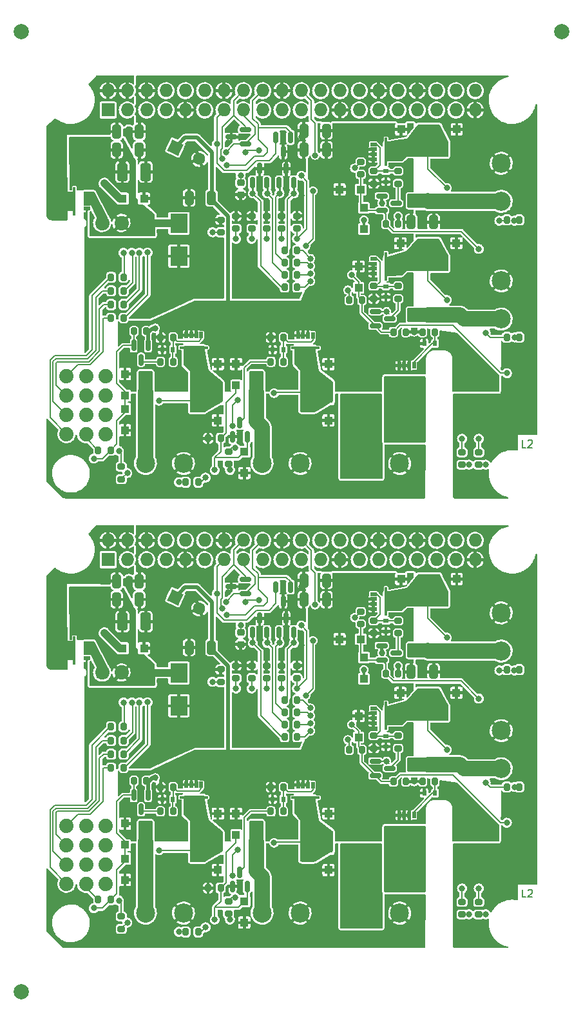
<source format=gbr>
%TF.GenerationSoftware,KiCad,Pcbnew,6.0.11+dfsg-1*%
%TF.CreationDate,2024-04-08T11:49:48+01:00*%
%TF.ProjectId,panel,70616e65-6c2e-46b6-9963-61645f706362,rev?*%
%TF.SameCoordinates,Original*%
%TF.FileFunction,Copper,L2,Bot*%
%TF.FilePolarity,Positive*%
%FSLAX46Y46*%
G04 Gerber Fmt 4.6, Leading zero omitted, Abs format (unit mm)*
G04 Created by KiCad (PCBNEW 6.0.11+dfsg-1) date 2024-04-08 11:49:48*
%MOMM*%
%LPD*%
G01*
G04 APERTURE LIST*
G04 Aperture macros list*
%AMRoundRect*
0 Rectangle with rounded corners*
0 $1 Rounding radius*
0 $2 $3 $4 $5 $6 $7 $8 $9 X,Y pos of 4 corners*
0 Add a 4 corners polygon primitive as box body*
4,1,4,$2,$3,$4,$5,$6,$7,$8,$9,$2,$3,0*
0 Add four circle primitives for the rounded corners*
1,1,$1+$1,$2,$3*
1,1,$1+$1,$4,$5*
1,1,$1+$1,$6,$7*
1,1,$1+$1,$8,$9*
0 Add four rect primitives between the rounded corners*
20,1,$1+$1,$2,$3,$4,$5,0*
20,1,$1+$1,$4,$5,$6,$7,0*
20,1,$1+$1,$6,$7,$8,$9,0*
20,1,$1+$1,$8,$9,$2,$3,0*%
%AMRotRect*
0 Rectangle, with rotation*
0 The origin of the aperture is its center*
0 $1 length*
0 $2 width*
0 $3 Rotation angle, in degrees counterclockwise*
0 Add horizontal line*
21,1,$1,$2,0,0,$3*%
%AMFreePoly0*
4,1,5,0.225000,-0.400000,-0.225000,-0.400000,-0.225000,0.400000,0.225000,0.400000,0.225000,-0.400000,0.225000,-0.400000,$1*%
%AMFreePoly1*
4,1,29,0.150000,1.240000,0.200000,1.240000,0.200000,-1.260000,0.150000,-1.260000,0.150000,-1.860000,-0.150000,-1.860000,-0.150000,-1.260000,-1.350000,-1.260000,-1.350000,-1.210000,-2.050000,-1.210000,-2.050000,-0.760000,-1.350000,-0.760000,-1.350000,-0.560000,-2.050000,-0.560000,-2.050000,-0.110000,-1.350000,-0.110000,-1.350000,0.090000,-2.050000,0.090000,-2.050000,0.540000,-1.350000,0.540000,
-1.350000,0.740000,-2.050000,0.740000,-2.050000,1.190000,-1.350000,1.190000,-1.350000,1.240000,-0.150000,1.240000,-0.150000,1.840000,0.150000,1.840000,0.150000,1.240000,0.150000,1.240000,$1*%
G04 Aperture macros list end*
%ADD10C,0.150000*%
%TA.AperFunction,NonConductor*%
%ADD11C,0.150000*%
%TD*%
%TA.AperFunction,ComponentPad*%
%ADD12C,2.500000*%
%TD*%
%TA.AperFunction,ComponentPad*%
%ADD13C,1.879600*%
%TD*%
%TA.AperFunction,ComponentPad*%
%ADD14R,1.727200X1.727200*%
%TD*%
%TA.AperFunction,ComponentPad*%
%ADD15O,1.727200X1.727200*%
%TD*%
%TA.AperFunction,SMDPad,CuDef*%
%ADD16RoundRect,0.250000X0.712500X2.475000X-0.712500X2.475000X-0.712500X-2.475000X0.712500X-2.475000X0*%
%TD*%
%TA.AperFunction,SMDPad,CuDef*%
%ADD17FreePoly0,270.000000*%
%TD*%
%TA.AperFunction,SMDPad,CuDef*%
%ADD18FreePoly1,180.000000*%
%TD*%
%TA.AperFunction,SMDPad,CuDef*%
%ADD19R,1.100000X1.100000*%
%TD*%
%TA.AperFunction,SMDPad,CuDef*%
%ADD20RoundRect,0.200000X0.200000X0.275000X-0.200000X0.275000X-0.200000X-0.275000X0.200000X-0.275000X0*%
%TD*%
%TA.AperFunction,SMDPad,CuDef*%
%ADD21R,2.300000X2.500000*%
%TD*%
%TA.AperFunction,SMDPad,CuDef*%
%ADD22RoundRect,0.200000X-0.275000X0.200000X-0.275000X-0.200000X0.275000X-0.200000X0.275000X0.200000X0*%
%TD*%
%TA.AperFunction,SMDPad,CuDef*%
%ADD23RoundRect,0.150000X0.150000X-0.587500X0.150000X0.587500X-0.150000X0.587500X-0.150000X-0.587500X0*%
%TD*%
%TA.AperFunction,SMDPad,CuDef*%
%ADD24RoundRect,0.250000X-0.712500X-2.475000X0.712500X-2.475000X0.712500X2.475000X-0.712500X2.475000X0*%
%TD*%
%TA.AperFunction,SMDPad,CuDef*%
%ADD25RoundRect,0.200000X-0.200000X-0.275000X0.200000X-0.275000X0.200000X0.275000X-0.200000X0.275000X0*%
%TD*%
%TA.AperFunction,SMDPad,CuDef*%
%ADD26RoundRect,0.250000X-0.325000X-0.650000X0.325000X-0.650000X0.325000X0.650000X-0.325000X0.650000X0*%
%TD*%
%TA.AperFunction,SMDPad,CuDef*%
%ADD27RoundRect,0.250000X0.325000X0.650000X-0.325000X0.650000X-0.325000X-0.650000X0.325000X-0.650000X0*%
%TD*%
%TA.AperFunction,SMDPad,CuDef*%
%ADD28RoundRect,0.200000X0.275000X-0.200000X0.275000X0.200000X-0.275000X0.200000X-0.275000X-0.200000X0*%
%TD*%
%TA.AperFunction,SMDPad,CuDef*%
%ADD29R,0.700000X0.600000*%
%TD*%
%TA.AperFunction,SMDPad,CuDef*%
%ADD30RoundRect,0.150000X-0.150000X0.587500X-0.150000X-0.587500X0.150000X-0.587500X0.150000X0.587500X0*%
%TD*%
%TA.AperFunction,SMDPad,CuDef*%
%ADD31FreePoly0,180.000000*%
%TD*%
%TA.AperFunction,SMDPad,CuDef*%
%ADD32FreePoly1,90.000000*%
%TD*%
%TA.AperFunction,ComponentPad*%
%ADD33RotRect,1.600000X1.600000X335.000000*%
%TD*%
%TA.AperFunction,ComponentPad*%
%ADD34C,1.600000*%
%TD*%
%TA.AperFunction,SMDPad,CuDef*%
%ADD35FreePoly0,90.000000*%
%TD*%
%TA.AperFunction,SMDPad,CuDef*%
%ADD36FreePoly1,0.000000*%
%TD*%
%TA.AperFunction,SMDPad,CuDef*%
%ADD37C,2.000000*%
%TD*%
%TA.AperFunction,SMDPad,CuDef*%
%ADD38RoundRect,0.250000X-0.412500X-0.925000X0.412500X-0.925000X0.412500X0.925000X-0.412500X0.925000X0*%
%TD*%
%TA.AperFunction,SMDPad,CuDef*%
%ADD39RoundRect,0.150000X-0.587500X-0.150000X0.587500X-0.150000X0.587500X0.150000X-0.587500X0.150000X0*%
%TD*%
%TA.AperFunction,SMDPad,CuDef*%
%ADD40RoundRect,0.250000X-2.475000X0.712500X-2.475000X-0.712500X2.475000X-0.712500X2.475000X0.712500X0*%
%TD*%
%TA.AperFunction,SMDPad,CuDef*%
%ADD41R,0.600000X0.700000*%
%TD*%
%TA.AperFunction,SMDPad,CuDef*%
%ADD42RoundRect,0.150000X0.587500X0.150000X-0.587500X0.150000X-0.587500X-0.150000X0.587500X-0.150000X0*%
%TD*%
%TA.AperFunction,SMDPad,CuDef*%
%ADD43RoundRect,0.225000X-0.250000X0.225000X-0.250000X-0.225000X0.250000X-0.225000X0.250000X0.225000X0*%
%TD*%
%TA.AperFunction,ViaPad*%
%ADD44C,0.800000*%
%TD*%
%TA.AperFunction,ViaPad*%
%ADD45C,1.000000*%
%TD*%
%TA.AperFunction,Conductor*%
%ADD46C,0.200000*%
%TD*%
%TA.AperFunction,Conductor*%
%ADD47C,1.000000*%
%TD*%
%TA.AperFunction,Conductor*%
%ADD48C,0.500000*%
%TD*%
%TA.AperFunction,Conductor*%
%ADD49C,0.250000*%
%TD*%
%TA.AperFunction,Conductor*%
%ADD50C,2.000000*%
%TD*%
G04 APERTURE END LIST*
D10*
D11*
X179283333Y-136052380D02*
X178807142Y-136052380D01*
X178807142Y-135052380D01*
X179569047Y-135147619D02*
X179616666Y-135100000D01*
X179711904Y-135052380D01*
X179950000Y-135052380D01*
X180045238Y-135100000D01*
X180092857Y-135147619D01*
X180140476Y-135242857D01*
X180140476Y-135338095D01*
X180092857Y-135480952D01*
X179521428Y-136052380D01*
X180140476Y-136052380D01*
D10*
D11*
X179283333Y-77052380D02*
X178807142Y-77052380D01*
X178807142Y-76052380D01*
X179569047Y-76147619D02*
X179616666Y-76100000D01*
X179711904Y-76052380D01*
X179950000Y-76052380D01*
X180045238Y-76100000D01*
X180092857Y-76147619D01*
X180140476Y-76242857D01*
X180140476Y-76338095D01*
X180092857Y-76480952D01*
X179521428Y-77052380D01*
X180140476Y-77052380D01*
D12*
%TO.P,J7,1,Pin_1*%
%TO.N,Board_0-OUT3*%
X176050000Y-60200000D03*
%TO.P,J7,2,Pin_2*%
%TO.N,Board_0-GND*%
X176050000Y-55200000D03*
%TD*%
D13*
%TO.P,J9,1,1*%
%TO.N,Board_1-+5V*%
X126140000Y-106590000D03*
%TO.P,J9,2,2*%
%TO.N,Board_1-/PI_5V0_P*%
X123600000Y-106590000D03*
%TD*%
D12*
%TO.P,J5,1,Pin_1*%
%TO.N,Board_0-OUT2*%
X144625000Y-79150000D03*
%TO.P,J5,2,Pin_2*%
%TO.N,Board_0-GND*%
X149625000Y-79150000D03*
%TD*%
D14*
%TO.P,J2,1,3.3V*%
%TO.N,Board_0-+3V3*%
X124370000Y-32770000D03*
D15*
%TO.P,J2,2,5V*%
%TO.N,Board_0-PI_5V0*%
X124370000Y-30230000D03*
%TO.P,J2,3,SDA*%
%TO.N,Board_0-I2C_SDA*%
X126910000Y-32770000D03*
%TO.P,J2,4,5V*%
%TO.N,Board_0-PI_5V0*%
X126910000Y-30230000D03*
%TO.P,J2,5,SCL*%
%TO.N,Board_0-I2C_SCL*%
X129450000Y-32770000D03*
%TO.P,J2,6,GND*%
%TO.N,Board_0-GND*%
X129450000Y-30230000D03*
%TO.P,J2,7,GP4*%
%TO.N,Board_0-unconnected-(J2-Pad7)*%
X131990000Y-32770000D03*
%TO.P,J2,8,TXO*%
%TO.N,Board_0-unconnected-(J2-Pad8)*%
X131990000Y-30230000D03*
%TO.P,J2,9,GND*%
%TO.N,Board_0-GND*%
X134530000Y-32770000D03*
%TO.P,J2,10,RXI*%
%TO.N,Board_0-unconnected-(J2-Pad10)*%
X134530000Y-30230000D03*
%TO.P,J2,11,GP17*%
%TO.N,Board_0-unconnected-(J2-Pad11)*%
X137070000Y-32770000D03*
%TO.P,J2,12,GP18#*%
%TO.N,Board_0-unconnected-(J2-Pad12)*%
X137070000Y-30230000D03*
%TO.P,J2,13,GP27*%
%TO.N,Board_0-Net-(D34-Pad1)*%
X139610000Y-32770000D03*
%TO.P,J2,14,GND*%
%TO.N,Board_0-GND*%
X139610000Y-30230000D03*
%TO.P,J2,15,GP22*%
%TO.N,Board_0-Net-(D35-Pad2)*%
X142150000Y-32770000D03*
%TO.P,J2,16,GP23*%
%TO.N,Board_0-Net-(D35-Pad1)*%
X142150000Y-30230000D03*
%TO.P,J2,17,3.3V*%
%TO.N,Board_0-unconnected-(J2-Pad17)*%
X144690000Y-32770000D03*
%TO.P,J2,18,GP24*%
%TO.N,Board_0-Net-(D34-Pad2)*%
X144690000Y-30230000D03*
%TO.P,J2,19,MOSI*%
%TO.N,Board_0-unconnected-(J2-Pad19)*%
X147230000Y-32770000D03*
%TO.P,J2,20,GND*%
%TO.N,Board_0-GND*%
X147230000Y-30230000D03*
%TO.P,J2,21,MISO*%
%TO.N,Board_0-unconnected-(J2-Pad21)*%
X149770000Y-32770000D03*
%TO.P,J2,22,GP25*%
%TO.N,Board_0-OE*%
X149770000Y-30230000D03*
%TO.P,J2,23,SCLK*%
%TO.N,Board_0-unconnected-(J2-Pad23)*%
X152310000Y-32770000D03*
%TO.P,J2,24,CE0*%
%TO.N,Board_0-unconnected-(J2-Pad24)*%
X152310000Y-30230000D03*
%TO.P,J2,25,GND*%
%TO.N,Board_0-GND*%
X154850000Y-32770000D03*
%TO.P,J2,26,CE1*%
%TO.N,Board_0-unconnected-(J2-Pad26)*%
X154850000Y-30230000D03*
%TO.P,J2,27,ID_SD*%
%TO.N,Board_0-unconnected-(J2-Pad27)*%
X157390000Y-32770000D03*
%TO.P,J2,28,ID_SC*%
%TO.N,Board_0-unconnected-(J2-Pad28)*%
X157390000Y-30230000D03*
%TO.P,J2,29,GP5*%
%TO.N,Board_0-unconnected-(J2-Pad29)*%
X159930000Y-32770000D03*
%TO.P,J2,30,GND*%
%TO.N,Board_0-GND*%
X159930000Y-30230000D03*
%TO.P,J2,31,GP6*%
%TO.N,Board_0-unconnected-(J2-Pad31)*%
X162470000Y-32770000D03*
%TO.P,J2,32,GP12*%
%TO.N,Board_0-unconnected-(J2-Pad32)*%
X162470000Y-30230000D03*
%TO.P,J2,33,GP13*%
%TO.N,Board_0-unconnected-(J2-Pad33)*%
X165010000Y-32770000D03*
%TO.P,J2,34,GND*%
%TO.N,Board_0-GND*%
X165010000Y-30230000D03*
%TO.P,J2,35,GP19*%
%TO.N,Board_0-unconnected-(J2-Pad35)*%
X167550000Y-32770000D03*
%TO.P,J2,36,GP16*%
%TO.N,Board_0-unconnected-(J2-Pad36)*%
X167550000Y-30230000D03*
%TO.P,J2,37,GP26*%
%TO.N,Board_0-unconnected-(J2-Pad37)*%
X170090000Y-32770000D03*
%TO.P,J2,38,GP20*%
%TO.N,Board_0-unconnected-(J2-Pad38)*%
X170090000Y-30230000D03*
%TO.P,J2,39,GND*%
%TO.N,Board_0-GND*%
X172630000Y-32770000D03*
%TO.P,J2,40,GP21*%
%TO.N,Board_0-unconnected-(J2-Pad40)*%
X172630000Y-30230000D03*
%TD*%
D14*
%TO.P,J2,1,3.3V*%
%TO.N,Board_1-+3V3*%
X124370000Y-91770000D03*
D15*
%TO.P,J2,2,5V*%
%TO.N,Board_1-PI_5V0*%
X124370000Y-89230000D03*
%TO.P,J2,3,SDA*%
%TO.N,Board_1-I2C_SDA*%
X126910000Y-91770000D03*
%TO.P,J2,4,5V*%
%TO.N,Board_1-PI_5V0*%
X126910000Y-89230000D03*
%TO.P,J2,5,SCL*%
%TO.N,Board_1-I2C_SCL*%
X129450000Y-91770000D03*
%TO.P,J2,6,GND*%
%TO.N,Board_1-GND*%
X129450000Y-89230000D03*
%TO.P,J2,7,GP4*%
%TO.N,Board_1-unconnected-(J2-Pad7)*%
X131990000Y-91770000D03*
%TO.P,J2,8,TXO*%
%TO.N,Board_1-unconnected-(J2-Pad8)*%
X131990000Y-89230000D03*
%TO.P,J2,9,GND*%
%TO.N,Board_1-GND*%
X134530000Y-91770000D03*
%TO.P,J2,10,RXI*%
%TO.N,Board_1-unconnected-(J2-Pad10)*%
X134530000Y-89230000D03*
%TO.P,J2,11,GP17*%
%TO.N,Board_1-unconnected-(J2-Pad11)*%
X137070000Y-91770000D03*
%TO.P,J2,12,GP18#*%
%TO.N,Board_1-unconnected-(J2-Pad12)*%
X137070000Y-89230000D03*
%TO.P,J2,13,GP27*%
%TO.N,Board_1-Net-(D34-Pad1)*%
X139610000Y-91770000D03*
%TO.P,J2,14,GND*%
%TO.N,Board_1-GND*%
X139610000Y-89230000D03*
%TO.P,J2,15,GP22*%
%TO.N,Board_1-Net-(D35-Pad2)*%
X142150000Y-91770000D03*
%TO.P,J2,16,GP23*%
%TO.N,Board_1-Net-(D35-Pad1)*%
X142150000Y-89230000D03*
%TO.P,J2,17,3.3V*%
%TO.N,Board_1-unconnected-(J2-Pad17)*%
X144690000Y-91770000D03*
%TO.P,J2,18,GP24*%
%TO.N,Board_1-Net-(D34-Pad2)*%
X144690000Y-89230000D03*
%TO.P,J2,19,MOSI*%
%TO.N,Board_1-unconnected-(J2-Pad19)*%
X147230000Y-91770000D03*
%TO.P,J2,20,GND*%
%TO.N,Board_1-GND*%
X147230000Y-89230000D03*
%TO.P,J2,21,MISO*%
%TO.N,Board_1-unconnected-(J2-Pad21)*%
X149770000Y-91770000D03*
%TO.P,J2,22,GP25*%
%TO.N,Board_1-OE*%
X149770000Y-89230000D03*
%TO.P,J2,23,SCLK*%
%TO.N,Board_1-unconnected-(J2-Pad23)*%
X152310000Y-91770000D03*
%TO.P,J2,24,CE0*%
%TO.N,Board_1-unconnected-(J2-Pad24)*%
X152310000Y-89230000D03*
%TO.P,J2,25,GND*%
%TO.N,Board_1-GND*%
X154850000Y-91770000D03*
%TO.P,J2,26,CE1*%
%TO.N,Board_1-unconnected-(J2-Pad26)*%
X154850000Y-89230000D03*
%TO.P,J2,27,ID_SD*%
%TO.N,Board_1-unconnected-(J2-Pad27)*%
X157390000Y-91770000D03*
%TO.P,J2,28,ID_SC*%
%TO.N,Board_1-unconnected-(J2-Pad28)*%
X157390000Y-89230000D03*
%TO.P,J2,29,GP5*%
%TO.N,Board_1-unconnected-(J2-Pad29)*%
X159930000Y-91770000D03*
%TO.P,J2,30,GND*%
%TO.N,Board_1-GND*%
X159930000Y-89230000D03*
%TO.P,J2,31,GP6*%
%TO.N,Board_1-unconnected-(J2-Pad31)*%
X162470000Y-91770000D03*
%TO.P,J2,32,GP12*%
%TO.N,Board_1-unconnected-(J2-Pad32)*%
X162470000Y-89230000D03*
%TO.P,J2,33,GP13*%
%TO.N,Board_1-unconnected-(J2-Pad33)*%
X165010000Y-91770000D03*
%TO.P,J2,34,GND*%
%TO.N,Board_1-GND*%
X165010000Y-89230000D03*
%TO.P,J2,35,GP19*%
%TO.N,Board_1-unconnected-(J2-Pad35)*%
X167550000Y-91770000D03*
%TO.P,J2,36,GP16*%
%TO.N,Board_1-unconnected-(J2-Pad36)*%
X167550000Y-89230000D03*
%TO.P,J2,37,GP26*%
%TO.N,Board_1-unconnected-(J2-Pad37)*%
X170090000Y-91770000D03*
%TO.P,J2,38,GP20*%
%TO.N,Board_1-unconnected-(J2-Pad38)*%
X170090000Y-89230000D03*
%TO.P,J2,39,GND*%
%TO.N,Board_1-GND*%
X172630000Y-91770000D03*
%TO.P,J2,40,GP21*%
%TO.N,Board_1-unconnected-(J2-Pad40)*%
X172630000Y-89230000D03*
%TD*%
D12*
%TO.P,J8,1,Pin_1*%
%TO.N,Board_0-OUT4*%
X176050000Y-44750000D03*
%TO.P,J8,2,Pin_2*%
%TO.N,Board_0-GND*%
X176050000Y-39750000D03*
%TD*%
D13*
%TO.P,J6,1,1*%
%TO.N,Board_1-INPUT1*%
X124020000Y-134290000D03*
%TO.P,J6,2,2*%
%TO.N,Board_1-MOSFET1*%
X121480000Y-134290000D03*
%TO.P,J6,3,3*%
%TO.N,Board_1-INPUT2*%
X124020000Y-131750000D03*
%TO.P,J6,4,4*%
%TO.N,Board_1-MOSFET2*%
X121480000Y-131750000D03*
%TO.P,J6,5,5*%
%TO.N,Board_1-INPUT3*%
X124020000Y-129210000D03*
%TO.P,J6,6,6*%
%TO.N,Board_1-MOSFET3*%
X121480000Y-129210000D03*
%TO.P,J6,7,7*%
%TO.N,Board_1-INPUT4*%
X124020000Y-126670000D03*
%TO.P,J6,8,8*%
%TO.N,Board_1-MOSFET4*%
X121480000Y-126670000D03*
%TD*%
D12*
%TO.P,J4,1,Pin_1*%
%TO.N,Board_1-OUT1*%
X129300000Y-138150000D03*
%TO.P,J4,2,Pin_2*%
%TO.N,Board_1-GND*%
X134300000Y-138150000D03*
%TD*%
D13*
%TO.P,J9,1,1*%
%TO.N,Board_0-+5V*%
X126140000Y-47590000D03*
%TO.P,J9,2,2*%
%TO.N,Board_0-/PI_5V0_P*%
X123600000Y-47590000D03*
%TD*%
D12*
%TO.P,J7,1,Pin_1*%
%TO.N,Board_1-OUT3*%
X176050000Y-119200000D03*
%TO.P,J7,2,Pin_2*%
%TO.N,Board_1-GND*%
X176050000Y-114200000D03*
%TD*%
%TO.P,J3,1,Pin_1*%
%TO.N,Board_0-VIN*%
X157700000Y-79150000D03*
%TO.P,J3,2,Pin_2*%
%TO.N,Board_0-GND*%
X162700000Y-79150000D03*
%TD*%
%TO.P,J3,1,Pin_1*%
%TO.N,Board_1-VIN*%
X157700000Y-138150000D03*
%TO.P,J3,2,Pin_2*%
%TO.N,Board_1-GND*%
X162700000Y-138150000D03*
%TD*%
%TO.P,J4,1,Pin_1*%
%TO.N,Board_0-OUT1*%
X129300000Y-79150000D03*
%TO.P,J4,2,Pin_2*%
%TO.N,Board_0-GND*%
X134300000Y-79150000D03*
%TD*%
D13*
%TO.P,J6,1,1*%
%TO.N,Board_0-INPUT1*%
X124020000Y-75290000D03*
%TO.P,J6,2,2*%
%TO.N,Board_0-MOSFET1*%
X121480000Y-75290000D03*
%TO.P,J6,3,3*%
%TO.N,Board_0-INPUT2*%
X124020000Y-72750000D03*
%TO.P,J6,4,4*%
%TO.N,Board_0-MOSFET2*%
X121480000Y-72750000D03*
%TO.P,J6,5,5*%
%TO.N,Board_0-INPUT3*%
X124020000Y-70210000D03*
%TO.P,J6,6,6*%
%TO.N,Board_0-MOSFET3*%
X121480000Y-70210000D03*
%TO.P,J6,7,7*%
%TO.N,Board_0-INPUT4*%
X124020000Y-67670000D03*
%TO.P,J6,8,8*%
%TO.N,Board_0-MOSFET4*%
X121480000Y-67670000D03*
%TD*%
D12*
%TO.P,J5,1,Pin_1*%
%TO.N,Board_1-OUT2*%
X144625000Y-138150000D03*
%TO.P,J5,2,Pin_2*%
%TO.N,Board_1-GND*%
X149625000Y-138150000D03*
%TD*%
%TO.P,J8,1,Pin_1*%
%TO.N,Board_1-OUT4*%
X176050000Y-103750000D03*
%TO.P,J8,2,Pin_2*%
%TO.N,Board_1-GND*%
X176050000Y-98750000D03*
%TD*%
D13*
%TO.P,J1,1,1*%
%TO.N,Board_1-PI4*%
X118920000Y-126670000D03*
%TO.P,J1,2,2*%
%TO.N,Board_1-PI3*%
X118920000Y-129210000D03*
%TO.P,J1,3,3*%
%TO.N,Board_1-PI2*%
X118920000Y-131750000D03*
%TO.P,J1,4,4*%
%TO.N,Board_1-PI1*%
X118920000Y-134290000D03*
%TD*%
%TO.P,J1,1,1*%
%TO.N,Board_0-PI4*%
X118920000Y-67670000D03*
%TO.P,J1,2,2*%
%TO.N,Board_0-PI3*%
X118920000Y-70210000D03*
%TO.P,J1,3,3*%
%TO.N,Board_0-PI2*%
X118920000Y-72750000D03*
%TO.P,J1,4,4*%
%TO.N,Board_0-PI1*%
X118920000Y-75290000D03*
%TD*%
D16*
%TO.P,F4,1*%
%TO.N,Board_1-/M2_D*%
X150637500Y-128700000D03*
%TO.P,F4,2*%
%TO.N,Board_1-OUT2*%
X143862500Y-128700000D03*
%TD*%
D17*
%TO.P,Q3,1,G*%
%TO.N,Board_0-/M3_G*%
X159250000Y-52275000D03*
D18*
%TO.P,Q3,2,D*%
%TO.N,Board_0-/M3_D*%
X160900000Y-53260000D03*
D17*
%TO.P,Q3,3,S*%
%TO.N,Board_0-VCC*%
X159250000Y-53575000D03*
X159250000Y-54225000D03*
X159250000Y-52925000D03*
%TD*%
D19*
%TO.P,D24,1,K*%
%TO.N,Board_1-/M4_D*%
X167400000Y-94300000D03*
%TO.P,D24,2,A*%
%TO.N,Board_1-GND*%
X170200000Y-94300000D03*
%TD*%
D20*
%TO.P,R30,1,1*%
%TO.N,Board_1-Net-(D35-Pad1)*%
X126425000Y-117300000D03*
%TO.P,R30,2,2*%
%TO.N,Board_1-PI3*%
X124775000Y-117300000D03*
%TD*%
D21*
%TO.P,D7,1,A1*%
%TO.N,Board_0-VCC*%
X142200000Y-59150000D03*
%TO.P,D7,2,A2*%
%TO.N,Board_0-GND*%
X142200000Y-54850000D03*
%TD*%
D22*
%TO.P,R34,1,1*%
%TO.N,Board_1-GND*%
X145200000Y-105687500D03*
%TO.P,R34,2,2*%
%TO.N,Board_1-Net-(JP4-Pad2)*%
X145200000Y-107337500D03*
%TD*%
D19*
%TO.P,D22,1,K*%
%TO.N,Board_0-VCC*%
X162900000Y-35300000D03*
%TO.P,D22,2,A*%
%TO.N,Board_0-/M4_D*%
X165700000Y-35300000D03*
%TD*%
D20*
%TO.P,R19,1,1*%
%TO.N,Board_1-Net-(D25-Pad2)*%
X136225000Y-140600000D03*
%TO.P,R19,2,2*%
%TO.N,Board_1-MOSFET2*%
X134575000Y-140600000D03*
%TD*%
D19*
%TO.P,D25,1,K*%
%TO.N,Board_1-VCC*%
X141200000Y-125100000D03*
%TO.P,D25,2,A*%
%TO.N,Board_1-Net-(D25-Pad2)*%
X141200000Y-127900000D03*
%TD*%
D20*
%TO.P,R13,1,1*%
%TO.N,Board_1-/M2_G*%
X147425000Y-121600000D03*
%TO.P,R13,2,2*%
%TO.N,Board_1-VCC*%
X145775000Y-121600000D03*
%TD*%
D22*
%TO.P,R37,1,1*%
%TO.N,Board_1-GND*%
X139200000Y-106175000D03*
%TO.P,R37,2,2*%
%TO.N,Board_1-Net-(JP1-Pad2)*%
X139200000Y-107825000D03*
%TD*%
D23*
%TO.P,D33,1,K*%
%TO.N,Board_1-Net-(D33-Pad1)*%
X145250000Y-101337500D03*
%TO.P,D33,2,K*%
%TO.N,Board_1-Net-(D33-Pad2)*%
X143350000Y-101337500D03*
%TO.P,D33,3,A*%
%TO.N,Board_1-GND*%
X144300000Y-99462500D03*
%TD*%
D22*
%TO.P,R33,1,1*%
%TO.N,Board_1-GND*%
X147200000Y-105687500D03*
%TO.P,R33,2,2*%
%TO.N,Board_1-Net-(JP5-Pad2)*%
X147200000Y-107337500D03*
%TD*%
D20*
%TO.P,R16,1,1*%
%TO.N,Board_0-Net-(D20-Pad2)*%
X178425000Y-47200000D03*
%TO.P,R16,2,2*%
%TO.N,Board_0-/M4_D*%
X176775000Y-47200000D03*
%TD*%
D24*
%TO.P,F1,1*%
%TO.N,Board_0-VIN*%
X156812500Y-73700000D03*
%TO.P,F1,2*%
%TO.N,Board_0-Net-(D1-Pad1)*%
X163587500Y-73700000D03*
%TD*%
D20*
%TO.P,R10,1,1*%
%TO.N,Board_1-Net-(D13-Pad2)*%
X157725000Y-116700000D03*
%TO.P,R10,2,2*%
%TO.N,Board_1-MOSFET3*%
X156075000Y-116700000D03*
%TD*%
D25*
%TO.P,R25,1,1*%
%TO.N,Board_1-Net-(D33-Pad1)*%
X147575000Y-113400000D03*
%TO.P,R25,2,2*%
%TO.N,Board_1-INPUT2*%
X149225000Y-113400000D03*
%TD*%
D19*
%TO.P,D8,1,K*%
%TO.N,Board_1-VCC*%
X138800000Y-125100000D03*
%TO.P,D8,2,A*%
%TO.N,Board_1-/M1_D*%
X138800000Y-127900000D03*
%TD*%
D26*
%TO.P,C14,1*%
%TO.N,Board_1-+5V*%
X125525000Y-97000000D03*
%TO.P,C14,2*%
%TO.N,Board_1-GND*%
X128475000Y-97000000D03*
%TD*%
D19*
%TO.P,D23,1,K*%
%TO.N,Board_0-/M2_D*%
X153350000Y-70700000D03*
%TO.P,D23,2,A*%
%TO.N,Board_0-GND*%
X153350000Y-73500000D03*
%TD*%
D27*
%TO.P,C2,1*%
%TO.N,Board_1-VCC*%
X153075000Y-97000000D03*
%TO.P,C2,2*%
%TO.N,Board_1-GND*%
X150125000Y-97000000D03*
%TD*%
D25*
%TO.P,R8,1,1*%
%TO.N,Board_0-GND*%
X165700000Y-61900000D03*
%TO.P,R8,2,2*%
%TO.N,Board_0-Net-(D6-Pad2)*%
X167350000Y-61900000D03*
%TD*%
D19*
%TO.P,D10,1,K*%
%TO.N,Board_1-/M1_D*%
X138800000Y-129700000D03*
%TO.P,D10,2,A*%
%TO.N,Board_1-GND*%
X138800000Y-132500000D03*
%TD*%
%TO.P,D9,1,K*%
%TO.N,Board_0-VCC*%
X162800000Y-50250000D03*
%TO.P,D9,2,A*%
%TO.N,Board_0-/M3_D*%
X165600000Y-50250000D03*
%TD*%
D28*
%TO.P,R18,1,1*%
%TO.N,Board_1-Net-(Q9-Pad3)*%
X162500000Y-101425000D03*
%TO.P,R18,2,2*%
%TO.N,Board_1-/M4_G*%
X162500000Y-99775000D03*
%TD*%
D29*
%TO.P,D18,1,K*%
%TO.N,Board_1-VCC*%
X160900000Y-101200000D03*
%TO.P,D18,2,A*%
%TO.N,Board_1-/M4_G*%
X160900000Y-99800000D03*
%TD*%
D28*
%TO.P,R20,1,1*%
%TO.N,Board_0-Net-(D26-Pad2)*%
X157600000Y-41225000D03*
%TO.P,R20,2,2*%
%TO.N,Board_0-MOSFET4*%
X157600000Y-39575000D03*
%TD*%
D30*
%TO.P,D34,1,K*%
%TO.N,Board_0-Net-(D34-Pad1)*%
X146450000Y-36362500D03*
%TO.P,D34,2,K*%
%TO.N,Board_0-Net-(D34-Pad2)*%
X148350000Y-36362500D03*
%TO.P,D34,3,A*%
%TO.N,Board_0-GND*%
X147400000Y-38237500D03*
%TD*%
D20*
%TO.P,R38,1,1*%
%TO.N,Board_1-Net-(D34-Pad1)*%
X126425000Y-113700000D03*
%TO.P,R38,2,2*%
%TO.N,Board_1-PI1*%
X124775000Y-113700000D03*
%TD*%
D25*
%TO.P,R17,1,1*%
%TO.N,Board_1-Net-(Q8-Pad3)*%
X145775000Y-124800000D03*
%TO.P,R17,2,2*%
%TO.N,Board_1-/M2_G*%
X147425000Y-124800000D03*
%TD*%
D31*
%TO.P,Q2,1,G*%
%TO.N,Board_1-/M1_G*%
X136625000Y-121300000D03*
D32*
%TO.P,Q2,2,D*%
%TO.N,Board_1-/M1_D*%
X135640000Y-122950000D03*
D31*
%TO.P,Q2,3,S*%
%TO.N,Board_1-VCC*%
X135975000Y-121300000D03*
X135325000Y-121300000D03*
X134675000Y-121300000D03*
%TD*%
D28*
%TO.P,R15,1,1*%
%TO.N,Board_0-Net-(D19-Pad2)*%
X140200000Y-79225000D03*
%TO.P,R15,2,2*%
%TO.N,Board_0-/M2_D*%
X140200000Y-77575000D03*
%TD*%
D21*
%TO.P,D7,1,A1*%
%TO.N,Board_1-VCC*%
X142200000Y-118150000D03*
%TO.P,D7,2,A2*%
%TO.N,Board_1-GND*%
X142200000Y-113850000D03*
%TD*%
D27*
%TO.P,C5,1*%
%TO.N,Board_0-VCC*%
X137975000Y-44300000D03*
%TO.P,C5,2*%
%TO.N,Board_0-GND*%
X135025000Y-44300000D03*
%TD*%
D26*
%TO.P,C12,1*%
%TO.N,Board_1-VCC*%
X164225000Y-106500000D03*
%TO.P,C12,2*%
%TO.N,Board_1-GND*%
X167175000Y-106500000D03*
%TD*%
D22*
%TO.P,R36,1,1*%
%TO.N,Board_0-GND*%
X141200000Y-46687500D03*
%TO.P,R36,2,2*%
%TO.N,Board_0-Net-(JP2-Pad2)*%
X141200000Y-48337500D03*
%TD*%
D33*
%TO.P,C8,1*%
%TO.N,Board_0-VCC*%
X133200000Y-37700000D03*
D34*
%TO.P,C8,2*%
%TO.N,Board_0-GND*%
X136372077Y-39179164D03*
%TD*%
D22*
%TO.P,R3,1,1*%
%TO.N,Board_0-/M3_G*%
X159300000Y-55875000D03*
%TO.P,R3,2,2*%
%TO.N,Board_0-VCC*%
X159300000Y-57525000D03*
%TD*%
D25*
%TO.P,R21,1,1*%
%TO.N,Board_1-GND*%
X137525000Y-134850000D03*
%TO.P,R21,2,2*%
%TO.N,Board_1-Net-(D25-Pad2)*%
X139175000Y-134850000D03*
%TD*%
D35*
%TO.P,Q10,1,G*%
%TO.N,Board_0-GND*%
X121600000Y-45700000D03*
D36*
%TO.P,Q10,2,D*%
%TO.N,Board_0-PI_5V0*%
X119950000Y-44715000D03*
D35*
%TO.P,Q10,3,S*%
%TO.N,Board_0-/PI_5V0_P*%
X121600000Y-44400000D03*
X121600000Y-45050000D03*
X121600000Y-43750000D03*
%TD*%
D22*
%TO.P,R14,1,1*%
%TO.N,Board_1-/M4_G*%
X159300000Y-99775000D03*
%TO.P,R14,2,2*%
%TO.N,Board_1-VCC*%
X159300000Y-101425000D03*
%TD*%
D19*
%TO.P,D27,1,K*%
%TO.N,Board_0-Net-(D25-Pad2)*%
X142275000Y-77600000D03*
%TO.P,D27,2,A*%
%TO.N,Board_0-GND*%
X142275000Y-80400000D03*
%TD*%
%TO.P,D11,1,K*%
%TO.N,Board_0-/M3_D*%
X167350000Y-50250000D03*
%TO.P,D11,2,A*%
%TO.N,Board_0-GND*%
X170150000Y-50250000D03*
%TD*%
D20*
%TO.P,R12,1,1*%
%TO.N,Board_0-GND*%
X163525000Y-61900000D03*
%TO.P,R12,2,2*%
%TO.N,Board_0-Net-(D13-Pad2)*%
X161875000Y-61900000D03*
%TD*%
D19*
%TO.P,D27,1,K*%
%TO.N,Board_1-Net-(D25-Pad2)*%
X142275000Y-136600000D03*
%TO.P,D27,2,A*%
%TO.N,Board_1-GND*%
X142275000Y-139400000D03*
%TD*%
D23*
%TO.P,D33,1,K*%
%TO.N,Board_0-Net-(D33-Pad1)*%
X145250000Y-42337500D03*
%TO.P,D33,2,K*%
%TO.N,Board_0-Net-(D33-Pad2)*%
X143350000Y-42337500D03*
%TO.P,D33,3,A*%
%TO.N,Board_0-GND*%
X144300000Y-40462500D03*
%TD*%
D20*
%TO.P,R22,1,1*%
%TO.N,Board_0-GND*%
X162525000Y-47700000D03*
%TO.P,R22,2,2*%
%TO.N,Board_0-Net-(D26-Pad2)*%
X160875000Y-47700000D03*
%TD*%
D19*
%TO.P,D10,1,K*%
%TO.N,Board_0-/M1_D*%
X138800000Y-70700000D03*
%TO.P,D10,2,A*%
%TO.N,Board_0-GND*%
X138800000Y-73500000D03*
%TD*%
D20*
%TO.P,R19,1,1*%
%TO.N,Board_0-Net-(D25-Pad2)*%
X136225000Y-81600000D03*
%TO.P,R19,2,2*%
%TO.N,Board_0-MOSFET2*%
X134575000Y-81600000D03*
%TD*%
D19*
%TO.P,D24,1,K*%
%TO.N,Board_0-/M4_D*%
X167400000Y-35300000D03*
%TO.P,D24,2,A*%
%TO.N,Board_0-GND*%
X170200000Y-35300000D03*
%TD*%
D27*
%TO.P,C4,1*%
%TO.N,Board_1-VCC*%
X153075000Y-94500000D03*
%TO.P,C4,2*%
%TO.N,Board_1-GND*%
X150125000Y-94500000D03*
%TD*%
D33*
%TO.P,C8,1*%
%TO.N,Board_1-VCC*%
X133200000Y-96700000D03*
D34*
%TO.P,C8,2*%
%TO.N,Board_1-GND*%
X136372077Y-98179164D03*
%TD*%
D28*
%TO.P,R18,1,1*%
%TO.N,Board_0-Net-(Q9-Pad3)*%
X162500000Y-42425000D03*
%TO.P,R18,2,2*%
%TO.N,Board_0-/M4_G*%
X162500000Y-40775000D03*
%TD*%
D22*
%TO.P,R32,1,1*%
%TO.N,Board_1-GND*%
X149200000Y-105675000D03*
%TO.P,R32,2,2*%
%TO.N,Board_1-Net-(JP6-Pad2)*%
X149200000Y-107325000D03*
%TD*%
D37*
%TO.P,REF\u002A\u002A,*%
%TO.N,*%
X113000000Y-148500046D03*
%TD*%
D25*
%TO.P,R24,1,1*%
%TO.N,Board_1-Net-(D33-Pad2)*%
X147575000Y-115000000D03*
%TO.P,R24,2,2*%
%TO.N,Board_1-INPUT1*%
X149225000Y-115000000D03*
%TD*%
D38*
%TO.P,C13,1*%
%TO.N,Board_1-+5V*%
X126262500Y-99900000D03*
%TO.P,C13,2*%
%TO.N,Board_1-GND*%
X129337500Y-99900000D03*
%TD*%
D30*
%TO.P,D34,1,K*%
%TO.N,Board_1-Net-(D34-Pad1)*%
X146450000Y-95362500D03*
%TO.P,D34,2,K*%
%TO.N,Board_1-Net-(D34-Pad2)*%
X148350000Y-95362500D03*
%TO.P,D34,3,A*%
%TO.N,Board_1-GND*%
X147400000Y-97237500D03*
%TD*%
D22*
%TO.P,R35,1,1*%
%TO.N,Board_0-GND*%
X143300000Y-46675000D03*
%TO.P,R35,2,2*%
%TO.N,Board_0-Net-(JP3-Pad2)*%
X143300000Y-48325000D03*
%TD*%
D19*
%TO.P,D23,1,K*%
%TO.N,Board_1-/M2_D*%
X153350000Y-129700000D03*
%TO.P,D23,2,A*%
%TO.N,Board_1-GND*%
X153350000Y-132500000D03*
%TD*%
D22*
%TO.P,R35,1,1*%
%TO.N,Board_1-GND*%
X143300000Y-105675000D03*
%TO.P,R35,2,2*%
%TO.N,Board_1-Net-(JP3-Pad2)*%
X143300000Y-107325000D03*
%TD*%
D19*
%TO.P,D26,1,K*%
%TO.N,Board_1-VCC*%
X154800000Y-102200000D03*
%TO.P,D26,2,A*%
%TO.N,Board_1-Net-(D26-Pad2)*%
X157600000Y-102200000D03*
%TD*%
D29*
%TO.P,D3,1,K*%
%TO.N,Board_1-VCC*%
X160900000Y-116300000D03*
%TO.P,D3,2,A*%
%TO.N,Board_1-/M3_G*%
X160900000Y-114900000D03*
%TD*%
D39*
%TO.P,Q9,1,G*%
%TO.N,Board_0-Net-(D26-Pad2)*%
X160362500Y-45950000D03*
%TO.P,Q9,2,S*%
%TO.N,Board_0-GND*%
X160362500Y-44050000D03*
%TO.P,Q9,3,D*%
%TO.N,Board_0-Net-(Q9-Pad3)*%
X162237500Y-45000000D03*
%TD*%
D28*
%TO.P,R23,1,1*%
%TO.N,Board_1-Net-(D38-Pad2)*%
X173100000Y-138325000D03*
%TO.P,R23,2,2*%
%TO.N,Board_1-VCC*%
X173100000Y-136675000D03*
%TD*%
D19*
%TO.P,D36,1,K*%
%TO.N,Board_1-Net-(D36-Pad1)*%
X126300000Y-103400000D03*
%TO.P,D36,2,A*%
%TO.N,Board_1-GND*%
X129100000Y-103400000D03*
%TD*%
D28*
%TO.P,R7,1,1*%
%TO.N,Board_1-Net-(Q5-Pad3)*%
X162500000Y-116525000D03*
%TO.P,R7,2,2*%
%TO.N,Board_1-/M3_G*%
X162500000Y-114875000D03*
%TD*%
%TO.P,R1,1,1*%
%TO.N,Board_0-Net-(D1-Pad2)*%
X170900000Y-79325000D03*
%TO.P,R1,2,2*%
%TO.N,Board_0-VIN*%
X170900000Y-77675000D03*
%TD*%
D20*
%TO.P,R13,1,1*%
%TO.N,Board_0-/M2_G*%
X147425000Y-62600000D03*
%TO.P,R13,2,2*%
%TO.N,Board_0-VCC*%
X145775000Y-62600000D03*
%TD*%
D19*
%TO.P,D14,1,K*%
%TO.N,Board_0-Net-(D12-Pad2)*%
X126600000Y-72000000D03*
%TO.P,D14,2,A*%
%TO.N,Board_0-GND*%
X126600000Y-74800000D03*
%TD*%
%TO.P,D12,1,K*%
%TO.N,Board_0-VCC*%
X126600000Y-67400000D03*
%TO.P,D12,2,A*%
%TO.N,Board_0-Net-(D12-Pad2)*%
X126600000Y-70200000D03*
%TD*%
D28*
%TO.P,R4,1,1*%
%TO.N,Board_1-Net-(D4-Pad2)*%
X126100000Y-140225000D03*
%TO.P,R4,2,2*%
%TO.N,Board_1-/M1_D*%
X126100000Y-138575000D03*
%TD*%
D40*
%TO.P,F5,1*%
%TO.N,Board_0-/M4_D*%
X166400000Y-37912500D03*
%TO.P,F5,2*%
%TO.N,Board_0-OUT4*%
X166400000Y-44687500D03*
%TD*%
D20*
%TO.P,R2,1,1*%
%TO.N,Board_0-/M1_G*%
X132925000Y-62600000D03*
%TO.P,R2,2,2*%
%TO.N,Board_0-VCC*%
X131275000Y-62600000D03*
%TD*%
D22*
%TO.P,R32,1,1*%
%TO.N,Board_0-GND*%
X149200000Y-46675000D03*
%TO.P,R32,2,2*%
%TO.N,Board_0-Net-(JP6-Pad2)*%
X149200000Y-48325000D03*
%TD*%
D20*
%TO.P,R31,1,1*%
%TO.N,Board_1-Net-(D34-Pad2)*%
X126425000Y-119100000D03*
%TO.P,R31,2,2*%
%TO.N,Board_1-PI4*%
X124775000Y-119100000D03*
%TD*%
D40*
%TO.P,F3,1*%
%TO.N,Board_0-/M3_D*%
X166400000Y-52912500D03*
%TO.P,F3,2*%
%TO.N,Board_0-OUT3*%
X166400000Y-59687500D03*
%TD*%
D17*
%TO.P,Q7,1,G*%
%TO.N,Board_0-/M4_G*%
X159250000Y-37275000D03*
D18*
%TO.P,Q7,2,D*%
%TO.N,Board_0-/M4_D*%
X160900000Y-38260000D03*
D17*
%TO.P,Q7,3,S*%
%TO.N,Board_0-VCC*%
X159250000Y-39225000D03*
X159250000Y-38575000D03*
X159250000Y-37925000D03*
%TD*%
D19*
%TO.P,D21,1,K*%
%TO.N,Board_0-VCC*%
X153350000Y-66100000D03*
%TO.P,D21,2,A*%
%TO.N,Board_0-/M2_D*%
X153350000Y-68900000D03*
%TD*%
D20*
%TO.P,R5,1,1*%
%TO.N,Board_0-Net-(D5-Pad2)*%
X178425000Y-62600000D03*
%TO.P,R5,2,2*%
%TO.N,Board_0-/M3_D*%
X176775000Y-62600000D03*
%TD*%
D25*
%TO.P,R6,1,1*%
%TO.N,Board_0-Net-(Q4-Pad3)*%
X131275000Y-65800000D03*
%TO.P,R6,2,2*%
%TO.N,Board_0-/M1_G*%
X132925000Y-65800000D03*
%TD*%
D28*
%TO.P,R4,1,1*%
%TO.N,Board_0-Net-(D4-Pad2)*%
X126100000Y-81225000D03*
%TO.P,R4,2,2*%
%TO.N,Board_0-/M1_D*%
X126100000Y-79575000D03*
%TD*%
D25*
%TO.P,R26,1,1*%
%TO.N,Board_1-Net-(D32-Pad2)*%
X147575000Y-111800000D03*
%TO.P,R26,2,2*%
%TO.N,Board_1-INPUT3*%
X149225000Y-111800000D03*
%TD*%
D22*
%TO.P,R36,1,1*%
%TO.N,Board_1-GND*%
X141200000Y-105687500D03*
%TO.P,R36,2,2*%
%TO.N,Board_1-Net-(JP2-Pad2)*%
X141200000Y-107337500D03*
%TD*%
D19*
%TO.P,D26,1,K*%
%TO.N,Board_0-VCC*%
X154800000Y-43200000D03*
%TO.P,D26,2,A*%
%TO.N,Board_0-Net-(D26-Pad2)*%
X157600000Y-43200000D03*
%TD*%
D26*
%TO.P,C10,1*%
%TO.N,Board_1-PI_5V0*%
X125525000Y-94600000D03*
%TO.P,C10,2*%
%TO.N,Board_1-GND*%
X128475000Y-94600000D03*
%TD*%
D20*
%TO.P,R29,1,1*%
%TO.N,Board_1-Net-(D35-Pad2)*%
X126425000Y-115500000D03*
%TO.P,R29,2,2*%
%TO.N,Board_1-PI2*%
X124775000Y-115500000D03*
%TD*%
%TO.P,R29,1,1*%
%TO.N,Board_0-Net-(D35-Pad2)*%
X126425000Y-56500000D03*
%TO.P,R29,2,2*%
%TO.N,Board_0-PI2*%
X124775000Y-56500000D03*
%TD*%
%TO.P,R2,1,1*%
%TO.N,Board_1-/M1_G*%
X132925000Y-121600000D03*
%TO.P,R2,2,2*%
%TO.N,Board_1-VCC*%
X131275000Y-121600000D03*
%TD*%
D41*
%TO.P,D17,1,K*%
%TO.N,Board_1-VCC*%
X146000000Y-123200000D03*
%TO.P,D17,2,A*%
%TO.N,Board_1-/M2_G*%
X147400000Y-123200000D03*
%TD*%
D30*
%TO.P,Q4,1,G*%
%TO.N,Board_1-Net-(D12-Pad2)*%
X127750000Y-122662500D03*
%TO.P,Q4,2,S*%
%TO.N,Board_1-GND*%
X129650000Y-122662500D03*
%TO.P,Q4,3,D*%
%TO.N,Board_1-Net-(Q4-Pad3)*%
X128700000Y-124537500D03*
%TD*%
D25*
%TO.P,R6,1,1*%
%TO.N,Board_1-Net-(Q4-Pad3)*%
X131275000Y-124800000D03*
%TO.P,R6,2,2*%
%TO.N,Board_1-/M1_G*%
X132925000Y-124800000D03*
%TD*%
D28*
%TO.P,R15,1,1*%
%TO.N,Board_1-Net-(D19-Pad2)*%
X140200000Y-138225000D03*
%TO.P,R15,2,2*%
%TO.N,Board_1-/M2_D*%
X140200000Y-136575000D03*
%TD*%
D41*
%TO.P,D17,1,K*%
%TO.N,Board_0-VCC*%
X146000000Y-64200000D03*
%TO.P,D17,2,A*%
%TO.N,Board_0-/M2_G*%
X147400000Y-64200000D03*
%TD*%
D22*
%TO.P,R34,1,1*%
%TO.N,Board_0-GND*%
X145200000Y-46687500D03*
%TO.P,R34,2,2*%
%TO.N,Board_0-Net-(JP4-Pad2)*%
X145200000Y-48337500D03*
%TD*%
D40*
%TO.P,F5,1*%
%TO.N,Board_1-/M4_D*%
X166400000Y-96912500D03*
%TO.P,F5,2*%
%TO.N,Board_1-OUT4*%
X166400000Y-103687500D03*
%TD*%
D41*
%TO.P,D2,1,K*%
%TO.N,Board_1-VCC*%
X131500000Y-123200000D03*
%TO.P,D2,2,A*%
%TO.N,Board_1-/M1_G*%
X132900000Y-123200000D03*
%TD*%
D27*
%TO.P,C4,1*%
%TO.N,Board_0-VCC*%
X153075000Y-35500000D03*
%TO.P,C4,2*%
%TO.N,Board_0-GND*%
X150125000Y-35500000D03*
%TD*%
D21*
%TO.P,D16,1,K*%
%TO.N,Board_0-+5V*%
X133700000Y-47650000D03*
%TO.P,D16,2,A*%
%TO.N,Board_0-GND*%
X133700000Y-51950000D03*
%TD*%
D26*
%TO.P,C10,1*%
%TO.N,Board_0-PI_5V0*%
X125525000Y-35600000D03*
%TO.P,C10,2*%
%TO.N,Board_0-GND*%
X128475000Y-35600000D03*
%TD*%
D29*
%TO.P,D18,1,K*%
%TO.N,Board_0-VCC*%
X160900000Y-42200000D03*
%TO.P,D18,2,A*%
%TO.N,Board_0-/M4_G*%
X160900000Y-40800000D03*
%TD*%
D42*
%TO.P,D35,1,K*%
%TO.N,Board_1-Net-(D35-Pad1)*%
X142437500Y-94350000D03*
%TO.P,D35,2,K*%
%TO.N,Board_1-Net-(D35-Pad2)*%
X142437500Y-96250000D03*
%TO.P,D35,3,A*%
%TO.N,Board_1-GND*%
X140562500Y-95300000D03*
%TD*%
D41*
%TO.P,D2,1,K*%
%TO.N,Board_0-VCC*%
X131500000Y-64200000D03*
%TO.P,D2,2,A*%
%TO.N,Board_0-/M1_G*%
X132900000Y-64200000D03*
%TD*%
D25*
%TO.P,R25,1,1*%
%TO.N,Board_0-Net-(D33-Pad1)*%
X147575000Y-54400000D03*
%TO.P,R25,2,2*%
%TO.N,Board_0-INPUT2*%
X149225000Y-54400000D03*
%TD*%
D19*
%TO.P,D13,1,K*%
%TO.N,Board_0-VCC*%
X157300000Y-53300000D03*
%TO.P,D13,2,A*%
%TO.N,Board_0-Net-(D13-Pad2)*%
X157300000Y-56100000D03*
%TD*%
D29*
%TO.P,D3,1,K*%
%TO.N,Board_0-VCC*%
X160900000Y-57300000D03*
%TO.P,D3,2,A*%
%TO.N,Board_0-/M3_G*%
X160900000Y-55900000D03*
%TD*%
D20*
%TO.P,R38,1,1*%
%TO.N,Board_0-Net-(D34-Pad1)*%
X126425000Y-54700000D03*
%TO.P,R38,2,2*%
%TO.N,Board_0-PI1*%
X124775000Y-54700000D03*
%TD*%
D25*
%TO.P,R27,1,1*%
%TO.N,Board_1-Net-(D32-Pad1)*%
X147575000Y-110200000D03*
%TO.P,R27,2,2*%
%TO.N,Board_1-INPUT4*%
X149225000Y-110200000D03*
%TD*%
D23*
%TO.P,D32,1,K*%
%TO.N,Board_1-Net-(D32-Pad1)*%
X148750000Y-101337500D03*
%TO.P,D32,2,K*%
%TO.N,Board_1-Net-(D32-Pad2)*%
X146850000Y-101337500D03*
%TO.P,D32,3,A*%
%TO.N,Board_1-GND*%
X147800000Y-99462500D03*
%TD*%
D28*
%TO.P,R1,1,1*%
%TO.N,Board_1-Net-(D1-Pad2)*%
X170900000Y-138325000D03*
%TO.P,R1,2,2*%
%TO.N,Board_1-VIN*%
X170900000Y-136675000D03*
%TD*%
D20*
%TO.P,R11,1,1*%
%TO.N,Board_0-GND*%
X129425000Y-61800000D03*
%TO.P,R11,2,2*%
%TO.N,Board_0-Net-(D12-Pad2)*%
X127775000Y-61800000D03*
%TD*%
D19*
%TO.P,D25,1,K*%
%TO.N,Board_0-VCC*%
X141200000Y-66100000D03*
%TO.P,D25,2,A*%
%TO.N,Board_0-Net-(D25-Pad2)*%
X141200000Y-68900000D03*
%TD*%
D22*
%TO.P,R3,1,1*%
%TO.N,Board_1-/M3_G*%
X159300000Y-114875000D03*
%TO.P,R3,2,2*%
%TO.N,Board_1-VCC*%
X159300000Y-116525000D03*
%TD*%
D31*
%TO.P,Q6,1,G*%
%TO.N,Board_1-/M2_G*%
X151300000Y-121350000D03*
D32*
%TO.P,Q6,2,D*%
%TO.N,Board_1-/M2_D*%
X150315000Y-123000000D03*
D31*
%TO.P,Q6,3,S*%
%TO.N,Board_1-VCC*%
X150650000Y-121350000D03*
X149350000Y-121350000D03*
X150000000Y-121350000D03*
%TD*%
%TO.P,Q1,1,G*%
%TO.N,Board_0-Net-(D6-Pad2)*%
X164600000Y-66292500D03*
D32*
%TO.P,Q1,2,D*%
%TO.N,Board_0-Net-(D1-Pad1)*%
X163615000Y-67942500D03*
D31*
%TO.P,Q1,3,S*%
%TO.N,Board_0-VCC*%
X163950000Y-66292500D03*
X162650000Y-66292500D03*
X163300000Y-66292500D03*
%TD*%
D38*
%TO.P,C13,1*%
%TO.N,Board_0-+5V*%
X126262500Y-40900000D03*
%TO.P,C13,2*%
%TO.N,Board_0-GND*%
X129337500Y-40900000D03*
%TD*%
D23*
%TO.P,Q8,1,G*%
%TO.N,Board_1-Net-(D25-Pad2)*%
X142650000Y-134637500D03*
%TO.P,Q8,2,S*%
%TO.N,Board_1-GND*%
X140750000Y-134637500D03*
%TO.P,Q8,3,D*%
%TO.N,Board_1-Net-(Q8-Pad3)*%
X141700000Y-132762500D03*
%TD*%
D25*
%TO.P,R17,1,1*%
%TO.N,Board_0-Net-(Q8-Pad3)*%
X145775000Y-65800000D03*
%TO.P,R17,2,2*%
%TO.N,Board_0-/M2_G*%
X147425000Y-65800000D03*
%TD*%
D20*
%TO.P,R16,1,1*%
%TO.N,Board_1-Net-(D20-Pad2)*%
X178425000Y-106200000D03*
%TO.P,R16,2,2*%
%TO.N,Board_1-/M4_D*%
X176775000Y-106200000D03*
%TD*%
D37*
%TO.P,REF\u002A\u002A,*%
%TO.N,*%
X184000000Y-22500000D03*
%TD*%
D17*
%TO.P,Q3,1,G*%
%TO.N,Board_1-/M3_G*%
X159250000Y-111275000D03*
D18*
%TO.P,Q3,2,D*%
%TO.N,Board_1-/M3_D*%
X160900000Y-112260000D03*
D17*
%TO.P,Q3,3,S*%
%TO.N,Board_1-VCC*%
X159250000Y-111925000D03*
X159250000Y-112575000D03*
X159250000Y-113225000D03*
%TD*%
D16*
%TO.P,F2,1*%
%TO.N,Board_1-/M1_D*%
X136087500Y-128700000D03*
%TO.P,F2,2*%
%TO.N,Board_1-OUT1*%
X129312500Y-128700000D03*
%TD*%
D39*
%TO.P,Q5,1,G*%
%TO.N,Board_1-Net-(D13-Pad2)*%
X159512500Y-120100000D03*
%TO.P,Q5,2,S*%
%TO.N,Board_1-GND*%
X159512500Y-118200000D03*
%TO.P,Q5,3,D*%
%TO.N,Board_1-Net-(Q5-Pad3)*%
X161387500Y-119150000D03*
%TD*%
D23*
%TO.P,Q8,1,G*%
%TO.N,Board_0-Net-(D25-Pad2)*%
X142650000Y-75637500D03*
%TO.P,Q8,2,S*%
%TO.N,Board_0-GND*%
X140750000Y-75637500D03*
%TO.P,Q8,3,D*%
%TO.N,Board_0-Net-(Q8-Pad3)*%
X141700000Y-73762500D03*
%TD*%
D28*
%TO.P,R23,1,1*%
%TO.N,Board_0-Net-(D38-Pad2)*%
X173100000Y-79325000D03*
%TO.P,R23,2,2*%
%TO.N,Board_0-VCC*%
X173100000Y-77675000D03*
%TD*%
D25*
%TO.P,R24,1,1*%
%TO.N,Board_0-Net-(D33-Pad2)*%
X147575000Y-56000000D03*
%TO.P,R24,2,2*%
%TO.N,Board_0-INPUT1*%
X149225000Y-56000000D03*
%TD*%
D27*
%TO.P,C2,1*%
%TO.N,Board_0-VCC*%
X153075000Y-38000000D03*
%TO.P,C2,2*%
%TO.N,Board_0-GND*%
X150125000Y-38000000D03*
%TD*%
D25*
%TO.P,R8,1,1*%
%TO.N,Board_1-GND*%
X165700000Y-120900000D03*
%TO.P,R8,2,2*%
%TO.N,Board_1-Net-(D6-Pad2)*%
X167350000Y-120900000D03*
%TD*%
D19*
%TO.P,D28,1,K*%
%TO.N,Board_0-Net-(D26-Pad2)*%
X158000000Y-45600000D03*
%TO.P,D28,2,A*%
%TO.N,Board_0-GND*%
X158000000Y-48400000D03*
%TD*%
D28*
%TO.P,R20,1,1*%
%TO.N,Board_1-Net-(D26-Pad2)*%
X157600000Y-100225000D03*
%TO.P,R20,2,2*%
%TO.N,Board_1-MOSFET4*%
X157600000Y-98575000D03*
%TD*%
D22*
%TO.P,R37,1,1*%
%TO.N,Board_0-GND*%
X139200000Y-47175000D03*
%TO.P,R37,2,2*%
%TO.N,Board_0-Net-(JP1-Pad2)*%
X139200000Y-48825000D03*
%TD*%
D19*
%TO.P,D21,1,K*%
%TO.N,Board_1-VCC*%
X153350000Y-125100000D03*
%TO.P,D21,2,A*%
%TO.N,Board_1-/M2_D*%
X153350000Y-127900000D03*
%TD*%
D16*
%TO.P,F4,1*%
%TO.N,Board_0-/M2_D*%
X150637500Y-69700000D03*
%TO.P,F4,2*%
%TO.N,Board_0-OUT2*%
X143862500Y-69700000D03*
%TD*%
D43*
%TO.P,C7,1*%
%TO.N,Board_0-+3V3*%
X141800000Y-42325000D03*
%TO.P,C7,2*%
%TO.N,Board_0-GND*%
X141800000Y-43875000D03*
%TD*%
D40*
%TO.P,F3,1*%
%TO.N,Board_1-/M3_D*%
X166400000Y-111912500D03*
%TO.P,F3,2*%
%TO.N,Board_1-OUT3*%
X166400000Y-118687500D03*
%TD*%
D37*
%TO.P,REF\u002A\u002A,*%
%TO.N,*%
X113000000Y-22500000D03*
%TD*%
D20*
%TO.P,R12,1,1*%
%TO.N,Board_1-GND*%
X163525000Y-120900000D03*
%TO.P,R12,2,2*%
%TO.N,Board_1-Net-(D13-Pad2)*%
X161875000Y-120900000D03*
%TD*%
D19*
%TO.P,D14,1,K*%
%TO.N,Board_1-Net-(D12-Pad2)*%
X126600000Y-131000000D03*
%TO.P,D14,2,A*%
%TO.N,Board_1-GND*%
X126600000Y-133800000D03*
%TD*%
D25*
%TO.P,R27,1,1*%
%TO.N,Board_0-Net-(D32-Pad1)*%
X147575000Y-51200000D03*
%TO.P,R27,2,2*%
%TO.N,Board_0-INPUT4*%
X149225000Y-51200000D03*
%TD*%
D19*
%TO.P,D22,1,K*%
%TO.N,Board_1-VCC*%
X162900000Y-94300000D03*
%TO.P,D22,2,A*%
%TO.N,Board_1-/M4_D*%
X165700000Y-94300000D03*
%TD*%
D20*
%TO.P,R5,1,1*%
%TO.N,Board_1-Net-(D5-Pad2)*%
X178425000Y-121600000D03*
%TO.P,R5,2,2*%
%TO.N,Board_1-/M3_D*%
X176775000Y-121600000D03*
%TD*%
D21*
%TO.P,D16,1,K*%
%TO.N,Board_1-+5V*%
X133700000Y-106650000D03*
%TO.P,D16,2,A*%
%TO.N,Board_1-GND*%
X133700000Y-110950000D03*
%TD*%
D27*
%TO.P,C5,1*%
%TO.N,Board_1-VCC*%
X137975000Y-103300000D03*
%TO.P,C5,2*%
%TO.N,Board_1-GND*%
X135025000Y-103300000D03*
%TD*%
D16*
%TO.P,F2,1*%
%TO.N,Board_0-/M1_D*%
X136087500Y-69700000D03*
%TO.P,F2,2*%
%TO.N,Board_0-OUT1*%
X129312500Y-69700000D03*
%TD*%
D43*
%TO.P,C7,1*%
%TO.N,Board_1-+3V3*%
X141800000Y-101325000D03*
%TO.P,C7,2*%
%TO.N,Board_1-GND*%
X141800000Y-102875000D03*
%TD*%
D39*
%TO.P,Q9,1,G*%
%TO.N,Board_1-Net-(D26-Pad2)*%
X160362500Y-104950000D03*
%TO.P,Q9,2,S*%
%TO.N,Board_1-GND*%
X160362500Y-103050000D03*
%TO.P,Q9,3,D*%
%TO.N,Board_1-Net-(Q9-Pad3)*%
X162237500Y-104000000D03*
%TD*%
D20*
%TO.P,R9,1,1*%
%TO.N,Board_0-Net-(D12-Pad2)*%
X124725000Y-77400000D03*
%TO.P,R9,2,2*%
%TO.N,Board_0-MOSFET1*%
X123075000Y-77400000D03*
%TD*%
D26*
%TO.P,C12,1*%
%TO.N,Board_0-VCC*%
X164225000Y-47500000D03*
%TO.P,C12,2*%
%TO.N,Board_0-GND*%
X167175000Y-47500000D03*
%TD*%
D20*
%TO.P,R30,1,1*%
%TO.N,Board_0-Net-(D35-Pad1)*%
X126425000Y-58300000D03*
%TO.P,R30,2,2*%
%TO.N,Board_0-PI3*%
X124775000Y-58300000D03*
%TD*%
D25*
%TO.P,R21,1,1*%
%TO.N,Board_0-GND*%
X137525000Y-75850000D03*
%TO.P,R21,2,2*%
%TO.N,Board_0-Net-(D25-Pad2)*%
X139175000Y-75850000D03*
%TD*%
D22*
%TO.P,R33,1,1*%
%TO.N,Board_0-GND*%
X147200000Y-46687500D03*
%TO.P,R33,2,2*%
%TO.N,Board_0-Net-(JP5-Pad2)*%
X147200000Y-48337500D03*
%TD*%
D41*
%TO.P,D6,1,K*%
%TO.N,Board_1-VCC*%
X165950000Y-122400000D03*
%TO.P,D6,2,A*%
%TO.N,Board_1-Net-(D6-Pad2)*%
X167350000Y-122400000D03*
%TD*%
D20*
%TO.P,R22,1,1*%
%TO.N,Board_1-GND*%
X162525000Y-106700000D03*
%TO.P,R22,2,2*%
%TO.N,Board_1-Net-(D26-Pad2)*%
X160875000Y-106700000D03*
%TD*%
D19*
%TO.P,D11,1,K*%
%TO.N,Board_1-/M3_D*%
X167350000Y-109250000D03*
%TO.P,D11,2,A*%
%TO.N,Board_1-GND*%
X170150000Y-109250000D03*
%TD*%
D23*
%TO.P,D32,1,K*%
%TO.N,Board_0-Net-(D32-Pad1)*%
X148750000Y-42337500D03*
%TO.P,D32,2,K*%
%TO.N,Board_0-Net-(D32-Pad2)*%
X146850000Y-42337500D03*
%TO.P,D32,3,A*%
%TO.N,Board_0-GND*%
X147800000Y-40462500D03*
%TD*%
D31*
%TO.P,Q6,1,G*%
%TO.N,Board_0-/M2_G*%
X151300000Y-62350000D03*
D32*
%TO.P,Q6,2,D*%
%TO.N,Board_0-/M2_D*%
X150315000Y-64000000D03*
D31*
%TO.P,Q6,3,S*%
%TO.N,Board_0-VCC*%
X150000000Y-62350000D03*
X149350000Y-62350000D03*
X150650000Y-62350000D03*
%TD*%
D20*
%TO.P,R11,1,1*%
%TO.N,Board_1-GND*%
X129425000Y-120800000D03*
%TO.P,R11,2,2*%
%TO.N,Board_1-Net-(D12-Pad2)*%
X127775000Y-120800000D03*
%TD*%
D26*
%TO.P,C14,1*%
%TO.N,Board_0-+5V*%
X125525000Y-38000000D03*
%TO.P,C14,2*%
%TO.N,Board_0-GND*%
X128475000Y-38000000D03*
%TD*%
D42*
%TO.P,D35,1,K*%
%TO.N,Board_0-Net-(D35-Pad1)*%
X142437500Y-35350000D03*
%TO.P,D35,2,K*%
%TO.N,Board_0-Net-(D35-Pad2)*%
X142437500Y-37250000D03*
%TO.P,D35,3,A*%
%TO.N,Board_0-GND*%
X140562500Y-36300000D03*
%TD*%
D24*
%TO.P,F1,1*%
%TO.N,Board_1-VIN*%
X156812500Y-132700000D03*
%TO.P,F1,2*%
%TO.N,Board_1-Net-(D1-Pad1)*%
X163587500Y-132700000D03*
%TD*%
D17*
%TO.P,Q7,1,G*%
%TO.N,Board_1-/M4_G*%
X159250000Y-96275000D03*
D18*
%TO.P,Q7,2,D*%
%TO.N,Board_1-/M4_D*%
X160900000Y-97260000D03*
D17*
%TO.P,Q7,3,S*%
%TO.N,Board_1-VCC*%
X159250000Y-98225000D03*
X159250000Y-97575000D03*
X159250000Y-96925000D03*
%TD*%
D20*
%TO.P,R9,1,1*%
%TO.N,Board_1-Net-(D12-Pad2)*%
X124725000Y-136400000D03*
%TO.P,R9,2,2*%
%TO.N,Board_1-MOSFET1*%
X123075000Y-136400000D03*
%TD*%
D31*
%TO.P,Q2,1,G*%
%TO.N,Board_0-/M1_G*%
X136625000Y-62300000D03*
D32*
%TO.P,Q2,2,D*%
%TO.N,Board_0-/M1_D*%
X135640000Y-63950000D03*
D31*
%TO.P,Q2,3,S*%
%TO.N,Board_0-VCC*%
X134675000Y-62300000D03*
X135975000Y-62300000D03*
X135325000Y-62300000D03*
%TD*%
D19*
%TO.P,D36,1,K*%
%TO.N,Board_0-Net-(D36-Pad1)*%
X126300000Y-44400000D03*
%TO.P,D36,2,A*%
%TO.N,Board_0-GND*%
X129100000Y-44400000D03*
%TD*%
D22*
%TO.P,R14,1,1*%
%TO.N,Board_0-/M4_G*%
X159300000Y-40775000D03*
%TO.P,R14,2,2*%
%TO.N,Board_0-VCC*%
X159300000Y-42425000D03*
%TD*%
D39*
%TO.P,Q5,1,G*%
%TO.N,Board_0-Net-(D13-Pad2)*%
X159512500Y-61100000D03*
%TO.P,Q5,2,S*%
%TO.N,Board_0-GND*%
X159512500Y-59200000D03*
%TO.P,Q5,3,D*%
%TO.N,Board_0-Net-(Q5-Pad3)*%
X161387500Y-60150000D03*
%TD*%
D19*
%TO.P,D13,1,K*%
%TO.N,Board_1-VCC*%
X157300000Y-112300000D03*
%TO.P,D13,2,A*%
%TO.N,Board_1-Net-(D13-Pad2)*%
X157300000Y-115100000D03*
%TD*%
D30*
%TO.P,Q4,1,G*%
%TO.N,Board_0-Net-(D12-Pad2)*%
X127750000Y-63662500D03*
%TO.P,Q4,2,S*%
%TO.N,Board_0-GND*%
X129650000Y-63662500D03*
%TO.P,Q4,3,D*%
%TO.N,Board_0-Net-(Q4-Pad3)*%
X128700000Y-65537500D03*
%TD*%
D19*
%TO.P,D8,1,K*%
%TO.N,Board_0-VCC*%
X138800000Y-66100000D03*
%TO.P,D8,2,A*%
%TO.N,Board_0-/M1_D*%
X138800000Y-68900000D03*
%TD*%
D20*
%TO.P,R31,1,1*%
%TO.N,Board_0-Net-(D34-Pad2)*%
X126425000Y-60100000D03*
%TO.P,R31,2,2*%
%TO.N,Board_0-PI4*%
X124775000Y-60100000D03*
%TD*%
D19*
%TO.P,D12,1,K*%
%TO.N,Board_1-VCC*%
X126600000Y-126400000D03*
%TO.P,D12,2,A*%
%TO.N,Board_1-Net-(D12-Pad2)*%
X126600000Y-129200000D03*
%TD*%
%TO.P,D9,1,K*%
%TO.N,Board_1-VCC*%
X162800000Y-109250000D03*
%TO.P,D9,2,A*%
%TO.N,Board_1-/M3_D*%
X165600000Y-109250000D03*
%TD*%
D25*
%TO.P,R26,1,1*%
%TO.N,Board_0-Net-(D32-Pad2)*%
X147575000Y-52800000D03*
%TO.P,R26,2,2*%
%TO.N,Board_0-INPUT3*%
X149225000Y-52800000D03*
%TD*%
D31*
%TO.P,Q1,1,G*%
%TO.N,Board_1-Net-(D6-Pad2)*%
X164600000Y-125292500D03*
D32*
%TO.P,Q1,2,D*%
%TO.N,Board_1-Net-(D1-Pad1)*%
X163615000Y-126942500D03*
D31*
%TO.P,Q1,3,S*%
%TO.N,Board_1-VCC*%
X162650000Y-125292500D03*
X163300000Y-125292500D03*
X163950000Y-125292500D03*
%TD*%
D20*
%TO.P,R10,1,1*%
%TO.N,Board_0-Net-(D13-Pad2)*%
X157725000Y-57700000D03*
%TO.P,R10,2,2*%
%TO.N,Board_0-MOSFET3*%
X156075000Y-57700000D03*
%TD*%
D41*
%TO.P,D6,1,K*%
%TO.N,Board_0-VCC*%
X165950000Y-63400000D03*
%TO.P,D6,2,A*%
%TO.N,Board_0-Net-(D6-Pad2)*%
X167350000Y-63400000D03*
%TD*%
D35*
%TO.P,Q10,1,G*%
%TO.N,Board_1-GND*%
X121600000Y-104700000D03*
D36*
%TO.P,Q10,2,D*%
%TO.N,Board_1-PI_5V0*%
X119950000Y-103715000D03*
D35*
%TO.P,Q10,3,S*%
%TO.N,Board_1-/PI_5V0_P*%
X121600000Y-104050000D03*
X121600000Y-102750000D03*
X121600000Y-103400000D03*
%TD*%
D28*
%TO.P,R7,1,1*%
%TO.N,Board_0-Net-(Q5-Pad3)*%
X162500000Y-57525000D03*
%TO.P,R7,2,2*%
%TO.N,Board_0-/M3_G*%
X162500000Y-55875000D03*
%TD*%
D19*
%TO.P,D28,1,K*%
%TO.N,Board_1-Net-(D26-Pad2)*%
X158000000Y-104600000D03*
%TO.P,D28,2,A*%
%TO.N,Board_1-GND*%
X158000000Y-107400000D03*
%TD*%
D44*
%TO.N,Board_0-+3V3*%
X141800000Y-41399500D03*
D45*
%TO.N,Board_0-+5V*%
X123200000Y-38400000D03*
X122000000Y-39700000D03*
X120800000Y-40900000D03*
X123200000Y-39700000D03*
X129600000Y-46900000D03*
X123200000Y-40900000D03*
X129600000Y-48100000D03*
X122000000Y-38400000D03*
X128400000Y-46900000D03*
D44*
X127200000Y-42800000D03*
D45*
X120800000Y-38400000D03*
D44*
X126000000Y-42800000D03*
D45*
X120800000Y-39700000D03*
X122000000Y-40900000D03*
X126300000Y-39500000D03*
X127000000Y-45900000D03*
D44*
%TO.N,Board_0-/M1_D*%
X131100000Y-70900000D03*
X125800000Y-77500000D03*
%TO.N,Board_0-/M2_D*%
X141400000Y-70800000D03*
X140700000Y-74250000D03*
X141100000Y-77100000D03*
X146200000Y-69900000D03*
%TO.N,Board_0-/M3_D*%
X174000000Y-62000000D03*
X168900000Y-57700000D03*
%TO.N,Board_0-/M4_D*%
X168900000Y-43000000D03*
X175800000Y-47300000D03*
%TO.N,Board_0-GND*%
X160400000Y-45000000D03*
X149800000Y-36300000D03*
X147800000Y-43000000D03*
X144300000Y-43000000D03*
X139000000Y-72200000D03*
D45*
X130900000Y-41900000D03*
X132000000Y-43800000D03*
D44*
X131200000Y-76300000D03*
D45*
X132000000Y-42500000D03*
D44*
X126900000Y-77150000D03*
D45*
X132000000Y-39900000D03*
D44*
X141700000Y-76300000D03*
D45*
X130900000Y-43100000D03*
D44*
X129000000Y-81800000D03*
X136800000Y-82800000D03*
D45*
X135300000Y-37500000D03*
D44*
X172000000Y-48200000D03*
X169000000Y-46800000D03*
D45*
X132000000Y-41200000D03*
D44*
X168900000Y-49900000D03*
X153350000Y-72300000D03*
X135700000Y-41100000D03*
X143750000Y-56400000D03*
X134800000Y-55200000D03*
X135700000Y-42500000D03*
X139600000Y-44000000D03*
X170600000Y-52100000D03*
D45*
X130900000Y-40600000D03*
X133500000Y-35900000D03*
D44*
X137200000Y-55200000D03*
X133300000Y-44800000D03*
D45*
X127100000Y-35400000D03*
D44*
X158000000Y-47200000D03*
X124950000Y-79800000D03*
X137200000Y-56400000D03*
X149800999Y-44010273D03*
D45*
X131200000Y-35900000D03*
D44*
X141700000Y-75200000D03*
X164600000Y-61900000D03*
X140155378Y-37055378D03*
X135750500Y-48442888D03*
X162500000Y-46700000D03*
X122000000Y-83100000D03*
X137300000Y-73500000D03*
X134800000Y-56400000D03*
X141100000Y-56400000D03*
X129960444Y-38232669D03*
X143750000Y-55200000D03*
X130600000Y-61400000D03*
X161000000Y-59200000D03*
D45*
X130900000Y-39200000D03*
D44*
X138100000Y-47200000D03*
%TO.N,Board_0-I2C_SCL*%
X142400000Y-38299999D03*
X144200000Y-38100000D03*
%TO.N,Board_0-INPUT1*%
X151000000Y-55250000D03*
%TO.N,Board_0-INPUT2*%
X151000000Y-54250000D03*
%TO.N,Board_0-INPUT3*%
X151000000Y-53250000D03*
%TO.N,Board_0-INPUT4*%
X151000000Y-52250497D03*
%TO.N,Board_0-MOSFET2*%
X133700000Y-81600000D03*
%TO.N,Board_0-MOSFET3*%
X155900000Y-56400000D03*
%TO.N,Board_0-MOSFET4*%
X151300000Y-43400000D03*
X156787500Y-40387500D03*
X150353430Y-50628910D03*
%TO.N,Board_0-Net-(D1-Pad1)*%
X165400000Y-70750000D03*
%TO.N,Board_0-Net-(D1-Pad2)*%
X171800000Y-79300000D03*
%TO.N,Board_0-Net-(D12-Pad2)*%
X122500000Y-78500000D03*
%TO.N,Board_0-Net-(D13-Pad2)*%
X156400000Y-54400000D03*
X176800000Y-67300000D03*
%TO.N,Board_0-Net-(D19-Pad2)*%
X140400000Y-80000000D03*
%TO.N,Board_0-Net-(D20-Pad2)*%
X177774500Y-47300000D03*
%TO.N,Board_0-Net-(D25-Pad2)*%
X137200000Y-81000000D03*
X138400000Y-80000000D03*
%TO.N,Board_0-Net-(D26-Pad2)*%
X173100000Y-51000000D03*
%TO.N,Board_0-Net-(D32-Pad1)*%
X148800000Y-43700000D03*
%TO.N,Board_0-Net-(D32-Pad2)*%
X146900000Y-43700000D03*
%TO.N,Board_0-Net-(D33-Pad1)*%
X145300000Y-43700000D03*
%TO.N,Board_0-Net-(D33-Pad2)*%
X143400000Y-43700000D03*
%TO.N,Board_0-Net-(D34-Pad1)*%
X126400000Y-51500000D03*
X138673691Y-37196288D03*
%TO.N,Board_0-Net-(D34-Pad2)*%
X129575418Y-51475418D03*
X140000000Y-40000000D03*
%TO.N,Board_0-Net-(D35-Pad1)*%
X139399173Y-39166968D03*
X128500000Y-51500000D03*
%TO.N,Board_0-Net-(D35-Pad2)*%
X127500000Y-51500000D03*
X139900000Y-38300000D03*
D45*
%TO.N,Board_0-Net-(D36-Pad1)*%
X123900000Y-42400000D03*
D44*
%TO.N,Board_0-Net-(D38-Pad2)*%
X174000000Y-79300000D03*
%TO.N,Board_0-Net-(D4-Pad2)*%
X126900000Y-80400000D03*
%TO.N,Board_0-Net-(D5-Pad2)*%
X177800000Y-62600000D03*
%TO.N,Board_0-Net-(JP1-Pad2)*%
X138100000Y-48800000D03*
%TO.N,Board_0-Net-(JP2-Pad2)*%
X141201088Y-49668407D03*
%TO.N,Board_0-Net-(JP3-Pad2)*%
X143242258Y-49673573D03*
%TO.N,Board_0-Net-(JP4-Pad2)*%
X145205477Y-49682397D03*
%TO.N,Board_0-Net-(JP5-Pad2)*%
X147205477Y-49682397D03*
%TO.N,Board_0-Net-(JP6-Pad2)*%
X149800000Y-41400000D03*
X149205477Y-49669897D03*
%TO.N,Board_0-OE*%
X151600000Y-38700000D03*
%TO.N,Board_0-VCC*%
X140600000Y-64200000D03*
X173100000Y-75900000D03*
X155300000Y-64200000D03*
X160900000Y-48800000D03*
X164600000Y-63150000D03*
X160050000Y-51200000D03*
X138200000Y-64200000D03*
%TO.N,Board_0-VIN*%
X159950000Y-70600000D03*
X170900000Y-75900000D03*
%TO.N,Board_1-+3V3*%
X141800000Y-100399500D03*
D45*
%TO.N,Board_1-+5V*%
X123200000Y-97400000D03*
X122000000Y-98700000D03*
X120800000Y-99900000D03*
X123200000Y-98700000D03*
X129600000Y-105900000D03*
X123200000Y-99900000D03*
X129600000Y-107100000D03*
X122000000Y-97400000D03*
X128400000Y-105900000D03*
D44*
X127200000Y-101800000D03*
D45*
X120800000Y-97400000D03*
D44*
X126000000Y-101800000D03*
D45*
X120800000Y-98700000D03*
X122000000Y-99900000D03*
X126300000Y-98500000D03*
X127000000Y-104900000D03*
D44*
%TO.N,Board_1-/M1_D*%
X131100000Y-129900000D03*
X125800000Y-136500000D03*
%TO.N,Board_1-/M2_D*%
X141400000Y-129800000D03*
X140700000Y-133250000D03*
X141100000Y-136100000D03*
X146200000Y-128900000D03*
%TO.N,Board_1-/M3_D*%
X174000000Y-121000000D03*
X168900000Y-116700000D03*
%TO.N,Board_1-/M4_D*%
X168900000Y-102000000D03*
X175800000Y-106300000D03*
%TO.N,Board_1-GND*%
X160400000Y-104000000D03*
X149800000Y-95300000D03*
X147800000Y-102000000D03*
X144300000Y-102000000D03*
X139000000Y-131200000D03*
D45*
X130900000Y-100900000D03*
X132000000Y-102800000D03*
D44*
X131200000Y-135300000D03*
D45*
X132000000Y-101500000D03*
D44*
X126900000Y-136150000D03*
D45*
X132000000Y-98900000D03*
D44*
X141700000Y-135300000D03*
D45*
X130900000Y-102100000D03*
D44*
X129000000Y-140800000D03*
X136800000Y-141800000D03*
D45*
X135300000Y-96500000D03*
D44*
X172000000Y-107200000D03*
X169000000Y-105800000D03*
D45*
X132000000Y-100200000D03*
D44*
X168900000Y-108900000D03*
X153350000Y-131300000D03*
X135700000Y-100100000D03*
X143750000Y-115400000D03*
X134800000Y-114200000D03*
X135700000Y-101500000D03*
X139600000Y-103000000D03*
X170600000Y-111100000D03*
D45*
X130900000Y-99600000D03*
X133500000Y-94900000D03*
D44*
X137200000Y-114200000D03*
X133300000Y-103800000D03*
D45*
X127100000Y-94400000D03*
D44*
X158000000Y-106200000D03*
X124950000Y-138800000D03*
X137200000Y-115400000D03*
X149800999Y-103010273D03*
D45*
X131200000Y-94900000D03*
D44*
X141700000Y-134200000D03*
X164600000Y-120900000D03*
X140155378Y-96055378D03*
X135750500Y-107442888D03*
X162500000Y-105700000D03*
X122000000Y-142100000D03*
X137300000Y-132500000D03*
X134800000Y-115400000D03*
X141100000Y-115400000D03*
X129960444Y-97232669D03*
X143750000Y-114200000D03*
X130600000Y-120400000D03*
X161000000Y-118200000D03*
D45*
X130900000Y-98200000D03*
D44*
X138100000Y-106200000D03*
%TO.N,Board_1-I2C_SCL*%
X142400000Y-97299999D03*
X144200000Y-97100000D03*
%TO.N,Board_1-INPUT1*%
X151000000Y-114250000D03*
%TO.N,Board_1-INPUT2*%
X151000000Y-113250000D03*
%TO.N,Board_1-INPUT3*%
X151000000Y-112250000D03*
%TO.N,Board_1-INPUT4*%
X151000000Y-111250497D03*
%TO.N,Board_1-MOSFET2*%
X133700000Y-140600000D03*
%TO.N,Board_1-MOSFET3*%
X155900000Y-115400000D03*
%TO.N,Board_1-MOSFET4*%
X151300000Y-102400000D03*
X156787500Y-99387500D03*
X150353430Y-109628910D03*
%TO.N,Board_1-Net-(D1-Pad1)*%
X165400000Y-129750000D03*
%TO.N,Board_1-Net-(D1-Pad2)*%
X171800000Y-138300000D03*
%TO.N,Board_1-Net-(D12-Pad2)*%
X122500000Y-137500000D03*
%TO.N,Board_1-Net-(D13-Pad2)*%
X156400000Y-113400000D03*
X176800000Y-126300000D03*
%TO.N,Board_1-Net-(D19-Pad2)*%
X140400000Y-139000000D03*
%TO.N,Board_1-Net-(D20-Pad2)*%
X177774500Y-106300000D03*
%TO.N,Board_1-Net-(D25-Pad2)*%
X137200000Y-140000000D03*
X138400000Y-139000000D03*
%TO.N,Board_1-Net-(D26-Pad2)*%
X173100000Y-110000000D03*
%TO.N,Board_1-Net-(D32-Pad1)*%
X148800000Y-102700000D03*
%TO.N,Board_1-Net-(D32-Pad2)*%
X146900000Y-102700000D03*
%TO.N,Board_1-Net-(D33-Pad1)*%
X145300000Y-102700000D03*
%TO.N,Board_1-Net-(D33-Pad2)*%
X143400000Y-102700000D03*
%TO.N,Board_1-Net-(D34-Pad1)*%
X126400000Y-110500000D03*
X138673691Y-96196288D03*
%TO.N,Board_1-Net-(D34-Pad2)*%
X129575418Y-110475418D03*
X140000000Y-99000000D03*
%TO.N,Board_1-Net-(D35-Pad1)*%
X139399173Y-98166968D03*
X128500000Y-110500000D03*
%TO.N,Board_1-Net-(D35-Pad2)*%
X127500000Y-110500000D03*
X139900000Y-97300000D03*
D45*
%TO.N,Board_1-Net-(D36-Pad1)*%
X123900000Y-101400000D03*
D44*
%TO.N,Board_1-Net-(D38-Pad2)*%
X174000000Y-138300000D03*
%TO.N,Board_1-Net-(D4-Pad2)*%
X126900000Y-139400000D03*
%TO.N,Board_1-Net-(D5-Pad2)*%
X177800000Y-121600000D03*
%TO.N,Board_1-Net-(JP1-Pad2)*%
X138100000Y-107800000D03*
%TO.N,Board_1-Net-(JP2-Pad2)*%
X141201088Y-108668407D03*
%TO.N,Board_1-Net-(JP3-Pad2)*%
X143242258Y-108673573D03*
%TO.N,Board_1-Net-(JP4-Pad2)*%
X145205477Y-108682397D03*
%TO.N,Board_1-Net-(JP5-Pad2)*%
X147205477Y-108682397D03*
%TO.N,Board_1-Net-(JP6-Pad2)*%
X149800000Y-100400000D03*
X149205477Y-108669897D03*
%TO.N,Board_1-OE*%
X151600000Y-97700000D03*
%TO.N,Board_1-VCC*%
X140600000Y-123200000D03*
X173100000Y-134900000D03*
X155300000Y-123200000D03*
X160900000Y-107800000D03*
X164600000Y-122150000D03*
X160050000Y-110200000D03*
X138200000Y-123200000D03*
%TO.N,Board_1-VIN*%
X159950000Y-129600000D03*
X170900000Y-134900000D03*
%TD*%
D46*
%TO.N,Board_0-+3V3*%
X141800000Y-42325000D02*
X141800000Y-41399500D01*
D47*
%TO.N,Board_0-+5V*%
X133700000Y-47600000D02*
X129900000Y-47600000D01*
D46*
%TO.N,Board_0-/M1_D*%
X126100000Y-77800000D02*
X125800000Y-77500000D01*
X126100000Y-79575000D02*
X126100000Y-77800000D01*
X131100000Y-70900000D02*
X137600000Y-70900000D01*
%TO.N,Board_0-/M1_G*%
X136625000Y-62550000D02*
X136625000Y-62775000D01*
X133425000Y-63100000D02*
X132925000Y-62600000D01*
X136625000Y-62775000D02*
X136300000Y-63100000D01*
X132900000Y-65900000D02*
X132900000Y-64325000D01*
X132925000Y-64300000D02*
X132925000Y-62700000D01*
X136300000Y-63100000D02*
X133425000Y-63100000D01*
%TO.N,Board_0-/M2_D*%
X141100000Y-77100000D02*
X140675000Y-77100000D01*
X146300000Y-69800000D02*
X150537500Y-69800000D01*
X146200000Y-69900000D02*
X146300000Y-69800000D01*
X140700000Y-71500000D02*
X141400000Y-70800000D01*
X140675000Y-77100000D02*
X140200000Y-77575000D01*
X140700000Y-74250000D02*
X140700000Y-71500000D01*
%TO.N,Board_0-/M2_G*%
X151325000Y-62975000D02*
X151325000Y-62350000D01*
X147425000Y-65800000D02*
X147425000Y-64225000D01*
X151100000Y-63200000D02*
X151325000Y-62975000D01*
X147425000Y-62600000D02*
X148025000Y-63200000D01*
X147425000Y-64175000D02*
X147425000Y-62600000D01*
X148025000Y-63200000D02*
X151100000Y-63200000D01*
%TO.N,Board_0-/M3_D*%
X166400000Y-52912500D02*
X166400000Y-55200000D01*
X166400000Y-55200000D02*
X168900000Y-57700000D01*
X174600000Y-62600000D02*
X174000000Y-62000000D01*
X176775000Y-62600000D02*
X174600000Y-62600000D01*
%TO.N,Board_0-/M3_G*%
X159675000Y-52275000D02*
X160100000Y-52700000D01*
X160900000Y-55900000D02*
X162475000Y-55900000D01*
X159325000Y-55900000D02*
X160900000Y-55900000D01*
X160100000Y-55300000D02*
X159525000Y-55875000D01*
X160100000Y-52700000D02*
X160100000Y-55300000D01*
X159525000Y-55875000D02*
X159300000Y-55875000D01*
X159250000Y-52275000D02*
X159675000Y-52275000D01*
%TO.N,Board_0-/M4_D*%
X166386400Y-40486400D02*
X168900000Y-43000000D01*
X166386400Y-37926100D02*
X166386400Y-40486400D01*
X175800000Y-47300000D02*
X176675000Y-47300000D01*
%TO.N,Board_0-/M4_G*%
X160900000Y-40800000D02*
X159325000Y-40800000D01*
X160100000Y-39975000D02*
X159300000Y-40775000D01*
X159675000Y-37275000D02*
X160100000Y-37700000D01*
X159250000Y-37275000D02*
X159675000Y-37275000D01*
X160100000Y-37700000D02*
X160100000Y-39975000D01*
X162475000Y-40800000D02*
X160900000Y-40800000D01*
D48*
%TO.N,Board_0-/PI_5V0_P*%
X121600000Y-43750000D02*
X121600000Y-45050000D01*
D46*
%TO.N,Board_0-GND*%
X159512500Y-59200000D02*
X161000000Y-59200000D01*
X160362500Y-44050000D02*
X160362500Y-44962500D01*
X165700000Y-61900000D02*
X164600000Y-61900000D01*
D48*
X129650000Y-63662500D02*
X129650000Y-61950000D01*
X129650000Y-61950000D02*
X130200000Y-61400000D01*
D46*
X121600000Y-45700000D02*
X121600000Y-50000000D01*
X158000000Y-47200000D02*
X158000000Y-48400000D01*
X162525000Y-47700000D02*
X162525000Y-46725000D01*
X160362500Y-44962500D02*
X160400000Y-45000000D01*
X163525000Y-61900000D02*
X164600000Y-61900000D01*
D48*
X130200000Y-61400000D02*
X130600000Y-61400000D01*
X129650000Y-63662500D02*
X129650000Y-62025000D01*
D46*
X162525000Y-46725000D02*
X162500000Y-46700000D01*
%TO.N,Board_0-I2C_SCL*%
X144200000Y-38100000D02*
X142599999Y-38100000D01*
X142599999Y-38100000D02*
X142400000Y-38299999D01*
%TO.N,Board_0-INPUT1*%
X149225000Y-56000000D02*
X150250000Y-56000000D01*
X150250000Y-56000000D02*
X151000000Y-55250000D01*
%TO.N,Board_0-INPUT2*%
X149225000Y-54400000D02*
X150850000Y-54400000D01*
X150850000Y-54400000D02*
X151000000Y-54250000D01*
%TO.N,Board_0-INPUT3*%
X150550000Y-52800000D02*
X151000000Y-53250000D01*
X149225000Y-52800000D02*
X150550000Y-52800000D01*
%TO.N,Board_0-INPUT4*%
X149949503Y-51200000D02*
X151000000Y-52250497D01*
X149225000Y-51200000D02*
X149949503Y-51200000D01*
%TO.N,Board_0-MOSFET1*%
X123075000Y-77400000D02*
X121480000Y-75805000D01*
%TO.N,Board_0-MOSFET2*%
X133700000Y-81600000D02*
X134575000Y-81600000D01*
%TO.N,Board_0-MOSFET3*%
X156075000Y-57700000D02*
X156075000Y-56575000D01*
X156075000Y-56575000D02*
X155900000Y-56400000D01*
%TO.N,Board_0-MOSFET4*%
X151300000Y-49682340D02*
X151300000Y-43400000D01*
X150353430Y-50628910D02*
X151300000Y-49682340D01*
X157600000Y-39575000D02*
X156787500Y-40387500D01*
%TO.N,Board_0-Net-(D1-Pad2)*%
X171800000Y-79300000D02*
X171775000Y-79325000D01*
X171775000Y-79325000D02*
X170900000Y-79325000D01*
%TO.N,Board_0-Net-(D12-Pad2)*%
X126337500Y-63662500D02*
X127750000Y-63662500D01*
X125500000Y-68600000D02*
X126600000Y-69700000D01*
X126600000Y-69700000D02*
X126600000Y-70200000D01*
X125500000Y-64500000D02*
X126337500Y-63662500D01*
X125500000Y-73500000D02*
X125500000Y-76625000D01*
X125500000Y-76625000D02*
X124725000Y-77400000D01*
X125500000Y-64500000D02*
X125500000Y-68600000D01*
X127775000Y-61800000D02*
X127775000Y-63637500D01*
X126600000Y-72400000D02*
X125500000Y-73500000D01*
X124725000Y-77400000D02*
X123625000Y-78500000D01*
X126600000Y-70200000D02*
X126600000Y-72000000D01*
X123625000Y-78500000D02*
X122500000Y-78500000D01*
%TO.N,Board_0-Net-(D13-Pad2)*%
X162775000Y-61000000D02*
X161875000Y-61900000D01*
X159512500Y-61100000D02*
X157725000Y-59312500D01*
X157300000Y-55300000D02*
X156400000Y-54400000D01*
X161875000Y-61900000D02*
X160312500Y-61900000D01*
X157300000Y-56100000D02*
X157300000Y-57275000D01*
X169700000Y-61000000D02*
X162775000Y-61000000D01*
X157300000Y-56100000D02*
X157300000Y-55300000D01*
X157725000Y-59312500D02*
X157725000Y-57700000D01*
X160312500Y-61900000D02*
X159512500Y-61100000D01*
X176000000Y-67300000D02*
X169700000Y-61000000D01*
X157300000Y-57275000D02*
X157725000Y-57700000D01*
X176800000Y-67300000D02*
X176000000Y-67300000D01*
%TO.N,Board_0-Net-(D19-Pad2)*%
X140400000Y-80000000D02*
X140400000Y-79275000D01*
%TO.N,Board_0-Net-(D25-Pad2)*%
X136600000Y-81600000D02*
X137200000Y-81000000D01*
X139175000Y-75850000D02*
X139900000Y-75125000D01*
X138400000Y-78400000D02*
X139200000Y-77600000D01*
X141475000Y-78400000D02*
X138400000Y-78400000D01*
X142650000Y-75637500D02*
X142650000Y-77225000D01*
X138400000Y-80000000D02*
X138400000Y-78400000D01*
X142275000Y-77600000D02*
X141475000Y-78400000D01*
X139900000Y-75125000D02*
X139900000Y-71200000D01*
X139900000Y-71200000D02*
X141200000Y-69900000D01*
X136225000Y-81600000D02*
X136600000Y-81600000D01*
X141200000Y-69900000D02*
X141200000Y-68900000D01*
X139200000Y-75875000D02*
X139200000Y-77600000D01*
%TO.N,Board_0-Net-(D26-Pad2)*%
X160875000Y-46462500D02*
X160875000Y-47700000D01*
X160362500Y-45950000D02*
X160875000Y-46462500D01*
X157600000Y-41125000D02*
X157600000Y-43200000D01*
X170800000Y-48700000D02*
X161875000Y-48700000D01*
X157850000Y-45950000D02*
X160362500Y-45950000D01*
X161875000Y-48700000D02*
X160875000Y-47700000D01*
X157600000Y-43200000D02*
X157600000Y-45700000D01*
X173100000Y-51000000D02*
X170800000Y-48700000D01*
%TO.N,Board_0-Net-(D32-Pad1)*%
X147975000Y-44525000D02*
X148800000Y-43700000D01*
D49*
X148800000Y-43700000D02*
X148800000Y-42387500D01*
D46*
X147975000Y-50800000D02*
X147975000Y-44525000D01*
X147575000Y-51200000D02*
X147975000Y-50800000D01*
%TO.N,Board_0-Net-(D32-Pad2)*%
X146425000Y-51650000D02*
X146425000Y-44175000D01*
X146425000Y-44175000D02*
X146900000Y-43700000D01*
X147575000Y-52800000D02*
X146425000Y-51650000D01*
D49*
X146900000Y-42387500D02*
X146900000Y-43700000D01*
D46*
%TO.N,Board_0-Net-(D33-Pad1)*%
X145975000Y-44375000D02*
X145300000Y-43700000D01*
X147575000Y-54400000D02*
X145975000Y-52800000D01*
X145975000Y-52800000D02*
X145975000Y-44375000D01*
D49*
X145300000Y-43700000D02*
X145300000Y-42387500D01*
D46*
%TO.N,Board_0-Net-(D33-Pad2)*%
X144425000Y-44725000D02*
X143400000Y-43700000D01*
X147575000Y-56000000D02*
X147175000Y-56000000D01*
X147175000Y-56000000D02*
X144425000Y-53250000D01*
D49*
X143400000Y-43700000D02*
X143400000Y-42387500D01*
D46*
X144425000Y-53250000D02*
X144425000Y-44725000D01*
%TO.N,Board_0-Net-(D34-Pad1)*%
X138673691Y-39773691D02*
X139600000Y-40700000D01*
X126500000Y-51600000D02*
X126400000Y-51500000D01*
X126500000Y-54687500D02*
X126500000Y-51600000D01*
X142600000Y-40700000D02*
X143900499Y-39399501D01*
X146450000Y-38514980D02*
X146450000Y-36362500D01*
X143900499Y-39399501D02*
X145565479Y-39399501D01*
X138673691Y-37196288D02*
X138673691Y-39773691D01*
X139610000Y-32770000D02*
X138673691Y-33706309D01*
X145565479Y-39399501D02*
X146450000Y-38514980D01*
X138673691Y-33706309D02*
X138673691Y-37196288D01*
X139600000Y-40700000D02*
X142600000Y-40700000D01*
%TO.N,Board_0-Net-(D34-Pad2)*%
X148350000Y-35650000D02*
X147800000Y-35100000D01*
X143400000Y-31520000D02*
X143400000Y-33900000D01*
X144100000Y-34600000D02*
X144100000Y-35100000D01*
X144690000Y-30230000D02*
X143400000Y-31520000D01*
X142400000Y-40000000D02*
X140000000Y-40000000D01*
X148350000Y-36362500D02*
X148350000Y-35650000D01*
X143600000Y-38800000D02*
X142400000Y-40000000D01*
X129600000Y-51500000D02*
X129575418Y-51475418D01*
X143400000Y-33900000D02*
X144100000Y-34600000D01*
X129600000Y-57012500D02*
X129600000Y-51500000D01*
X147800000Y-35100000D02*
X144100000Y-35100000D01*
X126512500Y-60100000D02*
X129600000Y-57012500D01*
X144100000Y-36600000D02*
X145300000Y-37800000D01*
X145300000Y-37800000D02*
X145300000Y-38300000D01*
X144100000Y-35100000D02*
X144100000Y-36600000D01*
X145300000Y-38300000D02*
X144800000Y-38800000D01*
X144800000Y-38800000D02*
X143600000Y-38800000D01*
%TO.N,Board_0-Net-(D35-Pad1)*%
X140950000Y-33450000D02*
X139400500Y-34999500D01*
X139200500Y-38010257D02*
X139200500Y-38968295D01*
X140868761Y-31511239D02*
X140868761Y-33368761D01*
X140868761Y-31511239D02*
X142150000Y-30230000D01*
X142437500Y-34937500D02*
X142437500Y-35350000D01*
X128500000Y-56312500D02*
X128500000Y-51500000D01*
X126512500Y-58300000D02*
X128500000Y-56312500D01*
X139200500Y-38968295D02*
X139399173Y-39166968D01*
X139400500Y-34999500D02*
X139400500Y-37810257D01*
X139400500Y-37810257D02*
X139200500Y-38010257D01*
X140950000Y-33450000D02*
X142437500Y-34937500D01*
X140868761Y-33368761D02*
X140950000Y-33450000D01*
%TO.N,Board_0-Net-(D35-Pad2)*%
X143700000Y-35050000D02*
X142150000Y-33500000D01*
X143700000Y-35987500D02*
X143700000Y-35050000D01*
X142437500Y-37250000D02*
X140950000Y-37250000D01*
X142437500Y-37250000D02*
X143700000Y-35987500D01*
X126512500Y-56500000D02*
X127600000Y-55412500D01*
X127600000Y-51600000D02*
X127500000Y-51500000D01*
X127600000Y-55412500D02*
X127600000Y-51600000D01*
X140950000Y-37250000D02*
X139900000Y-38300000D01*
D47*
%TO.N,Board_0-Net-(D36-Pad1)*%
X123900000Y-42400000D02*
X125900000Y-44400000D01*
X125900000Y-44400000D02*
X126300000Y-44400000D01*
D46*
%TO.N,Board_0-Net-(D38-Pad2)*%
X173125000Y-79300000D02*
X173100000Y-79325000D01*
X174000000Y-79300000D02*
X173125000Y-79300000D01*
%TO.N,Board_0-Net-(D4-Pad2)*%
X126200000Y-81100000D02*
X126900000Y-80400000D01*
%TO.N,Board_0-Net-(D5-Pad2)*%
X177800000Y-62600000D02*
X178425000Y-62600000D01*
%TO.N,Board_0-Net-(D6-Pad2)*%
X167025000Y-63400000D02*
X164600000Y-65825000D01*
X164600000Y-65825000D02*
X164600000Y-66292500D01*
X167350000Y-63400000D02*
X167025000Y-63400000D01*
X167350000Y-63400000D02*
X167350000Y-61900000D01*
%TO.N,Board_0-Net-(JP1-Pad2)*%
X138100000Y-48800000D02*
X139175000Y-48800000D01*
%TO.N,Board_0-Net-(JP2-Pad2)*%
X141200000Y-49667319D02*
X141201088Y-49668407D01*
X141200000Y-48337500D02*
X141200000Y-49667319D01*
%TO.N,Board_0-Net-(JP3-Pad2)*%
X143242258Y-49673573D02*
X143242258Y-48382742D01*
%TO.N,Board_0-Net-(JP4-Pad2)*%
X145200000Y-48337500D02*
X145200000Y-49676920D01*
X145200000Y-49676920D02*
X145205477Y-49682397D01*
%TO.N,Board_0-Net-(JP5-Pad2)*%
X147200000Y-49676920D02*
X147205477Y-49682397D01*
X147200000Y-48337500D02*
X147200000Y-49676920D01*
%TO.N,Board_0-Net-(JP6-Pad2)*%
X149205477Y-49669897D02*
X150500499Y-48374875D01*
X149200000Y-49664420D02*
X149205477Y-49669897D01*
X149200000Y-48325000D02*
X149200000Y-49664420D01*
X150500499Y-42100499D02*
X149800000Y-41400000D01*
X150500499Y-48374875D02*
X150500499Y-42100499D01*
%TO.N,Board_0-Net-(Q4-Pad3)*%
X128962500Y-65800000D02*
X128700000Y-65537500D01*
X131275000Y-65800000D02*
X128962500Y-65800000D01*
%TO.N,Board_0-Net-(Q5-Pad3)*%
X162500000Y-59037500D02*
X162500000Y-57525000D01*
X161387500Y-60150000D02*
X162500000Y-59037500D01*
%TO.N,Board_0-Net-(Q8-Pad3)*%
X142300000Y-73162500D02*
X142300000Y-66587500D01*
X143087500Y-65800000D02*
X145775000Y-65800000D01*
X141700000Y-73762500D02*
X142300000Y-73162500D01*
X142300000Y-66587500D02*
X143087500Y-65800000D01*
%TO.N,Board_0-Net-(Q9-Pad3)*%
X162500000Y-44737500D02*
X162237500Y-45000000D01*
X162500000Y-42425000D02*
X162500000Y-44737500D01*
%TO.N,Board_0-OE*%
X151600000Y-38700000D02*
X151600000Y-34500000D01*
X151100000Y-34000000D02*
X151100000Y-31560000D01*
X151100000Y-31560000D02*
X149770000Y-30230000D01*
X151600000Y-34500000D02*
X151100000Y-34000000D01*
D50*
%TO.N,Board_0-OUT1*%
X129300000Y-74405000D02*
X129300000Y-79405000D01*
X129312500Y-74392500D02*
X129300000Y-74405000D01*
X129312500Y-69700000D02*
X129312500Y-74392500D01*
%TO.N,Board_0-OUT2*%
X144625000Y-74405000D02*
X143862500Y-73642500D01*
X144625000Y-74405000D02*
X144625000Y-79405000D01*
X143862500Y-73642500D02*
X143862500Y-69700000D01*
%TO.N,Board_0-OUT3*%
X171105000Y-60200000D02*
X170592500Y-59687500D01*
X170592500Y-59687500D02*
X166400000Y-59687500D01*
X176105000Y-60200000D02*
X171105000Y-60200000D01*
%TO.N,Board_0-OUT4*%
X166462500Y-44750000D02*
X171105000Y-44750000D01*
X171105000Y-44750000D02*
X176105000Y-44750000D01*
X166400000Y-44687500D02*
X166462500Y-44750000D01*
D46*
%TO.N,Board_0-PI1*%
X121500000Y-65000000D02*
X122250000Y-64250000D01*
X122250000Y-64250000D02*
X122250000Y-57137500D01*
X116750000Y-65620040D02*
X117370040Y-65000000D01*
X117370040Y-65000000D02*
X121500000Y-65000000D01*
X118920000Y-75290000D02*
X116750000Y-73120000D01*
X122250000Y-57137500D02*
X124687500Y-54700000D01*
X116750000Y-73120000D02*
X116750000Y-65620040D01*
%TO.N,Board_0-PI2*%
X117149501Y-65785519D02*
X117535519Y-65399501D01*
X118920000Y-72750000D02*
X117149501Y-70979501D01*
X122750000Y-57350000D02*
X123600000Y-56500000D01*
X117535519Y-65399501D02*
X121665479Y-65399501D01*
X123600000Y-56500000D02*
X124687500Y-56500000D01*
X117149501Y-70979501D02*
X117149501Y-65785519D01*
X122750000Y-64314980D02*
X122750000Y-57350000D01*
X121665479Y-65399501D02*
X122750000Y-64314980D01*
%TO.N,Board_0-PI3*%
X117549002Y-68839002D02*
X117549002Y-65950998D01*
X117700998Y-65799002D02*
X121830958Y-65799002D01*
X123250000Y-64379960D02*
X123250000Y-58850000D01*
X123800000Y-58300000D02*
X124687500Y-58300000D01*
X123250000Y-58850000D02*
X123800000Y-58300000D01*
X117549002Y-65950998D02*
X117700998Y-65799002D01*
X118920000Y-70210000D02*
X117549002Y-68839002D01*
X121830958Y-65799002D02*
X123250000Y-64379960D01*
%TO.N,Board_0-PI4*%
X123750000Y-64500000D02*
X123750000Y-60150000D01*
X118920000Y-67670000D02*
X120391497Y-66198503D01*
X122051497Y-66198503D02*
X123750000Y-64500000D01*
X123800000Y-60100000D02*
X123750000Y-60150000D01*
X124687500Y-60100000D02*
X123800000Y-60100000D01*
X120391497Y-66198503D02*
X122051497Y-66198503D01*
%TO.N,Board_0-VCC*%
X173100000Y-77675000D02*
X173100000Y-75900000D01*
D48*
X138000000Y-38300000D02*
X136100000Y-36400000D01*
X140125000Y-46705761D02*
X138000000Y-44580761D01*
X138000000Y-44580761D02*
X138000000Y-38300000D01*
X136100000Y-36400000D02*
X134500000Y-36400000D01*
X140125000Y-58450000D02*
X140125000Y-46705761D01*
X134500000Y-36400000D02*
X133200000Y-37700000D01*
D46*
%TO.N,Board_0-VIN*%
X170900000Y-77675000D02*
X170900000Y-75900000D01*
%TO.N,Board_1-+3V3*%
X141800000Y-101325000D02*
X141800000Y-100399500D01*
D47*
%TO.N,Board_1-+5V*%
X133700000Y-106600000D02*
X129900000Y-106600000D01*
D46*
%TO.N,Board_1-/M1_D*%
X126100000Y-136800000D02*
X125800000Y-136500000D01*
X126100000Y-138575000D02*
X126100000Y-136800000D01*
X131100000Y-129900000D02*
X137600000Y-129900000D01*
%TO.N,Board_1-/M1_G*%
X136625000Y-121550000D02*
X136625000Y-121775000D01*
X133425000Y-122100000D02*
X132925000Y-121600000D01*
X136625000Y-121775000D02*
X136300000Y-122100000D01*
X132900000Y-124900000D02*
X132900000Y-123325000D01*
X132925000Y-123300000D02*
X132925000Y-121700000D01*
X136300000Y-122100000D02*
X133425000Y-122100000D01*
%TO.N,Board_1-/M2_D*%
X141100000Y-136100000D02*
X140675000Y-136100000D01*
X146300000Y-128800000D02*
X150537500Y-128800000D01*
X146200000Y-128900000D02*
X146300000Y-128800000D01*
X140700000Y-130500000D02*
X141400000Y-129800000D01*
X140675000Y-136100000D02*
X140200000Y-136575000D01*
X140700000Y-133250000D02*
X140700000Y-130500000D01*
%TO.N,Board_1-/M2_G*%
X151325000Y-121975000D02*
X151325000Y-121350000D01*
X147425000Y-124800000D02*
X147425000Y-123225000D01*
X151100000Y-122200000D02*
X151325000Y-121975000D01*
X147425000Y-121600000D02*
X148025000Y-122200000D01*
X147425000Y-123175000D02*
X147425000Y-121600000D01*
X148025000Y-122200000D02*
X151100000Y-122200000D01*
%TO.N,Board_1-/M3_D*%
X166400000Y-111912500D02*
X166400000Y-114200000D01*
X166400000Y-114200000D02*
X168900000Y-116700000D01*
X174600000Y-121600000D02*
X174000000Y-121000000D01*
X176775000Y-121600000D02*
X174600000Y-121600000D01*
%TO.N,Board_1-/M3_G*%
X159675000Y-111275000D02*
X160100000Y-111700000D01*
X160900000Y-114900000D02*
X162475000Y-114900000D01*
X159325000Y-114900000D02*
X160900000Y-114900000D01*
X160100000Y-114300000D02*
X159525000Y-114875000D01*
X160100000Y-111700000D02*
X160100000Y-114300000D01*
X159525000Y-114875000D02*
X159300000Y-114875000D01*
X159250000Y-111275000D02*
X159675000Y-111275000D01*
%TO.N,Board_1-/M4_D*%
X166386400Y-99486400D02*
X168900000Y-102000000D01*
X166386400Y-96926100D02*
X166386400Y-99486400D01*
X175800000Y-106300000D02*
X176675000Y-106300000D01*
%TO.N,Board_1-/M4_G*%
X160900000Y-99800000D02*
X159325000Y-99800000D01*
X160100000Y-98975000D02*
X159300000Y-99775000D01*
X159675000Y-96275000D02*
X160100000Y-96700000D01*
X159250000Y-96275000D02*
X159675000Y-96275000D01*
X160100000Y-96700000D02*
X160100000Y-98975000D01*
X162475000Y-99800000D02*
X160900000Y-99800000D01*
D48*
%TO.N,Board_1-/PI_5V0_P*%
X121600000Y-102750000D02*
X121600000Y-104050000D01*
D46*
%TO.N,Board_1-GND*%
X159512500Y-118200000D02*
X161000000Y-118200000D01*
X160362500Y-103050000D02*
X160362500Y-103962500D01*
X165700000Y-120900000D02*
X164600000Y-120900000D01*
D48*
X129650000Y-122662500D02*
X129650000Y-120950000D01*
X129650000Y-120950000D02*
X130200000Y-120400000D01*
D46*
X121600000Y-104700000D02*
X121600000Y-109000000D01*
X158000000Y-106200000D02*
X158000000Y-107400000D01*
X162525000Y-106700000D02*
X162525000Y-105725000D01*
X160362500Y-103962500D02*
X160400000Y-104000000D01*
X163525000Y-120900000D02*
X164600000Y-120900000D01*
D48*
X130200000Y-120400000D02*
X130600000Y-120400000D01*
X129650000Y-122662500D02*
X129650000Y-121025000D01*
D46*
X162525000Y-105725000D02*
X162500000Y-105700000D01*
%TO.N,Board_1-I2C_SCL*%
X144200000Y-97100000D02*
X142599999Y-97100000D01*
X142599999Y-97100000D02*
X142400000Y-97299999D01*
%TO.N,Board_1-INPUT1*%
X149225000Y-115000000D02*
X150250000Y-115000000D01*
X150250000Y-115000000D02*
X151000000Y-114250000D01*
%TO.N,Board_1-INPUT2*%
X149225000Y-113400000D02*
X150850000Y-113400000D01*
X150850000Y-113400000D02*
X151000000Y-113250000D01*
%TO.N,Board_1-INPUT3*%
X150550000Y-111800000D02*
X151000000Y-112250000D01*
X149225000Y-111800000D02*
X150550000Y-111800000D01*
%TO.N,Board_1-INPUT4*%
X149949503Y-110200000D02*
X151000000Y-111250497D01*
X149225000Y-110200000D02*
X149949503Y-110200000D01*
%TO.N,Board_1-MOSFET1*%
X123075000Y-136400000D02*
X121480000Y-134805000D01*
%TO.N,Board_1-MOSFET2*%
X133700000Y-140600000D02*
X134575000Y-140600000D01*
%TO.N,Board_1-MOSFET3*%
X156075000Y-116700000D02*
X156075000Y-115575000D01*
X156075000Y-115575000D02*
X155900000Y-115400000D01*
%TO.N,Board_1-MOSFET4*%
X151300000Y-108682340D02*
X151300000Y-102400000D01*
X150353430Y-109628910D02*
X151300000Y-108682340D01*
X157600000Y-98575000D02*
X156787500Y-99387500D01*
%TO.N,Board_1-Net-(D1-Pad2)*%
X171800000Y-138300000D02*
X171775000Y-138325000D01*
X171775000Y-138325000D02*
X170900000Y-138325000D01*
%TO.N,Board_1-Net-(D12-Pad2)*%
X126337500Y-122662500D02*
X127750000Y-122662500D01*
X125500000Y-127600000D02*
X126600000Y-128700000D01*
X126600000Y-128700000D02*
X126600000Y-129200000D01*
X125500000Y-123500000D02*
X126337500Y-122662500D01*
X125500000Y-132500000D02*
X125500000Y-135625000D01*
X125500000Y-135625000D02*
X124725000Y-136400000D01*
X125500000Y-123500000D02*
X125500000Y-127600000D01*
X127775000Y-120800000D02*
X127775000Y-122637500D01*
X126600000Y-131400000D02*
X125500000Y-132500000D01*
X124725000Y-136400000D02*
X123625000Y-137500000D01*
X126600000Y-129200000D02*
X126600000Y-131000000D01*
X123625000Y-137500000D02*
X122500000Y-137500000D01*
%TO.N,Board_1-Net-(D13-Pad2)*%
X162775000Y-120000000D02*
X161875000Y-120900000D01*
X159512500Y-120100000D02*
X157725000Y-118312500D01*
X157300000Y-114300000D02*
X156400000Y-113400000D01*
X161875000Y-120900000D02*
X160312500Y-120900000D01*
X157300000Y-115100000D02*
X157300000Y-116275000D01*
X169700000Y-120000000D02*
X162775000Y-120000000D01*
X157300000Y-115100000D02*
X157300000Y-114300000D01*
X157725000Y-118312500D02*
X157725000Y-116700000D01*
X160312500Y-120900000D02*
X159512500Y-120100000D01*
X176000000Y-126300000D02*
X169700000Y-120000000D01*
X157300000Y-116275000D02*
X157725000Y-116700000D01*
X176800000Y-126300000D02*
X176000000Y-126300000D01*
%TO.N,Board_1-Net-(D19-Pad2)*%
X140400000Y-139000000D02*
X140400000Y-138275000D01*
%TO.N,Board_1-Net-(D25-Pad2)*%
X136600000Y-140600000D02*
X137200000Y-140000000D01*
X139175000Y-134850000D02*
X139900000Y-134125000D01*
X138400000Y-137400000D02*
X139200000Y-136600000D01*
X141475000Y-137400000D02*
X138400000Y-137400000D01*
X142650000Y-134637500D02*
X142650000Y-136225000D01*
X138400000Y-139000000D02*
X138400000Y-137400000D01*
X142275000Y-136600000D02*
X141475000Y-137400000D01*
X139900000Y-134125000D02*
X139900000Y-130200000D01*
X139900000Y-130200000D02*
X141200000Y-128900000D01*
X136225000Y-140600000D02*
X136600000Y-140600000D01*
X141200000Y-128900000D02*
X141200000Y-127900000D01*
X139200000Y-134875000D02*
X139200000Y-136600000D01*
%TO.N,Board_1-Net-(D26-Pad2)*%
X160875000Y-105462500D02*
X160875000Y-106700000D01*
X160362500Y-104950000D02*
X160875000Y-105462500D01*
X157600000Y-100125000D02*
X157600000Y-102200000D01*
X170800000Y-107700000D02*
X161875000Y-107700000D01*
X157850000Y-104950000D02*
X160362500Y-104950000D01*
X161875000Y-107700000D02*
X160875000Y-106700000D01*
X157600000Y-102200000D02*
X157600000Y-104700000D01*
X173100000Y-110000000D02*
X170800000Y-107700000D01*
%TO.N,Board_1-Net-(D32-Pad1)*%
X147975000Y-103525000D02*
X148800000Y-102700000D01*
D49*
X148800000Y-102700000D02*
X148800000Y-101387500D01*
D46*
X147975000Y-109800000D02*
X147975000Y-103525000D01*
X147575000Y-110200000D02*
X147975000Y-109800000D01*
%TO.N,Board_1-Net-(D32-Pad2)*%
X146425000Y-110650000D02*
X146425000Y-103175000D01*
X146425000Y-103175000D02*
X146900000Y-102700000D01*
X147575000Y-111800000D02*
X146425000Y-110650000D01*
D49*
X146900000Y-101387500D02*
X146900000Y-102700000D01*
D46*
%TO.N,Board_1-Net-(D33-Pad1)*%
X145975000Y-103375000D02*
X145300000Y-102700000D01*
X147575000Y-113400000D02*
X145975000Y-111800000D01*
X145975000Y-111800000D02*
X145975000Y-103375000D01*
D49*
X145300000Y-102700000D02*
X145300000Y-101387500D01*
D46*
%TO.N,Board_1-Net-(D33-Pad2)*%
X144425000Y-103725000D02*
X143400000Y-102700000D01*
X147575000Y-115000000D02*
X147175000Y-115000000D01*
X147175000Y-115000000D02*
X144425000Y-112250000D01*
D49*
X143400000Y-102700000D02*
X143400000Y-101387500D01*
D46*
X144425000Y-112250000D02*
X144425000Y-103725000D01*
%TO.N,Board_1-Net-(D34-Pad1)*%
X138673691Y-98773691D02*
X139600000Y-99700000D01*
X126500000Y-110600000D02*
X126400000Y-110500000D01*
X126500000Y-113687500D02*
X126500000Y-110600000D01*
X142600000Y-99700000D02*
X143900499Y-98399501D01*
X146450000Y-97514980D02*
X146450000Y-95362500D01*
X143900499Y-98399501D02*
X145565479Y-98399501D01*
X138673691Y-96196288D02*
X138673691Y-98773691D01*
X139610000Y-91770000D02*
X138673691Y-92706309D01*
X145565479Y-98399501D02*
X146450000Y-97514980D01*
X138673691Y-92706309D02*
X138673691Y-96196288D01*
X139600000Y-99700000D02*
X142600000Y-99700000D01*
%TO.N,Board_1-Net-(D34-Pad2)*%
X148350000Y-94650000D02*
X147800000Y-94100000D01*
X143400000Y-90520000D02*
X143400000Y-92900000D01*
X144100000Y-93600000D02*
X144100000Y-94100000D01*
X144690000Y-89230000D02*
X143400000Y-90520000D01*
X142400000Y-99000000D02*
X140000000Y-99000000D01*
X148350000Y-95362500D02*
X148350000Y-94650000D01*
X143600000Y-97800000D02*
X142400000Y-99000000D01*
X129600000Y-110500000D02*
X129575418Y-110475418D01*
X143400000Y-92900000D02*
X144100000Y-93600000D01*
X129600000Y-116012500D02*
X129600000Y-110500000D01*
X147800000Y-94100000D02*
X144100000Y-94100000D01*
X126512500Y-119100000D02*
X129600000Y-116012500D01*
X144100000Y-95600000D02*
X145300000Y-96800000D01*
X145300000Y-96800000D02*
X145300000Y-97300000D01*
X144100000Y-94100000D02*
X144100000Y-95600000D01*
X145300000Y-97300000D02*
X144800000Y-97800000D01*
X144800000Y-97800000D02*
X143600000Y-97800000D01*
%TO.N,Board_1-Net-(D35-Pad1)*%
X140950000Y-92450000D02*
X139400500Y-93999500D01*
X139200500Y-97010257D02*
X139200500Y-97968295D01*
X140868761Y-90511239D02*
X140868761Y-92368761D01*
X140868761Y-90511239D02*
X142150000Y-89230000D01*
X142437500Y-93937500D02*
X142437500Y-94350000D01*
X128500000Y-115312500D02*
X128500000Y-110500000D01*
X126512500Y-117300000D02*
X128500000Y-115312500D01*
X139200500Y-97968295D02*
X139399173Y-98166968D01*
X139400500Y-93999500D02*
X139400500Y-96810257D01*
X139400500Y-96810257D02*
X139200500Y-97010257D01*
X140950000Y-92450000D02*
X142437500Y-93937500D01*
X140868761Y-92368761D02*
X140950000Y-92450000D01*
%TO.N,Board_1-Net-(D35-Pad2)*%
X143700000Y-94050000D02*
X142150000Y-92500000D01*
X143700000Y-94987500D02*
X143700000Y-94050000D01*
X142437500Y-96250000D02*
X140950000Y-96250000D01*
X142437500Y-96250000D02*
X143700000Y-94987500D01*
X126512500Y-115500000D02*
X127600000Y-114412500D01*
X127600000Y-110600000D02*
X127500000Y-110500000D01*
X127600000Y-114412500D02*
X127600000Y-110600000D01*
X140950000Y-96250000D02*
X139900000Y-97300000D01*
D47*
%TO.N,Board_1-Net-(D36-Pad1)*%
X123900000Y-101400000D02*
X125900000Y-103400000D01*
X125900000Y-103400000D02*
X126300000Y-103400000D01*
D46*
%TO.N,Board_1-Net-(D38-Pad2)*%
X173125000Y-138300000D02*
X173100000Y-138325000D01*
X174000000Y-138300000D02*
X173125000Y-138300000D01*
%TO.N,Board_1-Net-(D4-Pad2)*%
X126200000Y-140100000D02*
X126900000Y-139400000D01*
%TO.N,Board_1-Net-(D5-Pad2)*%
X177800000Y-121600000D02*
X178425000Y-121600000D01*
%TO.N,Board_1-Net-(D6-Pad2)*%
X167025000Y-122400000D02*
X164600000Y-124825000D01*
X164600000Y-124825000D02*
X164600000Y-125292500D01*
X167350000Y-122400000D02*
X167025000Y-122400000D01*
X167350000Y-122400000D02*
X167350000Y-120900000D01*
%TO.N,Board_1-Net-(JP1-Pad2)*%
X138100000Y-107800000D02*
X139175000Y-107800000D01*
%TO.N,Board_1-Net-(JP2-Pad2)*%
X141200000Y-108667319D02*
X141201088Y-108668407D01*
X141200000Y-107337500D02*
X141200000Y-108667319D01*
%TO.N,Board_1-Net-(JP3-Pad2)*%
X143242258Y-108673573D02*
X143242258Y-107382742D01*
%TO.N,Board_1-Net-(JP4-Pad2)*%
X145200000Y-107337500D02*
X145200000Y-108676920D01*
X145200000Y-108676920D02*
X145205477Y-108682397D01*
%TO.N,Board_1-Net-(JP5-Pad2)*%
X147200000Y-108676920D02*
X147205477Y-108682397D01*
X147200000Y-107337500D02*
X147200000Y-108676920D01*
%TO.N,Board_1-Net-(JP6-Pad2)*%
X149205477Y-108669897D02*
X150500499Y-107374875D01*
X149200000Y-108664420D02*
X149205477Y-108669897D01*
X149200000Y-107325000D02*
X149200000Y-108664420D01*
X150500499Y-101100499D02*
X149800000Y-100400000D01*
X150500499Y-107374875D02*
X150500499Y-101100499D01*
%TO.N,Board_1-Net-(Q4-Pad3)*%
X128962500Y-124800000D02*
X128700000Y-124537500D01*
X131275000Y-124800000D02*
X128962500Y-124800000D01*
%TO.N,Board_1-Net-(Q5-Pad3)*%
X162500000Y-118037500D02*
X162500000Y-116525000D01*
X161387500Y-119150000D02*
X162500000Y-118037500D01*
%TO.N,Board_1-Net-(Q8-Pad3)*%
X142300000Y-132162500D02*
X142300000Y-125587500D01*
X143087500Y-124800000D02*
X145775000Y-124800000D01*
X141700000Y-132762500D02*
X142300000Y-132162500D01*
X142300000Y-125587500D02*
X143087500Y-124800000D01*
%TO.N,Board_1-Net-(Q9-Pad3)*%
X162500000Y-103737500D02*
X162237500Y-104000000D01*
X162500000Y-101425000D02*
X162500000Y-103737500D01*
%TO.N,Board_1-OE*%
X151600000Y-97700000D02*
X151600000Y-93500000D01*
X151100000Y-93000000D02*
X151100000Y-90560000D01*
X151100000Y-90560000D02*
X149770000Y-89230000D01*
X151600000Y-93500000D02*
X151100000Y-93000000D01*
D50*
%TO.N,Board_1-OUT1*%
X129300000Y-133405000D02*
X129300000Y-138405000D01*
X129312500Y-133392500D02*
X129300000Y-133405000D01*
X129312500Y-128700000D02*
X129312500Y-133392500D01*
%TO.N,Board_1-OUT2*%
X144625000Y-133405000D02*
X143862500Y-132642500D01*
X144625000Y-133405000D02*
X144625000Y-138405000D01*
X143862500Y-132642500D02*
X143862500Y-128700000D01*
%TO.N,Board_1-OUT3*%
X171105000Y-119200000D02*
X170592500Y-118687500D01*
X170592500Y-118687500D02*
X166400000Y-118687500D01*
X176105000Y-119200000D02*
X171105000Y-119200000D01*
%TO.N,Board_1-OUT4*%
X166462500Y-103750000D02*
X171105000Y-103750000D01*
X171105000Y-103750000D02*
X176105000Y-103750000D01*
X166400000Y-103687500D02*
X166462500Y-103750000D01*
D46*
%TO.N,Board_1-PI1*%
X121500000Y-124000000D02*
X122250000Y-123250000D01*
X122250000Y-123250000D02*
X122250000Y-116137500D01*
X116750000Y-124620040D02*
X117370040Y-124000000D01*
X117370040Y-124000000D02*
X121500000Y-124000000D01*
X118920000Y-134290000D02*
X116750000Y-132120000D01*
X122250000Y-116137500D02*
X124687500Y-113700000D01*
X116750000Y-132120000D02*
X116750000Y-124620040D01*
%TO.N,Board_1-PI2*%
X117149501Y-124785519D02*
X117535519Y-124399501D01*
X118920000Y-131750000D02*
X117149501Y-129979501D01*
X122750000Y-116350000D02*
X123600000Y-115500000D01*
X117535519Y-124399501D02*
X121665479Y-124399501D01*
X123600000Y-115500000D02*
X124687500Y-115500000D01*
X117149501Y-129979501D02*
X117149501Y-124785519D01*
X122750000Y-123314980D02*
X122750000Y-116350000D01*
X121665479Y-124399501D02*
X122750000Y-123314980D01*
%TO.N,Board_1-PI3*%
X117549002Y-127839002D02*
X117549002Y-124950998D01*
X117700998Y-124799002D02*
X121830958Y-124799002D01*
X123250000Y-123379960D02*
X123250000Y-117850000D01*
X123800000Y-117300000D02*
X124687500Y-117300000D01*
X123250000Y-117850000D02*
X123800000Y-117300000D01*
X117549002Y-124950998D02*
X117700998Y-124799002D01*
X118920000Y-129210000D02*
X117549002Y-127839002D01*
X121830958Y-124799002D02*
X123250000Y-123379960D01*
%TO.N,Board_1-PI4*%
X123750000Y-123500000D02*
X123750000Y-119150000D01*
X118920000Y-126670000D02*
X120391497Y-125198503D01*
X122051497Y-125198503D02*
X123750000Y-123500000D01*
X123800000Y-119100000D02*
X123750000Y-119150000D01*
X124687500Y-119100000D02*
X123800000Y-119100000D01*
X120391497Y-125198503D02*
X122051497Y-125198503D01*
%TO.N,Board_1-VCC*%
X173100000Y-136675000D02*
X173100000Y-134900000D01*
D48*
X138000000Y-97300000D02*
X136100000Y-95400000D01*
X140125000Y-105705761D02*
X138000000Y-103580761D01*
X138000000Y-103580761D02*
X138000000Y-97300000D01*
X136100000Y-95400000D02*
X134500000Y-95400000D01*
X140125000Y-117450000D02*
X140125000Y-105705761D01*
X134500000Y-95400000D02*
X133200000Y-96700000D01*
D46*
%TO.N,Board_1-VIN*%
X170900000Y-136675000D02*
X170900000Y-134900000D01*
%TD*%
%TA.AperFunction,Conductor*%
%TO.N,Board_0-+5V*%
G36*
X124600869Y-36256350D02*
G01*
X124602389Y-36256231D01*
X124661220Y-36272842D01*
X124699084Y-36320904D01*
X124704614Y-36344449D01*
X124706149Y-36358580D01*
X124716228Y-36385465D01*
X124752390Y-36481929D01*
X124756474Y-36492824D01*
X124842454Y-36607546D01*
X124957176Y-36693526D01*
X124994631Y-36707567D01*
X125042482Y-36745698D01*
X125058781Y-36804672D01*
X125037303Y-36861964D01*
X124994630Y-36892967D01*
X124964020Y-36904442D01*
X124951781Y-36911143D01*
X124848455Y-36988581D01*
X124838581Y-36998455D01*
X124761143Y-37101781D01*
X124754443Y-37114018D01*
X124708822Y-37235713D01*
X124705971Y-37247702D01*
X124700289Y-37300009D01*
X124700000Y-37305343D01*
X124700000Y-37784320D01*
X124704122Y-37797005D01*
X124708243Y-37800000D01*
X126334320Y-37800000D01*
X126347005Y-37795878D01*
X126350000Y-37791757D01*
X126350000Y-37305343D01*
X126349711Y-37300009D01*
X126344029Y-37247702D01*
X126341178Y-37235713D01*
X126295557Y-37114018D01*
X126288857Y-37101781D01*
X126211419Y-36998455D01*
X126201545Y-36988581D01*
X126098219Y-36911143D01*
X126085980Y-36904442D01*
X126055370Y-36892967D01*
X126007519Y-36854837D01*
X125991219Y-36795862D01*
X126012697Y-36738571D01*
X126055369Y-36707567D01*
X126092824Y-36693526D01*
X126207546Y-36607546D01*
X126293526Y-36492824D01*
X126294785Y-36493768D01*
X126333284Y-36457482D01*
X126393973Y-36449703D01*
X126447644Y-36479081D01*
X126462381Y-36499338D01*
X127637282Y-38639335D01*
X127649501Y-38686980D01*
X127649501Y-38697376D01*
X127649790Y-38700035D01*
X127649790Y-38700038D01*
X127655467Y-38752298D01*
X127656149Y-38758580D01*
X127658330Y-38764397D01*
X127703300Y-38884357D01*
X127706474Y-38892824D01*
X127792454Y-39007546D01*
X127798102Y-39011779D01*
X127855170Y-39054550D01*
X127882578Y-39086125D01*
X127987781Y-39277744D01*
X128000000Y-39325389D01*
X128000000Y-44300000D01*
X128265721Y-44532687D01*
X128297043Y-44585247D01*
X128299500Y-44607167D01*
X128299500Y-44974674D01*
X128314034Y-45047740D01*
X128369399Y-45130601D01*
X128452260Y-45185966D01*
X128525326Y-45200500D01*
X128991120Y-45200500D01*
X129049311Y-45219407D01*
X129056341Y-45225020D01*
X130479034Y-46470848D01*
X130510356Y-46523408D01*
X130512807Y-46544249D01*
X130542123Y-49234246D01*
X130523851Y-49292639D01*
X130474746Y-49329141D01*
X130443099Y-49334325D01*
X124520997Y-49332411D01*
X122049468Y-49331612D01*
X121991283Y-49312686D01*
X121955336Y-49263174D01*
X121950500Y-49232612D01*
X121950500Y-46169542D01*
X121969407Y-46111351D01*
X122018907Y-46075387D01*
X122030184Y-46072445D01*
X122049156Y-46068671D01*
X122049161Y-46068669D01*
X122058722Y-46066767D01*
X122066831Y-46061349D01*
X122091293Y-46045005D01*
X122150181Y-46028397D01*
X122207584Y-46049575D01*
X122235932Y-46085301D01*
X122526350Y-46704858D01*
X122596990Y-46855557D01*
X122604569Y-46916271D01*
X122594964Y-46943671D01*
X122585443Y-46961768D01*
X122499104Y-47125872D01*
X122495595Y-47132541D01*
X122487779Y-47157713D01*
X122432899Y-47334456D01*
X122430723Y-47341463D01*
X122430189Y-47345973D01*
X122430189Y-47345974D01*
X122406124Y-47549308D01*
X122405011Y-47558708D01*
X122409475Y-47626822D01*
X122418896Y-47770559D01*
X122419318Y-47777002D01*
X122420434Y-47781395D01*
X122420434Y-47781397D01*
X122445139Y-47878671D01*
X122473167Y-47989032D01*
X122475069Y-47993157D01*
X122475069Y-47993158D01*
X122484270Y-48013116D01*
X122564754Y-48187699D01*
X122589081Y-48222121D01*
X122661032Y-48323930D01*
X122691011Y-48366350D01*
X122694265Y-48369520D01*
X122712010Y-48386807D01*
X122718048Y-48393871D01*
X122718292Y-48393659D01*
X122764785Y-48447315D01*
X122797561Y-48478941D01*
X122804237Y-48482433D01*
X122827425Y-48499238D01*
X122847711Y-48519000D01*
X122851486Y-48521522D01*
X122851488Y-48521524D01*
X122912052Y-48561991D01*
X123029605Y-48640537D01*
X123033772Y-48642327D01*
X123033777Y-48642330D01*
X123126231Y-48682051D01*
X123230601Y-48726892D01*
X123443969Y-48775172D01*
X123553265Y-48779466D01*
X123658029Y-48783583D01*
X123658030Y-48783583D01*
X123662562Y-48783761D01*
X123770811Y-48768066D01*
X123874566Y-48753022D01*
X123874570Y-48753021D01*
X123879060Y-48752370D01*
X123960800Y-48724623D01*
X124081916Y-48683510D01*
X124081919Y-48683508D01*
X124086213Y-48682051D01*
X124090992Y-48679375D01*
X124273117Y-48577380D01*
X124277081Y-48575160D01*
X124280572Y-48572257D01*
X124292970Y-48561946D01*
X125456725Y-48561946D01*
X125456732Y-48561991D01*
X125462255Y-48568206D01*
X125566067Y-48637572D01*
X125574018Y-48641889D01*
X125766587Y-48724623D01*
X125775182Y-48727416D01*
X125979609Y-48773672D01*
X125988568Y-48774852D01*
X126198009Y-48783081D01*
X126207019Y-48782609D01*
X126414452Y-48752533D01*
X126423244Y-48750422D01*
X126621707Y-48683053D01*
X126629969Y-48679375D01*
X126812836Y-48576964D01*
X126818743Y-48572904D01*
X126825566Y-48562090D01*
X126825380Y-48559260D01*
X126823378Y-48556220D01*
X126151086Y-47883929D01*
X126139203Y-47877875D01*
X126134172Y-47878671D01*
X125462779Y-48550063D01*
X125456725Y-48561946D01*
X124292970Y-48561946D01*
X124373578Y-48494906D01*
X124387883Y-48484998D01*
X124389431Y-48484117D01*
X124389440Y-48484111D01*
X124393659Y-48481708D01*
X124447315Y-48435215D01*
X124478941Y-48402439D01*
X124484840Y-48391161D01*
X124496447Y-48373747D01*
X124578181Y-48275472D01*
X124585160Y-48267081D01*
X124629872Y-48187242D01*
X124689833Y-48080174D01*
X124689834Y-48080172D01*
X124692051Y-48076213D01*
X124696754Y-48062360D01*
X124758249Y-47881199D01*
X124762370Y-47869060D01*
X124763039Y-47864452D01*
X124771214Y-47808067D01*
X124798276Y-47753191D01*
X124852424Y-47724703D01*
X124912976Y-47733483D01*
X124956803Y-47776178D01*
X124965143Y-47797904D01*
X125012523Y-47984463D01*
X125015543Y-47992991D01*
X125103289Y-48183326D01*
X125107807Y-48191152D01*
X125160124Y-48265181D01*
X125170809Y-48273160D01*
X125171560Y-48273170D01*
X125177689Y-48269469D01*
X125846071Y-47601086D01*
X125851313Y-47590797D01*
X126427875Y-47590797D01*
X126428671Y-47595828D01*
X127102260Y-48269418D01*
X127114143Y-48275472D01*
X127116946Y-48275028D01*
X127119790Y-48272756D01*
X127121841Y-48270290D01*
X127126964Y-48262836D01*
X127229375Y-48079969D01*
X127233053Y-48071707D01*
X127300422Y-47873244D01*
X127302533Y-47864452D01*
X127332842Y-47655411D01*
X127333335Y-47649627D01*
X127334821Y-47592913D01*
X127334631Y-47587101D01*
X127315303Y-47376765D01*
X127313656Y-47367879D01*
X127256764Y-47166157D01*
X127253523Y-47157713D01*
X127160825Y-46969740D01*
X127156100Y-46962030D01*
X127120472Y-46914318D01*
X127109578Y-46906619D01*
X127108129Y-46906638D01*
X127103039Y-46909803D01*
X126433929Y-47578914D01*
X126427875Y-47590797D01*
X125851313Y-47590797D01*
X125852125Y-47589203D01*
X125851329Y-47584172D01*
X125179155Y-46911997D01*
X125167272Y-46905943D01*
X125165155Y-46906278D01*
X125161424Y-46909340D01*
X125140687Y-46935645D01*
X125135762Y-46943228D01*
X125038170Y-47128722D01*
X125034715Y-47137062D01*
X124972561Y-47337228D01*
X124970680Y-47346078D01*
X124969234Y-47358296D01*
X124943617Y-47413861D01*
X124890233Y-47443757D01*
X124829472Y-47436565D01*
X124784543Y-47395032D01*
X124776190Y-47371928D01*
X124775382Y-47372156D01*
X124768645Y-47348269D01*
X124716001Y-47161607D01*
X124619245Y-46965406D01*
X124560458Y-46886681D01*
X124543566Y-46850756D01*
X124535040Y-46815558D01*
X124535037Y-46815548D01*
X124534348Y-46812704D01*
X124533326Y-46809961D01*
X124533324Y-46809953D01*
X124514233Y-46758693D01*
X124513205Y-46755932D01*
X124507325Y-46744507D01*
X124442112Y-46617808D01*
X125454470Y-46617808D01*
X125459166Y-46626324D01*
X126128914Y-47296071D01*
X126140797Y-47302125D01*
X126145828Y-47301329D01*
X126818139Y-46629019D01*
X126824017Y-46617481D01*
X126817924Y-46610803D01*
X126686309Y-46527760D01*
X126678256Y-46523657D01*
X126483581Y-46445990D01*
X126474923Y-46443425D01*
X126269355Y-46402535D01*
X126260362Y-46401590D01*
X126050788Y-46398845D01*
X126041773Y-46399555D01*
X125835214Y-46435049D01*
X125826478Y-46437390D01*
X125629843Y-46509933D01*
X125621680Y-46513826D01*
X125462727Y-46608393D01*
X125454470Y-46617808D01*
X124442112Y-46617808D01*
X124352356Y-46443425D01*
X122812347Y-43451409D01*
X122774288Y-43396535D01*
X122730378Y-43348200D01*
X122701581Y-43321059D01*
X122613245Y-43274851D01*
X122545124Y-43254849D01*
X122473142Y-43244500D01*
X121326000Y-43244500D01*
X121271691Y-43250339D01*
X121219349Y-43261725D01*
X121218093Y-43262069D01*
X121218083Y-43262072D01*
X121198939Y-43267324D01*
X121192972Y-43268961D01*
X121171667Y-43281093D01*
X121161241Y-43287030D01*
X121112252Y-43300000D01*
X120352448Y-43300000D01*
X120294257Y-43281093D01*
X120258293Y-43231593D01*
X120253448Y-43201000D01*
X120253448Y-42875000D01*
X120250685Y-42861106D01*
X120243669Y-42825839D01*
X120243669Y-42825838D01*
X120241767Y-42816278D01*
X120208504Y-42766496D01*
X120193107Y-42756208D01*
X120166828Y-42738649D01*
X120166827Y-42738649D01*
X120158722Y-42733233D01*
X120149162Y-42731331D01*
X120149161Y-42731331D01*
X120104763Y-42722499D01*
X120104758Y-42722499D01*
X120100000Y-42721552D01*
X119800000Y-42721552D01*
X119795242Y-42722499D01*
X119795237Y-42722499D01*
X119750839Y-42731331D01*
X119750838Y-42731331D01*
X119741278Y-42733233D01*
X119733173Y-42738649D01*
X119733172Y-42738649D01*
X119706893Y-42756208D01*
X119691496Y-42766496D01*
X119658233Y-42816278D01*
X119656331Y-42825838D01*
X119656331Y-42825839D01*
X119649316Y-42861106D01*
X119646552Y-42875000D01*
X119646552Y-43201000D01*
X119627645Y-43259191D01*
X119578145Y-43295155D01*
X119547552Y-43300000D01*
X119397125Y-43300000D01*
X119338934Y-43281093D01*
X119302970Y-43231593D01*
X119298127Y-43201586D01*
X119293320Y-42389455D01*
X123144825Y-42389455D01*
X123152461Y-42467329D01*
X123152599Y-42468877D01*
X123159039Y-42548059D01*
X123160810Y-42553525D01*
X123161010Y-42554529D01*
X123161255Y-42557025D01*
X123187524Y-42635994D01*
X123187671Y-42636442D01*
X123212973Y-42714546D01*
X123248210Y-42772614D01*
X123301624Y-42860812D01*
X123301908Y-42861106D01*
X123303761Y-42864160D01*
X123306676Y-42867460D01*
X123306678Y-42867463D01*
X123309720Y-42870907D01*
X123311085Y-42872452D01*
X123362399Y-42923766D01*
X123363609Y-42924999D01*
X123418586Y-42981929D01*
X123422757Y-42984658D01*
X123428684Y-42990051D01*
X125323770Y-44885137D01*
X125333501Y-44896462D01*
X125343970Y-44910687D01*
X125343973Y-44910690D01*
X125347383Y-44915324D01*
X125351765Y-44919047D01*
X125351767Y-44919049D01*
X125388012Y-44949841D01*
X125393918Y-44955285D01*
X125400303Y-44961670D01*
X125422732Y-44979415D01*
X125425331Y-44981546D01*
X125480755Y-45028632D01*
X125485873Y-45031245D01*
X125490666Y-45034442D01*
X125490597Y-45034546D01*
X125493471Y-45036391D01*
X125493537Y-45036285D01*
X125497072Y-45038468D01*
X125497801Y-45039171D01*
X125500232Y-45040732D01*
X125502941Y-45042875D01*
X125502378Y-45043587D01*
X125527371Y-45067701D01*
X125563979Y-45122490D01*
X125563980Y-45122491D01*
X125569399Y-45130601D01*
X125652260Y-45185966D01*
X125725326Y-45200500D01*
X126874674Y-45200500D01*
X126947740Y-45185966D01*
X127030601Y-45130601D01*
X127085966Y-45047740D01*
X127100500Y-44974674D01*
X127100500Y-43825326D01*
X127085966Y-43752260D01*
X127030601Y-43669399D01*
X126947740Y-43614034D01*
X126874674Y-43599500D01*
X126201875Y-43599500D01*
X126143684Y-43580593D01*
X126131871Y-43570504D01*
X124440201Y-41878834D01*
X124439958Y-41878589D01*
X124431088Y-41869657D01*
X125350000Y-41869657D01*
X125350289Y-41874991D01*
X125355971Y-41927298D01*
X125358822Y-41939287D01*
X125404443Y-42060982D01*
X125411143Y-42073219D01*
X125488581Y-42176545D01*
X125498455Y-42186419D01*
X125601781Y-42263857D01*
X125614018Y-42270557D01*
X125735713Y-42316178D01*
X125747702Y-42319029D01*
X125800009Y-42324711D01*
X125805343Y-42325000D01*
X126046820Y-42325000D01*
X126059505Y-42320878D01*
X126062500Y-42316757D01*
X126062500Y-42309320D01*
X126462500Y-42309320D01*
X126466622Y-42322005D01*
X126470743Y-42325000D01*
X126719657Y-42325000D01*
X126724991Y-42324711D01*
X126777298Y-42319029D01*
X126789287Y-42316178D01*
X126910982Y-42270557D01*
X126923219Y-42263857D01*
X127026545Y-42186419D01*
X127036419Y-42176545D01*
X127113857Y-42073219D01*
X127120557Y-42060982D01*
X127166178Y-41939287D01*
X127169029Y-41927298D01*
X127174711Y-41874991D01*
X127175000Y-41869657D01*
X127175000Y-41115680D01*
X127170878Y-41102995D01*
X127166757Y-41100000D01*
X126478180Y-41100000D01*
X126465495Y-41104122D01*
X126462500Y-41108243D01*
X126462500Y-42309320D01*
X126062500Y-42309320D01*
X126062500Y-41115680D01*
X126058378Y-41102995D01*
X126054257Y-41100000D01*
X125365680Y-41100000D01*
X125352995Y-41104122D01*
X125350000Y-41108243D01*
X125350000Y-41869657D01*
X124431088Y-41869657D01*
X124377144Y-41815335D01*
X124377142Y-41815334D01*
X124373242Y-41811406D01*
X124339300Y-41789865D01*
X124330924Y-41783918D01*
X124301560Y-41760686D01*
X124301558Y-41760685D01*
X124297051Y-41757119D01*
X124282791Y-41750454D01*
X124267323Y-41743224D01*
X124256197Y-41737127D01*
X124231079Y-41721187D01*
X124225868Y-41719331D01*
X124225865Y-41719330D01*
X124189693Y-41706450D01*
X124181001Y-41702881D01*
X124138507Y-41683021D01*
X124121360Y-41679454D01*
X124110028Y-41677097D01*
X124096982Y-41673436D01*
X124077679Y-41666563D01*
X124077673Y-41666562D01*
X124072462Y-41664706D01*
X124066972Y-41664051D01*
X124066962Y-41664049D01*
X124025127Y-41659060D01*
X124016699Y-41657684D01*
X123967169Y-41647382D01*
X123941796Y-41648069D01*
X123927405Y-41647408D01*
X123905273Y-41644769D01*
X123869273Y-41648553D01*
X123854155Y-41650142D01*
X123846484Y-41650648D01*
X123797980Y-41651960D01*
X123797977Y-41651960D01*
X123792228Y-41652116D01*
X123771296Y-41657666D01*
X123756274Y-41660430D01*
X123737821Y-41662369D01*
X123685611Y-41680143D01*
X123679121Y-41682106D01*
X123623068Y-41696968D01*
X123617993Y-41699684D01*
X123617992Y-41699684D01*
X123607265Y-41705424D01*
X123592462Y-41711854D01*
X123578431Y-41716630D01*
X123573717Y-41719530D01*
X123573711Y-41719533D01*
X123528278Y-41747484D01*
X123523113Y-41750452D01*
X123468764Y-41779532D01*
X123464455Y-41783338D01*
X123458121Y-41788932D01*
X123444461Y-41799049D01*
X123435022Y-41804856D01*
X123431070Y-41808727D01*
X123431069Y-41808727D01*
X123390275Y-41848676D01*
X123386545Y-41852146D01*
X123337592Y-41895380D01*
X123334272Y-41900078D01*
X123331546Y-41903934D01*
X123319976Y-41917518D01*
X123314724Y-41922661D01*
X123304010Y-41939287D01*
X123278751Y-41978481D01*
X123276387Y-41981982D01*
X123236588Y-42038296D01*
X123234439Y-42043629D01*
X123234068Y-42044549D01*
X123228894Y-42054540D01*
X123228974Y-42054580D01*
X123226513Y-42059539D01*
X123223515Y-42064190D01*
X123221623Y-42069389D01*
X123199499Y-42130172D01*
X123198307Y-42133283D01*
X123171172Y-42200615D01*
X123170307Y-42206298D01*
X123169905Y-42207769D01*
X123169045Y-42212143D01*
X123167819Y-42217209D01*
X123165927Y-42222409D01*
X123165233Y-42227901D01*
X123165233Y-42227902D01*
X123156640Y-42295928D01*
X123156295Y-42298410D01*
X123152706Y-42322005D01*
X123144852Y-42373630D01*
X123145318Y-42379361D01*
X123145271Y-42380700D01*
X123145410Y-42384824D01*
X123144825Y-42389455D01*
X119293320Y-42389455D01*
X119283228Y-40684320D01*
X125350000Y-40684320D01*
X125354122Y-40697005D01*
X125358243Y-40700000D01*
X126046820Y-40700000D01*
X126059505Y-40695878D01*
X126062500Y-40691757D01*
X126062500Y-40684320D01*
X126462500Y-40684320D01*
X126466622Y-40697005D01*
X126470743Y-40700000D01*
X127159320Y-40700000D01*
X127172005Y-40695878D01*
X127175000Y-40691757D01*
X127175000Y-39930343D01*
X127174711Y-39925009D01*
X127169029Y-39872702D01*
X127166178Y-39860713D01*
X127120557Y-39739018D01*
X127113857Y-39726781D01*
X127036419Y-39623455D01*
X127026545Y-39613581D01*
X126923219Y-39536143D01*
X126910982Y-39529443D01*
X126789287Y-39483822D01*
X126777298Y-39480971D01*
X126724991Y-39475289D01*
X126719657Y-39475000D01*
X126478180Y-39475000D01*
X126465495Y-39479122D01*
X126462500Y-39483243D01*
X126462500Y-40684320D01*
X126062500Y-40684320D01*
X126062500Y-39490680D01*
X126058378Y-39477995D01*
X126054257Y-39475000D01*
X125805343Y-39475000D01*
X125800009Y-39475289D01*
X125747702Y-39480971D01*
X125735713Y-39483822D01*
X125614018Y-39529443D01*
X125601781Y-39536143D01*
X125498455Y-39613581D01*
X125488581Y-39623455D01*
X125411143Y-39726781D01*
X125404443Y-39739018D01*
X125358822Y-39860713D01*
X125355971Y-39872702D01*
X125350289Y-39925009D01*
X125350000Y-39930343D01*
X125350000Y-40684320D01*
X119283228Y-40684320D01*
X119274099Y-39141757D01*
X119271453Y-38694657D01*
X124700000Y-38694657D01*
X124700289Y-38699991D01*
X124705971Y-38752298D01*
X124708822Y-38764287D01*
X124754443Y-38885982D01*
X124761143Y-38898219D01*
X124838581Y-39001545D01*
X124848455Y-39011419D01*
X124951781Y-39088857D01*
X124964018Y-39095557D01*
X125085713Y-39141178D01*
X125097702Y-39144029D01*
X125150009Y-39149711D01*
X125155343Y-39150000D01*
X125309320Y-39150000D01*
X125322005Y-39145878D01*
X125325000Y-39141757D01*
X125325000Y-39134320D01*
X125725000Y-39134320D01*
X125729122Y-39147005D01*
X125733243Y-39150000D01*
X125894657Y-39150000D01*
X125899991Y-39149711D01*
X125952298Y-39144029D01*
X125964287Y-39141178D01*
X126085982Y-39095557D01*
X126098219Y-39088857D01*
X126201545Y-39011419D01*
X126211419Y-39001545D01*
X126288857Y-38898219D01*
X126295557Y-38885982D01*
X126341178Y-38764287D01*
X126344029Y-38752298D01*
X126349711Y-38699991D01*
X126350000Y-38694657D01*
X126350000Y-38215680D01*
X126345878Y-38202995D01*
X126341757Y-38200000D01*
X125740680Y-38200000D01*
X125727995Y-38204122D01*
X125725000Y-38208243D01*
X125725000Y-39134320D01*
X125325000Y-39134320D01*
X125325000Y-38215680D01*
X125320878Y-38202995D01*
X125316757Y-38200000D01*
X124715680Y-38200000D01*
X124702995Y-38204122D01*
X124700000Y-38208243D01*
X124700000Y-38694657D01*
X119271453Y-38694657D01*
X119257606Y-36355085D01*
X119276168Y-36296784D01*
X119325455Y-36260528D01*
X119356604Y-36255500D01*
X122299906Y-36255500D01*
X124600869Y-36256350D01*
G37*
%TD.AperFunction*%
%TD*%
%TA.AperFunction,Conductor*%
%TO.N,Board_1-+5V*%
G36*
X124600869Y-95256350D02*
G01*
X124602389Y-95256231D01*
X124661220Y-95272842D01*
X124699084Y-95320904D01*
X124704614Y-95344449D01*
X124706149Y-95358580D01*
X124716228Y-95385465D01*
X124752390Y-95481929D01*
X124756474Y-95492824D01*
X124842454Y-95607546D01*
X124957176Y-95693526D01*
X124994631Y-95707567D01*
X125042482Y-95745698D01*
X125058781Y-95804672D01*
X125037303Y-95861964D01*
X124994630Y-95892967D01*
X124964020Y-95904442D01*
X124951781Y-95911143D01*
X124848455Y-95988581D01*
X124838581Y-95998455D01*
X124761143Y-96101781D01*
X124754443Y-96114018D01*
X124708822Y-96235713D01*
X124705971Y-96247702D01*
X124700289Y-96300009D01*
X124700000Y-96305343D01*
X124700000Y-96784320D01*
X124704122Y-96797005D01*
X124708243Y-96800000D01*
X126334320Y-96800000D01*
X126347005Y-96795878D01*
X126350000Y-96791757D01*
X126350000Y-96305343D01*
X126349711Y-96300009D01*
X126344029Y-96247702D01*
X126341178Y-96235713D01*
X126295557Y-96114018D01*
X126288857Y-96101781D01*
X126211419Y-95998455D01*
X126201545Y-95988581D01*
X126098219Y-95911143D01*
X126085980Y-95904442D01*
X126055370Y-95892967D01*
X126007519Y-95854837D01*
X125991219Y-95795862D01*
X126012697Y-95738571D01*
X126055369Y-95707567D01*
X126092824Y-95693526D01*
X126207546Y-95607546D01*
X126293526Y-95492824D01*
X126294785Y-95493768D01*
X126333284Y-95457482D01*
X126393973Y-95449703D01*
X126447644Y-95479081D01*
X126462381Y-95499338D01*
X127637282Y-97639335D01*
X127649501Y-97686980D01*
X127649501Y-97697376D01*
X127649790Y-97700035D01*
X127649790Y-97700038D01*
X127655467Y-97752298D01*
X127656149Y-97758580D01*
X127658330Y-97764397D01*
X127703300Y-97884357D01*
X127706474Y-97892824D01*
X127792454Y-98007546D01*
X127798102Y-98011779D01*
X127855170Y-98054550D01*
X127882578Y-98086125D01*
X127987781Y-98277744D01*
X128000000Y-98325389D01*
X128000000Y-103300000D01*
X128265721Y-103532687D01*
X128297043Y-103585247D01*
X128299500Y-103607167D01*
X128299500Y-103974674D01*
X128314034Y-104047740D01*
X128369399Y-104130601D01*
X128452260Y-104185966D01*
X128525326Y-104200500D01*
X128991120Y-104200500D01*
X129049311Y-104219407D01*
X129056341Y-104225020D01*
X130479034Y-105470848D01*
X130510356Y-105523408D01*
X130512807Y-105544249D01*
X130542123Y-108234246D01*
X130523851Y-108292639D01*
X130474746Y-108329141D01*
X130443099Y-108334325D01*
X124520997Y-108332411D01*
X122049468Y-108331612D01*
X121991283Y-108312686D01*
X121955336Y-108263174D01*
X121950500Y-108232612D01*
X121950500Y-105169542D01*
X121969407Y-105111351D01*
X122018907Y-105075387D01*
X122030184Y-105072445D01*
X122049156Y-105068671D01*
X122049161Y-105068669D01*
X122058722Y-105066767D01*
X122066831Y-105061349D01*
X122091293Y-105045005D01*
X122150181Y-105028397D01*
X122207584Y-105049575D01*
X122235932Y-105085301D01*
X122526350Y-105704858D01*
X122596990Y-105855557D01*
X122604569Y-105916271D01*
X122594964Y-105943671D01*
X122585443Y-105961768D01*
X122499104Y-106125872D01*
X122495595Y-106132541D01*
X122487779Y-106157713D01*
X122432899Y-106334456D01*
X122430723Y-106341463D01*
X122430189Y-106345973D01*
X122430189Y-106345974D01*
X122406124Y-106549308D01*
X122405011Y-106558708D01*
X122409475Y-106626822D01*
X122418896Y-106770559D01*
X122419318Y-106777002D01*
X122420434Y-106781395D01*
X122420434Y-106781397D01*
X122445139Y-106878671D01*
X122473167Y-106989032D01*
X122475069Y-106993157D01*
X122475069Y-106993158D01*
X122484270Y-107013116D01*
X122564754Y-107187699D01*
X122589081Y-107222121D01*
X122661032Y-107323930D01*
X122691011Y-107366350D01*
X122694265Y-107369520D01*
X122712010Y-107386807D01*
X122718048Y-107393871D01*
X122718292Y-107393659D01*
X122764785Y-107447315D01*
X122797561Y-107478941D01*
X122804237Y-107482433D01*
X122827425Y-107499238D01*
X122847711Y-107519000D01*
X122851486Y-107521522D01*
X122851488Y-107521524D01*
X122912052Y-107561991D01*
X123029605Y-107640537D01*
X123033772Y-107642327D01*
X123033777Y-107642330D01*
X123126231Y-107682051D01*
X123230601Y-107726892D01*
X123443969Y-107775172D01*
X123553265Y-107779466D01*
X123658029Y-107783583D01*
X123658030Y-107783583D01*
X123662562Y-107783761D01*
X123770811Y-107768066D01*
X123874566Y-107753022D01*
X123874570Y-107753021D01*
X123879060Y-107752370D01*
X123960800Y-107724623D01*
X124081916Y-107683510D01*
X124081919Y-107683508D01*
X124086213Y-107682051D01*
X124090992Y-107679375D01*
X124273117Y-107577380D01*
X124277081Y-107575160D01*
X124280572Y-107572257D01*
X124292970Y-107561946D01*
X125456725Y-107561946D01*
X125456732Y-107561991D01*
X125462255Y-107568206D01*
X125566067Y-107637572D01*
X125574018Y-107641889D01*
X125766587Y-107724623D01*
X125775182Y-107727416D01*
X125979609Y-107773672D01*
X125988568Y-107774852D01*
X126198009Y-107783081D01*
X126207019Y-107782609D01*
X126414452Y-107752533D01*
X126423244Y-107750422D01*
X126621707Y-107683053D01*
X126629969Y-107679375D01*
X126812836Y-107576964D01*
X126818743Y-107572904D01*
X126825566Y-107562090D01*
X126825380Y-107559260D01*
X126823378Y-107556220D01*
X126151086Y-106883929D01*
X126139203Y-106877875D01*
X126134172Y-106878671D01*
X125462779Y-107550063D01*
X125456725Y-107561946D01*
X124292970Y-107561946D01*
X124373578Y-107494906D01*
X124387883Y-107484998D01*
X124389431Y-107484117D01*
X124389440Y-107484111D01*
X124393659Y-107481708D01*
X124447315Y-107435215D01*
X124478941Y-107402439D01*
X124484840Y-107391161D01*
X124496447Y-107373747D01*
X124578181Y-107275472D01*
X124585160Y-107267081D01*
X124629872Y-107187242D01*
X124689833Y-107080174D01*
X124689834Y-107080172D01*
X124692051Y-107076213D01*
X124696754Y-107062360D01*
X124758249Y-106881199D01*
X124762370Y-106869060D01*
X124763039Y-106864452D01*
X124771214Y-106808067D01*
X124798276Y-106753191D01*
X124852424Y-106724703D01*
X124912976Y-106733483D01*
X124956803Y-106776178D01*
X124965143Y-106797904D01*
X125012523Y-106984463D01*
X125015543Y-106992991D01*
X125103289Y-107183326D01*
X125107807Y-107191152D01*
X125160124Y-107265181D01*
X125170809Y-107273160D01*
X125171560Y-107273170D01*
X125177689Y-107269469D01*
X125846071Y-106601086D01*
X125851313Y-106590797D01*
X126427875Y-106590797D01*
X126428671Y-106595828D01*
X127102260Y-107269418D01*
X127114143Y-107275472D01*
X127116946Y-107275028D01*
X127119790Y-107272756D01*
X127121841Y-107270290D01*
X127126964Y-107262836D01*
X127229375Y-107079969D01*
X127233053Y-107071707D01*
X127300422Y-106873244D01*
X127302533Y-106864452D01*
X127332842Y-106655411D01*
X127333335Y-106649627D01*
X127334821Y-106592913D01*
X127334631Y-106587101D01*
X127315303Y-106376765D01*
X127313656Y-106367879D01*
X127256764Y-106166157D01*
X127253523Y-106157713D01*
X127160825Y-105969740D01*
X127156100Y-105962030D01*
X127120472Y-105914318D01*
X127109578Y-105906619D01*
X127108129Y-105906638D01*
X127103039Y-105909803D01*
X126433929Y-106578914D01*
X126427875Y-106590797D01*
X125851313Y-106590797D01*
X125852125Y-106589203D01*
X125851329Y-106584172D01*
X125179155Y-105911997D01*
X125167272Y-105905943D01*
X125165155Y-105906278D01*
X125161424Y-105909340D01*
X125140687Y-105935645D01*
X125135762Y-105943228D01*
X125038170Y-106128722D01*
X125034715Y-106137062D01*
X124972561Y-106337228D01*
X124970680Y-106346078D01*
X124969234Y-106358296D01*
X124943617Y-106413861D01*
X124890233Y-106443757D01*
X124829472Y-106436565D01*
X124784543Y-106395032D01*
X124776190Y-106371928D01*
X124775382Y-106372156D01*
X124768645Y-106348269D01*
X124716001Y-106161607D01*
X124619245Y-105965406D01*
X124560458Y-105886681D01*
X124543566Y-105850756D01*
X124535040Y-105815558D01*
X124535037Y-105815548D01*
X124534348Y-105812704D01*
X124533326Y-105809961D01*
X124533324Y-105809953D01*
X124514233Y-105758693D01*
X124513205Y-105755932D01*
X124507325Y-105744507D01*
X124442112Y-105617808D01*
X125454470Y-105617808D01*
X125459166Y-105626324D01*
X126128914Y-106296071D01*
X126140797Y-106302125D01*
X126145828Y-106301329D01*
X126818139Y-105629019D01*
X126824017Y-105617481D01*
X126817924Y-105610803D01*
X126686309Y-105527760D01*
X126678256Y-105523657D01*
X126483581Y-105445990D01*
X126474923Y-105443425D01*
X126269355Y-105402535D01*
X126260362Y-105401590D01*
X126050788Y-105398845D01*
X126041773Y-105399555D01*
X125835214Y-105435049D01*
X125826478Y-105437390D01*
X125629843Y-105509933D01*
X125621680Y-105513826D01*
X125462727Y-105608393D01*
X125454470Y-105617808D01*
X124442112Y-105617808D01*
X124352356Y-105443425D01*
X122812347Y-102451409D01*
X122774288Y-102396535D01*
X122730378Y-102348200D01*
X122701581Y-102321059D01*
X122613245Y-102274851D01*
X122545124Y-102254849D01*
X122473142Y-102244500D01*
X121326000Y-102244500D01*
X121271691Y-102250339D01*
X121219349Y-102261725D01*
X121218093Y-102262069D01*
X121218083Y-102262072D01*
X121198939Y-102267324D01*
X121192972Y-102268961D01*
X121171667Y-102281093D01*
X121161241Y-102287030D01*
X121112252Y-102300000D01*
X120352448Y-102300000D01*
X120294257Y-102281093D01*
X120258293Y-102231593D01*
X120253448Y-102201000D01*
X120253448Y-101875000D01*
X120250685Y-101861106D01*
X120243669Y-101825839D01*
X120243669Y-101825838D01*
X120241767Y-101816278D01*
X120208504Y-101766496D01*
X120193107Y-101756208D01*
X120166828Y-101738649D01*
X120166827Y-101738649D01*
X120158722Y-101733233D01*
X120149162Y-101731331D01*
X120149161Y-101731331D01*
X120104763Y-101722499D01*
X120104758Y-101722499D01*
X120100000Y-101721552D01*
X119800000Y-101721552D01*
X119795242Y-101722499D01*
X119795237Y-101722499D01*
X119750839Y-101731331D01*
X119750838Y-101731331D01*
X119741278Y-101733233D01*
X119733173Y-101738649D01*
X119733172Y-101738649D01*
X119706893Y-101756208D01*
X119691496Y-101766496D01*
X119658233Y-101816278D01*
X119656331Y-101825838D01*
X119656331Y-101825839D01*
X119649316Y-101861106D01*
X119646552Y-101875000D01*
X119646552Y-102201000D01*
X119627645Y-102259191D01*
X119578145Y-102295155D01*
X119547552Y-102300000D01*
X119397125Y-102300000D01*
X119338934Y-102281093D01*
X119302970Y-102231593D01*
X119298127Y-102201586D01*
X119293320Y-101389455D01*
X123144825Y-101389455D01*
X123152461Y-101467329D01*
X123152599Y-101468877D01*
X123159039Y-101548059D01*
X123160810Y-101553525D01*
X123161010Y-101554529D01*
X123161255Y-101557025D01*
X123187524Y-101635994D01*
X123187671Y-101636442D01*
X123212973Y-101714546D01*
X123248210Y-101772614D01*
X123301624Y-101860812D01*
X123301908Y-101861106D01*
X123303761Y-101864160D01*
X123306676Y-101867460D01*
X123306678Y-101867463D01*
X123309720Y-101870907D01*
X123311085Y-101872452D01*
X123362399Y-101923766D01*
X123363609Y-101924999D01*
X123418586Y-101981929D01*
X123422757Y-101984658D01*
X123428684Y-101990051D01*
X125323770Y-103885137D01*
X125333501Y-103896462D01*
X125343970Y-103910687D01*
X125343973Y-103910690D01*
X125347383Y-103915324D01*
X125351765Y-103919047D01*
X125351767Y-103919049D01*
X125388012Y-103949841D01*
X125393918Y-103955285D01*
X125400303Y-103961670D01*
X125422732Y-103979415D01*
X125425331Y-103981546D01*
X125480755Y-104028632D01*
X125485873Y-104031245D01*
X125490666Y-104034442D01*
X125490597Y-104034546D01*
X125493471Y-104036391D01*
X125493537Y-104036285D01*
X125497072Y-104038468D01*
X125497801Y-104039171D01*
X125500232Y-104040732D01*
X125502941Y-104042875D01*
X125502378Y-104043587D01*
X125527371Y-104067701D01*
X125563979Y-104122490D01*
X125563980Y-104122491D01*
X125569399Y-104130601D01*
X125652260Y-104185966D01*
X125725326Y-104200500D01*
X126874674Y-104200500D01*
X126947740Y-104185966D01*
X127030601Y-104130601D01*
X127085966Y-104047740D01*
X127100500Y-103974674D01*
X127100500Y-102825326D01*
X127085966Y-102752260D01*
X127030601Y-102669399D01*
X126947740Y-102614034D01*
X126874674Y-102599500D01*
X126201875Y-102599500D01*
X126143684Y-102580593D01*
X126131871Y-102570504D01*
X124440201Y-100878834D01*
X124439958Y-100878589D01*
X124431088Y-100869657D01*
X125350000Y-100869657D01*
X125350289Y-100874991D01*
X125355971Y-100927298D01*
X125358822Y-100939287D01*
X125404443Y-101060982D01*
X125411143Y-101073219D01*
X125488581Y-101176545D01*
X125498455Y-101186419D01*
X125601781Y-101263857D01*
X125614018Y-101270557D01*
X125735713Y-101316178D01*
X125747702Y-101319029D01*
X125800009Y-101324711D01*
X125805343Y-101325000D01*
X126046820Y-101325000D01*
X126059505Y-101320878D01*
X126062500Y-101316757D01*
X126062500Y-101309320D01*
X126462500Y-101309320D01*
X126466622Y-101322005D01*
X126470743Y-101325000D01*
X126719657Y-101325000D01*
X126724991Y-101324711D01*
X126777298Y-101319029D01*
X126789287Y-101316178D01*
X126910982Y-101270557D01*
X126923219Y-101263857D01*
X127026545Y-101186419D01*
X127036419Y-101176545D01*
X127113857Y-101073219D01*
X127120557Y-101060982D01*
X127166178Y-100939287D01*
X127169029Y-100927298D01*
X127174711Y-100874991D01*
X127175000Y-100869657D01*
X127175000Y-100115680D01*
X127170878Y-100102995D01*
X127166757Y-100100000D01*
X126478180Y-100100000D01*
X126465495Y-100104122D01*
X126462500Y-100108243D01*
X126462500Y-101309320D01*
X126062500Y-101309320D01*
X126062500Y-100115680D01*
X126058378Y-100102995D01*
X126054257Y-100100000D01*
X125365680Y-100100000D01*
X125352995Y-100104122D01*
X125350000Y-100108243D01*
X125350000Y-100869657D01*
X124431088Y-100869657D01*
X124377144Y-100815335D01*
X124377142Y-100815334D01*
X124373242Y-100811406D01*
X124339300Y-100789865D01*
X124330924Y-100783918D01*
X124301560Y-100760686D01*
X124301558Y-100760685D01*
X124297051Y-100757119D01*
X124282791Y-100750454D01*
X124267323Y-100743224D01*
X124256197Y-100737127D01*
X124231079Y-100721187D01*
X124225868Y-100719331D01*
X124225865Y-100719330D01*
X124189693Y-100706450D01*
X124181001Y-100702881D01*
X124138507Y-100683021D01*
X124121360Y-100679454D01*
X124110028Y-100677097D01*
X124096982Y-100673436D01*
X124077679Y-100666563D01*
X124077673Y-100666562D01*
X124072462Y-100664706D01*
X124066972Y-100664051D01*
X124066962Y-100664049D01*
X124025127Y-100659060D01*
X124016699Y-100657684D01*
X123967169Y-100647382D01*
X123941796Y-100648069D01*
X123927405Y-100647408D01*
X123905273Y-100644769D01*
X123869273Y-100648553D01*
X123854155Y-100650142D01*
X123846484Y-100650648D01*
X123797980Y-100651960D01*
X123797977Y-100651960D01*
X123792228Y-100652116D01*
X123771296Y-100657666D01*
X123756274Y-100660430D01*
X123737821Y-100662369D01*
X123685611Y-100680143D01*
X123679121Y-100682106D01*
X123623068Y-100696968D01*
X123617993Y-100699684D01*
X123617992Y-100699684D01*
X123607265Y-100705424D01*
X123592462Y-100711854D01*
X123578431Y-100716630D01*
X123573717Y-100719530D01*
X123573711Y-100719533D01*
X123528278Y-100747484D01*
X123523113Y-100750452D01*
X123468764Y-100779532D01*
X123464455Y-100783338D01*
X123458121Y-100788932D01*
X123444461Y-100799049D01*
X123435022Y-100804856D01*
X123431070Y-100808727D01*
X123431069Y-100808727D01*
X123390275Y-100848676D01*
X123386545Y-100852146D01*
X123337592Y-100895380D01*
X123334272Y-100900078D01*
X123331546Y-100903934D01*
X123319976Y-100917518D01*
X123314724Y-100922661D01*
X123304010Y-100939287D01*
X123278751Y-100978481D01*
X123276387Y-100981982D01*
X123236588Y-101038296D01*
X123234439Y-101043629D01*
X123234068Y-101044549D01*
X123228894Y-101054540D01*
X123228974Y-101054580D01*
X123226513Y-101059539D01*
X123223515Y-101064190D01*
X123221623Y-101069389D01*
X123199499Y-101130172D01*
X123198307Y-101133283D01*
X123171172Y-101200615D01*
X123170307Y-101206298D01*
X123169905Y-101207769D01*
X123169045Y-101212143D01*
X123167819Y-101217209D01*
X123165927Y-101222409D01*
X123165233Y-101227901D01*
X123165233Y-101227902D01*
X123156640Y-101295928D01*
X123156295Y-101298410D01*
X123152706Y-101322005D01*
X123144852Y-101373630D01*
X123145318Y-101379361D01*
X123145271Y-101380700D01*
X123145410Y-101384824D01*
X123144825Y-101389455D01*
X119293320Y-101389455D01*
X119283228Y-99684320D01*
X125350000Y-99684320D01*
X125354122Y-99697005D01*
X125358243Y-99700000D01*
X126046820Y-99700000D01*
X126059505Y-99695878D01*
X126062500Y-99691757D01*
X126062500Y-99684320D01*
X126462500Y-99684320D01*
X126466622Y-99697005D01*
X126470743Y-99700000D01*
X127159320Y-99700000D01*
X127172005Y-99695878D01*
X127175000Y-99691757D01*
X127175000Y-98930343D01*
X127174711Y-98925009D01*
X127169029Y-98872702D01*
X127166178Y-98860713D01*
X127120557Y-98739018D01*
X127113857Y-98726781D01*
X127036419Y-98623455D01*
X127026545Y-98613581D01*
X126923219Y-98536143D01*
X126910982Y-98529443D01*
X126789287Y-98483822D01*
X126777298Y-98480971D01*
X126724991Y-98475289D01*
X126719657Y-98475000D01*
X126478180Y-98475000D01*
X126465495Y-98479122D01*
X126462500Y-98483243D01*
X126462500Y-99684320D01*
X126062500Y-99684320D01*
X126062500Y-98490680D01*
X126058378Y-98477995D01*
X126054257Y-98475000D01*
X125805343Y-98475000D01*
X125800009Y-98475289D01*
X125747702Y-98480971D01*
X125735713Y-98483822D01*
X125614018Y-98529443D01*
X125601781Y-98536143D01*
X125498455Y-98613581D01*
X125488581Y-98623455D01*
X125411143Y-98726781D01*
X125404443Y-98739018D01*
X125358822Y-98860713D01*
X125355971Y-98872702D01*
X125350289Y-98925009D01*
X125350000Y-98930343D01*
X125350000Y-99684320D01*
X119283228Y-99684320D01*
X119274099Y-98141757D01*
X119271453Y-97694657D01*
X124700000Y-97694657D01*
X124700289Y-97699991D01*
X124705971Y-97752298D01*
X124708822Y-97764287D01*
X124754443Y-97885982D01*
X124761143Y-97898219D01*
X124838581Y-98001545D01*
X124848455Y-98011419D01*
X124951781Y-98088857D01*
X124964018Y-98095557D01*
X125085713Y-98141178D01*
X125097702Y-98144029D01*
X125150009Y-98149711D01*
X125155343Y-98150000D01*
X125309320Y-98150000D01*
X125322005Y-98145878D01*
X125325000Y-98141757D01*
X125325000Y-98134320D01*
X125725000Y-98134320D01*
X125729122Y-98147005D01*
X125733243Y-98150000D01*
X125894657Y-98150000D01*
X125899991Y-98149711D01*
X125952298Y-98144029D01*
X125964287Y-98141178D01*
X126085982Y-98095557D01*
X126098219Y-98088857D01*
X126201545Y-98011419D01*
X126211419Y-98001545D01*
X126288857Y-97898219D01*
X126295557Y-97885982D01*
X126341178Y-97764287D01*
X126344029Y-97752298D01*
X126349711Y-97699991D01*
X126350000Y-97694657D01*
X126350000Y-97215680D01*
X126345878Y-97202995D01*
X126341757Y-97200000D01*
X125740680Y-97200000D01*
X125727995Y-97204122D01*
X125725000Y-97208243D01*
X125725000Y-98134320D01*
X125325000Y-98134320D01*
X125325000Y-97215680D01*
X125320878Y-97202995D01*
X125316757Y-97200000D01*
X124715680Y-97200000D01*
X124702995Y-97204122D01*
X124700000Y-97208243D01*
X124700000Y-97694657D01*
X119271453Y-97694657D01*
X119257606Y-95355085D01*
X119276168Y-95296784D01*
X119325455Y-95260528D01*
X119356604Y-95255500D01*
X122299906Y-95255500D01*
X124600869Y-95256350D01*
G37*
%TD.AperFunction*%
%TD*%
%TA.AperFunction,Conductor*%
%TO.N,Board_0-GND*%
G36*
X127963084Y-69979963D02*
G01*
X128021258Y-69998919D01*
X128057180Y-70048450D01*
X128062000Y-70078963D01*
X128062000Y-74205963D01*
X128059943Y-74226039D01*
X128052767Y-74260690D01*
X128051405Y-74284320D01*
X128051096Y-74289673D01*
X128049958Y-74299975D01*
X128048530Y-74308692D01*
X128048529Y-74308703D01*
X128047818Y-74313046D01*
X128047887Y-74317449D01*
X128047887Y-74317451D01*
X128049488Y-74419360D01*
X128049500Y-74420915D01*
X128049500Y-78289773D01*
X128032284Y-78345562D01*
X127994808Y-78400500D01*
X127990851Y-78406300D01*
X127989143Y-78409980D01*
X127989140Y-78409985D01*
X127959767Y-78473265D01*
X127886965Y-78630104D01*
X127885879Y-78634020D01*
X127822620Y-78862125D01*
X127821026Y-78867871D01*
X127820593Y-78871919D01*
X127820593Y-78871921D01*
X127816305Y-78912045D01*
X127794806Y-79113214D01*
X127809010Y-79359545D01*
X127821528Y-79415091D01*
X127862328Y-79596134D01*
X127863255Y-79600249D01*
X127864784Y-79604013D01*
X127864785Y-79604018D01*
X127935358Y-79777819D01*
X127956084Y-79828861D01*
X128085006Y-80039241D01*
X128087665Y-80042311D01*
X128087666Y-80042312D01*
X128243766Y-80222519D01*
X128246557Y-80225741D01*
X128436399Y-80383351D01*
X128649433Y-80507838D01*
X128653220Y-80509284D01*
X128653224Y-80509286D01*
X128766494Y-80552539D01*
X128879939Y-80595859D01*
X129026483Y-80625674D01*
X129030803Y-80626553D01*
X129034173Y-80627299D01*
X129116585Y-80647085D01*
X129120977Y-80647338D01*
X129120982Y-80647339D01*
X129242523Y-80654346D01*
X129339438Y-80659934D01*
X129343808Y-80659405D01*
X129343813Y-80659405D01*
X129492224Y-80641445D01*
X129561044Y-80633117D01*
X129565255Y-80631821D01*
X129565262Y-80631820D01*
X129573628Y-80629247D01*
X129590154Y-80625674D01*
X129608999Y-80623260D01*
X129609014Y-80623257D01*
X129613041Y-80622741D01*
X129616934Y-80621573D01*
X129616939Y-80621572D01*
X129809866Y-80563691D01*
X129849374Y-80551838D01*
X130024822Y-80465887D01*
X130067307Y-80445074D01*
X130067310Y-80445072D01*
X130070954Y-80443287D01*
X130209630Y-80344370D01*
X133394302Y-80344370D01*
X133394742Y-80347149D01*
X133397042Y-80350025D01*
X133433564Y-80380347D01*
X133440194Y-80384989D01*
X133646146Y-80505337D01*
X133653441Y-80508833D01*
X133876279Y-80593926D01*
X133884060Y-80596187D01*
X134117805Y-80643743D01*
X134125844Y-80644702D01*
X134364225Y-80653443D01*
X134372301Y-80653077D01*
X134608915Y-80622765D01*
X134616824Y-80621083D01*
X134845294Y-80552539D01*
X134852842Y-80549581D01*
X135067050Y-80444643D01*
X135074005Y-80440496D01*
X135197614Y-80352327D01*
X135205548Y-80341605D01*
X135205555Y-80340742D01*
X135201939Y-80334782D01*
X134311086Y-79443929D01*
X134299203Y-79437875D01*
X134294172Y-79438671D01*
X133400356Y-80332487D01*
X133394302Y-80344370D01*
X130209630Y-80344370D01*
X130271829Y-80300004D01*
X130446605Y-80125837D01*
X130590588Y-79925463D01*
X130699911Y-79704264D01*
X130701089Y-79700388D01*
X130701091Y-79700382D01*
X130770459Y-79472064D01*
X130770459Y-79472063D01*
X130771639Y-79468180D01*
X130803845Y-79223550D01*
X130803911Y-79220881D01*
X130805372Y-79161086D01*
X130805643Y-79150000D01*
X130803046Y-79118411D01*
X130802953Y-79117278D01*
X132795542Y-79117278D01*
X132809274Y-79355426D01*
X132810399Y-79363432D01*
X132862840Y-79596134D01*
X132865264Y-79603868D01*
X132955001Y-79824864D01*
X132958658Y-79832104D01*
X133083284Y-80035474D01*
X133088074Y-80042019D01*
X133095010Y-80050026D01*
X133106433Y-80056916D01*
X133109791Y-80056628D01*
X133112048Y-80055109D01*
X134006071Y-79161086D01*
X134011313Y-79150797D01*
X134587875Y-79150797D01*
X134588671Y-79155828D01*
X135482022Y-80049179D01*
X135493905Y-80055233D01*
X135494850Y-80055084D01*
X135500023Y-80050642D01*
X135587785Y-79928507D01*
X135591958Y-79921562D01*
X135697645Y-79707721D01*
X135700625Y-79700197D01*
X135769969Y-79471958D01*
X135771679Y-79464045D01*
X135802999Y-79226145D01*
X135803409Y-79220881D01*
X135805076Y-79152641D01*
X135804925Y-79147371D01*
X135785263Y-78908218D01*
X135783941Y-78900232D01*
X135725832Y-78668891D01*
X135723219Y-78661215D01*
X135628104Y-78442465D01*
X135624284Y-78435339D01*
X135504439Y-78250087D01*
X135494248Y-78241805D01*
X135486674Y-78246169D01*
X134593929Y-79138914D01*
X134587875Y-79150797D01*
X134011313Y-79150797D01*
X134012125Y-79149203D01*
X134011329Y-79144172D01*
X133116901Y-78249744D01*
X133105018Y-78243690D01*
X133104719Y-78243737D01*
X133098792Y-78248953D01*
X132993578Y-78403190D01*
X132989576Y-78410236D01*
X132889148Y-78626591D01*
X132886349Y-78634196D01*
X132822607Y-78864041D01*
X132821086Y-78872015D01*
X132795740Y-79109187D01*
X132795542Y-79117278D01*
X130802953Y-79117278D01*
X130785758Y-78908136D01*
X130785757Y-78908133D01*
X130785425Y-78904089D01*
X130781481Y-78888385D01*
X130736351Y-78708714D01*
X130725316Y-78664783D01*
X130719473Y-78651343D01*
X130628550Y-78442237D01*
X130628549Y-78442236D01*
X130626928Y-78438507D01*
X130566378Y-78344910D01*
X130550500Y-78291137D01*
X130550500Y-77958798D01*
X133395013Y-77958798D01*
X133395036Y-77960315D01*
X133398149Y-77965306D01*
X134288914Y-78856071D01*
X134300797Y-78862125D01*
X134305828Y-78861329D01*
X135198890Y-77968267D01*
X135204944Y-77956384D01*
X135204605Y-77954244D01*
X135201571Y-77950543D01*
X135136120Y-77898854D01*
X135129376Y-77894373D01*
X134920550Y-77779095D01*
X134913158Y-77775773D01*
X134688318Y-77696152D01*
X134680479Y-77694081D01*
X134445637Y-77652250D01*
X134437594Y-77651489D01*
X134199069Y-77648575D01*
X134190990Y-77649140D01*
X133955207Y-77685220D01*
X133947321Y-77687099D01*
X133720591Y-77761205D01*
X133713134Y-77764340D01*
X133501551Y-77874483D01*
X133494695Y-77878801D01*
X133402683Y-77947885D01*
X133395013Y-77958798D01*
X130550500Y-77958798D01*
X130550500Y-76176443D01*
X136875001Y-76176443D01*
X136875220Y-76181086D01*
X136877411Y-76204269D01*
X136879976Y-76215965D01*
X136920362Y-76330966D01*
X136927209Y-76343899D01*
X136998808Y-76440835D01*
X137009165Y-76451192D01*
X137106101Y-76522791D01*
X137119034Y-76529638D01*
X137234031Y-76570022D01*
X137245734Y-76572590D01*
X137268918Y-76574782D01*
X137273554Y-76575000D01*
X137309320Y-76575000D01*
X137322005Y-76570878D01*
X137325000Y-76566757D01*
X137325000Y-76559319D01*
X137725000Y-76559319D01*
X137729122Y-76572004D01*
X137733243Y-76574999D01*
X137776443Y-76574999D01*
X137781086Y-76574780D01*
X137804269Y-76572589D01*
X137815965Y-76570024D01*
X137930966Y-76529638D01*
X137943899Y-76522791D01*
X138040835Y-76451192D01*
X138051192Y-76440835D01*
X138122791Y-76343899D01*
X138129638Y-76330966D01*
X138170022Y-76215969D01*
X138172590Y-76204266D01*
X138174782Y-76181082D01*
X138175000Y-76176446D01*
X138175000Y-76065680D01*
X138170878Y-76052995D01*
X138166757Y-76050000D01*
X137740680Y-76050000D01*
X137727995Y-76054122D01*
X137725000Y-76058243D01*
X137725000Y-76559319D01*
X137325000Y-76559319D01*
X137325000Y-76065680D01*
X137320878Y-76052995D01*
X137316757Y-76050000D01*
X136890681Y-76050000D01*
X136877996Y-76054122D01*
X136875001Y-76058243D01*
X136875001Y-76176443D01*
X130550500Y-76176443D01*
X130550500Y-75634320D01*
X136875000Y-75634320D01*
X136879122Y-75647005D01*
X136883243Y-75650000D01*
X137309320Y-75650000D01*
X137322005Y-75645878D01*
X137325000Y-75641757D01*
X137325000Y-75634320D01*
X137725000Y-75634320D01*
X137729122Y-75647005D01*
X137733243Y-75650000D01*
X138159319Y-75650000D01*
X138172004Y-75645878D01*
X138174999Y-75641757D01*
X138174999Y-75523557D01*
X138174780Y-75518914D01*
X138172589Y-75495731D01*
X138170024Y-75484035D01*
X138129638Y-75369034D01*
X138122791Y-75356101D01*
X138051192Y-75259165D01*
X138040835Y-75248808D01*
X137943899Y-75177209D01*
X137930966Y-75170362D01*
X137815969Y-75129978D01*
X137804266Y-75127410D01*
X137781082Y-75125218D01*
X137776446Y-75125000D01*
X137740680Y-75125000D01*
X137727995Y-75129122D01*
X137725000Y-75133243D01*
X137725000Y-75634320D01*
X137325000Y-75634320D01*
X137325000Y-75140681D01*
X137320878Y-75127996D01*
X137316757Y-75125001D01*
X137273557Y-75125001D01*
X137268914Y-75125220D01*
X137245731Y-75127411D01*
X137234035Y-75129976D01*
X137119034Y-75170362D01*
X137106101Y-75177209D01*
X137009165Y-75248808D01*
X136998808Y-75259165D01*
X136927209Y-75356101D01*
X136920362Y-75369034D01*
X136879978Y-75484031D01*
X136877410Y-75495734D01*
X136875218Y-75518918D01*
X136875000Y-75523554D01*
X136875000Y-75634320D01*
X130550500Y-75634320D01*
X130550500Y-74591537D01*
X130552557Y-74571461D01*
X130558996Y-74540367D01*
X130559733Y-74536810D01*
X130561405Y-74507821D01*
X130562542Y-74497525D01*
X130563970Y-74488808D01*
X130563971Y-74488798D01*
X130564682Y-74484454D01*
X130564418Y-74467609D01*
X130563012Y-74378110D01*
X130563000Y-74376556D01*
X130563000Y-74069766D01*
X138000000Y-74069766D01*
X138000948Y-74079388D01*
X138012603Y-74137983D01*
X138019922Y-74155651D01*
X138064341Y-74222130D01*
X138077870Y-74235659D01*
X138144349Y-74280078D01*
X138162017Y-74287397D01*
X138220612Y-74299052D01*
X138230234Y-74300000D01*
X138584320Y-74300000D01*
X138597005Y-74295878D01*
X138600000Y-74291757D01*
X138600000Y-73715680D01*
X138595878Y-73702995D01*
X138591757Y-73700000D01*
X138015680Y-73700000D01*
X138002995Y-73704122D01*
X138000000Y-73708243D01*
X138000000Y-74069766D01*
X130563000Y-74069766D01*
X130563000Y-73284320D01*
X138000000Y-73284320D01*
X138004122Y-73297005D01*
X138008243Y-73300000D01*
X138584320Y-73300000D01*
X138597005Y-73295878D01*
X138600000Y-73291757D01*
X138600000Y-72715680D01*
X138595878Y-72702995D01*
X138591757Y-72700000D01*
X138230234Y-72700000D01*
X138220612Y-72700948D01*
X138162017Y-72712603D01*
X138144349Y-72719922D01*
X138077870Y-72764341D01*
X138064341Y-72777870D01*
X138019922Y-72844349D01*
X138012603Y-72862017D01*
X138000948Y-72920612D01*
X138000000Y-72930234D01*
X138000000Y-73284320D01*
X130563000Y-73284320D01*
X130563000Y-71513199D01*
X130581907Y-71455008D01*
X130631407Y-71419044D01*
X130692593Y-71419044D01*
X130717707Y-71431676D01*
X130720410Y-71434135D01*
X130725654Y-71436982D01*
X130725655Y-71436983D01*
X130853530Y-71506414D01*
X130853532Y-71506415D01*
X130858776Y-71509262D01*
X130938534Y-71530186D01*
X131005300Y-71547702D01*
X131005304Y-71547702D01*
X131011069Y-71549215D01*
X131017030Y-71549309D01*
X131017033Y-71549309D01*
X131089782Y-71550452D01*
X131168495Y-71551688D01*
X131187270Y-71547388D01*
X131316149Y-71517871D01*
X131316151Y-71517870D01*
X131321968Y-71516538D01*
X131328607Y-71513199D01*
X131457299Y-71448474D01*
X131457301Y-71448473D01*
X131462625Y-71445795D01*
X131582348Y-71343542D01*
X131619580Y-71291728D01*
X131668888Y-71255507D01*
X131699974Y-71250500D01*
X134773006Y-71250500D01*
X134831197Y-71269407D01*
X134867161Y-71318907D01*
X134872006Y-71349500D01*
X134872006Y-72307374D01*
X134877845Y-72361683D01*
X134889231Y-72414025D01*
X134896467Y-72440402D01*
X134945798Y-72527033D01*
X134992291Y-72580689D01*
X134993882Y-72582224D01*
X134993883Y-72582225D01*
X135017020Y-72604550D01*
X135025067Y-72612315D01*
X135031343Y-72615598D01*
X135090615Y-72646603D01*
X135113403Y-72658523D01*
X135181524Y-72678525D01*
X135253506Y-72688874D01*
X137000360Y-72688874D01*
X137067198Y-72679977D01*
X137070700Y-72679028D01*
X137095360Y-72672344D01*
X137130824Y-72662732D01*
X137133837Y-72661469D01*
X137133842Y-72661467D01*
X137183943Y-72640460D01*
X137193006Y-72636660D01*
X137195851Y-72634996D01*
X139111866Y-71514049D01*
X139161858Y-71500500D01*
X139374674Y-71500500D01*
X139416535Y-71492173D01*
X139431186Y-71489259D01*
X139491947Y-71496451D01*
X139536877Y-71537983D01*
X139549500Y-71586357D01*
X139549500Y-72614153D01*
X139530593Y-72672344D01*
X139481093Y-72708308D01*
X139431186Y-72711251D01*
X139379388Y-72700948D01*
X139369766Y-72700000D01*
X139015680Y-72700000D01*
X139002995Y-72704122D01*
X139000000Y-72708243D01*
X139000000Y-74284320D01*
X139004122Y-74297005D01*
X139008243Y-74300000D01*
X139369766Y-74300000D01*
X139379388Y-74299052D01*
X139431186Y-74288749D01*
X139491947Y-74295941D01*
X139536877Y-74337473D01*
X139549500Y-74385847D01*
X139549500Y-74938810D01*
X139530593Y-74997001D01*
X139520504Y-75008814D01*
X139433814Y-75095504D01*
X139379297Y-75123281D01*
X139363810Y-75124500D01*
X138921166Y-75124500D01*
X138918865Y-75124718D01*
X138918855Y-75124718D01*
X138895639Y-75126913D01*
X138895638Y-75126913D01*
X138889631Y-75127481D01*
X138761816Y-75172366D01*
X138755865Y-75176761D01*
X138755864Y-75176762D01*
X138750186Y-75180956D01*
X138652850Y-75252850D01*
X138648450Y-75258807D01*
X138591789Y-75335520D01*
X138572366Y-75361816D01*
X138527481Y-75489631D01*
X138524500Y-75521166D01*
X138524500Y-76178834D01*
X138524718Y-76181135D01*
X138524718Y-76181145D01*
X138526732Y-76202444D01*
X138527481Y-76210369D01*
X138572366Y-76338184D01*
X138576761Y-76344135D01*
X138576762Y-76344136D01*
X138637605Y-76426510D01*
X138652850Y-76447150D01*
X138658807Y-76451550D01*
X138712271Y-76491039D01*
X138761816Y-76527634D01*
X138768797Y-76530086D01*
X138768798Y-76530086D01*
X138783301Y-76535179D01*
X138831941Y-76572298D01*
X138849500Y-76628587D01*
X138849500Y-77413810D01*
X138830593Y-77472001D01*
X138820504Y-77483814D01*
X138191915Y-78112403D01*
X138187294Y-78116477D01*
X138182206Y-78119222D01*
X138176654Y-78125228D01*
X138172041Y-78128806D01*
X138167722Y-78132736D01*
X138160848Y-78137175D01*
X138141015Y-78162332D01*
X138137100Y-78166739D01*
X138137101Y-78166740D01*
X138134455Y-78169863D01*
X138131572Y-78172746D01*
X138129199Y-78176066D01*
X138126560Y-78179181D01*
X138126452Y-78179089D01*
X138123407Y-78182830D01*
X138102999Y-78204907D01*
X138099692Y-78212388D01*
X138096490Y-78217262D01*
X138093673Y-78222386D01*
X138088608Y-78228811D01*
X138086042Y-78236118D01*
X138085395Y-78237363D01*
X138080889Y-78243669D01*
X138072269Y-78272492D01*
X138067978Y-78284124D01*
X138055818Y-78311629D01*
X138055112Y-78319786D01*
X138053277Y-78326932D01*
X138053320Y-78326941D01*
X138052009Y-78333028D01*
X138049945Y-78338906D01*
X138049500Y-78344044D01*
X138049500Y-78346184D01*
X138049426Y-78347901D01*
X138049311Y-78349262D01*
X138047456Y-78355464D01*
X138047777Y-78363636D01*
X138047777Y-78363637D01*
X138048636Y-78385501D01*
X138048343Y-78397930D01*
X138047618Y-78406300D01*
X138045749Y-78427880D01*
X138047722Y-78435822D01*
X138048364Y-78443979D01*
X138048142Y-78443996D01*
X138049500Y-78455092D01*
X138049500Y-79397473D01*
X138030593Y-79455664D01*
X138015580Y-79472076D01*
X138010618Y-79476405D01*
X137913034Y-79561533D01*
X137822501Y-79690348D01*
X137765309Y-79837039D01*
X137764531Y-79842950D01*
X137764530Y-79842953D01*
X137757569Y-79895827D01*
X137744758Y-79993138D01*
X137745413Y-79999071D01*
X137745413Y-79999075D01*
X137755583Y-80091193D01*
X137762035Y-80149633D01*
X137769341Y-80169598D01*
X137798624Y-80249616D01*
X137816143Y-80297490D01*
X137819472Y-80302444D01*
X137900629Y-80423219D01*
X137900632Y-80423223D01*
X137903958Y-80428172D01*
X137908369Y-80432186D01*
X137908371Y-80432188D01*
X137945406Y-80465887D01*
X138020410Y-80534135D01*
X138053015Y-80551838D01*
X138153530Y-80606414D01*
X138153532Y-80606415D01*
X138158776Y-80609262D01*
X138234955Y-80629247D01*
X138305300Y-80647702D01*
X138305304Y-80647702D01*
X138311069Y-80649215D01*
X138317030Y-80649309D01*
X138317033Y-80649309D01*
X138389782Y-80650451D01*
X138468495Y-80651688D01*
X138488593Y-80647085D01*
X138616149Y-80617871D01*
X138616151Y-80617870D01*
X138621968Y-80616538D01*
X138627299Y-80613857D01*
X138757299Y-80548474D01*
X138757301Y-80548473D01*
X138762625Y-80545795D01*
X138776277Y-80534135D01*
X138877810Y-80447418D01*
X138877811Y-80447417D01*
X138882348Y-80443542D01*
X138949547Y-80350025D01*
X138970740Y-80320532D01*
X138970741Y-80320530D01*
X138974224Y-80315683D01*
X138981680Y-80297137D01*
X139030726Y-80175131D01*
X139030727Y-80175129D01*
X139032950Y-80169598D01*
X139034994Y-80155240D01*
X139054678Y-80016929D01*
X139054678Y-80016925D01*
X139055134Y-80013723D01*
X139055278Y-80000000D01*
X139044854Y-79913857D01*
X139037080Y-79849616D01*
X139037079Y-79849613D01*
X139036363Y-79843694D01*
X139030541Y-79828285D01*
X138982820Y-79701996D01*
X138980710Y-79696412D01*
X138917581Y-79604559D01*
X138894912Y-79571576D01*
X138894911Y-79571575D01*
X138891531Y-79566657D01*
X138887078Y-79562690D01*
X138887075Y-79562686D01*
X138783642Y-79470531D01*
X138752772Y-79417704D01*
X138750500Y-79396614D01*
X138750500Y-78849500D01*
X138769407Y-78791309D01*
X138818907Y-78755345D01*
X138849500Y-78750500D01*
X139404205Y-78750500D01*
X139462396Y-78769407D01*
X139498360Y-78818907D01*
X139497613Y-78882302D01*
X139491317Y-78900232D01*
X139477481Y-78939631D01*
X139476913Y-78945638D01*
X139476913Y-78945639D01*
X139475027Y-78965596D01*
X139474500Y-78971166D01*
X139474500Y-79478834D01*
X139477481Y-79510369D01*
X139522366Y-79638184D01*
X139526761Y-79644135D01*
X139526762Y-79644136D01*
X139598450Y-79741193D01*
X139602850Y-79747150D01*
X139608807Y-79751550D01*
X139711816Y-79827634D01*
X139710338Y-79829635D01*
X139744899Y-79865291D01*
X139754153Y-79921778D01*
X139744758Y-79993138D01*
X139745413Y-79999071D01*
X139745413Y-79999075D01*
X139755583Y-80091193D01*
X139762035Y-80149633D01*
X139769341Y-80169598D01*
X139798624Y-80249616D01*
X139816143Y-80297490D01*
X139819472Y-80302444D01*
X139900629Y-80423219D01*
X139900632Y-80423223D01*
X139903958Y-80428172D01*
X139908369Y-80432186D01*
X139908371Y-80432188D01*
X139945406Y-80465887D01*
X140020410Y-80534135D01*
X140053015Y-80551838D01*
X140153530Y-80606414D01*
X140153532Y-80606415D01*
X140158776Y-80609262D01*
X140234955Y-80629247D01*
X140305300Y-80647702D01*
X140305304Y-80647702D01*
X140311069Y-80649215D01*
X140317030Y-80649309D01*
X140317033Y-80649309D01*
X140389782Y-80650451D01*
X140468495Y-80651688D01*
X140488593Y-80647085D01*
X140616149Y-80617871D01*
X140616151Y-80617870D01*
X140621968Y-80616538D01*
X140627299Y-80613857D01*
X140757299Y-80548474D01*
X140757301Y-80548473D01*
X140762625Y-80545795D01*
X140776277Y-80534135D01*
X140877810Y-80447418D01*
X140877811Y-80447417D01*
X140882348Y-80443542D01*
X140949547Y-80350025D01*
X140970740Y-80320532D01*
X140970741Y-80320530D01*
X140974224Y-80315683D01*
X140981680Y-80297137D01*
X141027032Y-80184320D01*
X141475000Y-80184320D01*
X141479122Y-80197005D01*
X141483243Y-80200000D01*
X142059320Y-80200000D01*
X142072005Y-80195878D01*
X142075000Y-80191757D01*
X142075000Y-79615680D01*
X142070878Y-79602995D01*
X142066757Y-79600000D01*
X141705234Y-79600000D01*
X141695612Y-79600948D01*
X141637017Y-79612603D01*
X141619349Y-79619922D01*
X141552870Y-79664341D01*
X141539341Y-79677870D01*
X141494922Y-79744349D01*
X141487603Y-79762017D01*
X141475948Y-79820612D01*
X141475000Y-79830234D01*
X141475000Y-80184320D01*
X141027032Y-80184320D01*
X141030726Y-80175131D01*
X141030727Y-80175129D01*
X141032950Y-80169598D01*
X141034994Y-80155240D01*
X141054678Y-80016929D01*
X141054678Y-80016925D01*
X141055134Y-80013723D01*
X141055278Y-80000000D01*
X141044854Y-79913857D01*
X141037080Y-79849616D01*
X141037079Y-79849613D01*
X141036363Y-79843694D01*
X141030541Y-79828285D01*
X140982820Y-79701996D01*
X140980710Y-79696412D01*
X140927437Y-79618900D01*
X140910059Y-79560234D01*
X140915617Y-79530023D01*
X140922519Y-79510369D01*
X140925500Y-79478834D01*
X140925500Y-78971166D01*
X140924974Y-78965596D01*
X140923087Y-78945639D01*
X140923087Y-78945638D01*
X140922519Y-78939631D01*
X140908683Y-78900232D01*
X140902387Y-78882302D01*
X140900946Y-78821133D01*
X140935734Y-78770800D01*
X140995795Y-78750500D01*
X141427052Y-78750500D01*
X141447888Y-78752718D01*
X141449170Y-78752994D01*
X141458261Y-78754951D01*
X141490071Y-78751186D01*
X141495963Y-78750839D01*
X141495963Y-78750836D01*
X141500030Y-78750500D01*
X141504115Y-78750500D01*
X141508141Y-78749830D01*
X141508152Y-78749829D01*
X141522119Y-78747504D01*
X141526726Y-78746848D01*
X141550955Y-78743980D01*
X141566012Y-78742198D01*
X141566013Y-78742198D01*
X141574138Y-78741236D01*
X141581122Y-78737882D01*
X141582454Y-78737461D01*
X141590103Y-78736188D01*
X141632160Y-78713495D01*
X141636283Y-78711395D01*
X141673717Y-78693420D01*
X141673721Y-78693418D01*
X141679326Y-78690726D01*
X141683274Y-78687408D01*
X141684782Y-78685900D01*
X141686071Y-78684718D01*
X141687097Y-78683852D01*
X141692794Y-78680778D01*
X141698598Y-78674500D01*
X141726810Y-78643980D01*
X141729504Y-78641178D01*
X141941186Y-78429496D01*
X141995703Y-78401719D01*
X142011190Y-78400500D01*
X142849674Y-78400500D01*
X142922740Y-78385966D01*
X142987115Y-78342953D01*
X142997491Y-78336020D01*
X143005601Y-78330601D01*
X143012338Y-78320519D01*
X143055549Y-78255847D01*
X143060966Y-78247740D01*
X143075500Y-78174674D01*
X143075500Y-77025326D01*
X143060966Y-76952260D01*
X143020059Y-76891037D01*
X143017184Y-76886734D01*
X143000500Y-76831733D01*
X143000500Y-76629481D01*
X143019407Y-76571290D01*
X143036925Y-76553772D01*
X143038342Y-76553050D01*
X143128050Y-76463342D01*
X143133309Y-76453022D01*
X143185646Y-76350304D01*
X143187435Y-76351216D01*
X143217308Y-76310097D01*
X143275498Y-76291189D01*
X143333689Y-76310095D01*
X143369654Y-76359595D01*
X143374500Y-76390189D01*
X143374500Y-78289773D01*
X143357284Y-78345562D01*
X143319808Y-78400500D01*
X143315851Y-78406300D01*
X143314143Y-78409980D01*
X143314140Y-78409985D01*
X143284767Y-78473265D01*
X143211965Y-78630104D01*
X143210879Y-78634020D01*
X143147620Y-78862125D01*
X143146026Y-78867871D01*
X143145593Y-78871919D01*
X143145593Y-78871921D01*
X143141305Y-78912045D01*
X143119806Y-79113214D01*
X143134010Y-79359545D01*
X143151842Y-79438671D01*
X143187885Y-79598608D01*
X143182233Y-79659532D01*
X143141851Y-79705498D01*
X143082162Y-79718950D01*
X143025967Y-79694748D01*
X143014852Y-79682063D01*
X142997130Y-79664341D01*
X142930651Y-79619922D01*
X142912983Y-79612603D01*
X142854388Y-79600948D01*
X142844766Y-79600000D01*
X142490680Y-79600000D01*
X142477995Y-79604122D01*
X142475000Y-79608243D01*
X142475000Y-80184320D01*
X142479122Y-80197005D01*
X142483243Y-80200000D01*
X143059320Y-80200000D01*
X143072005Y-80195878D01*
X143075000Y-80191757D01*
X143075000Y-79828285D01*
X143093907Y-79770094D01*
X143143407Y-79734130D01*
X143204593Y-79734130D01*
X143254093Y-79770094D01*
X143265725Y-79791037D01*
X143281084Y-79828861D01*
X143410006Y-80039241D01*
X143412665Y-80042311D01*
X143412666Y-80042312D01*
X143568766Y-80222519D01*
X143571557Y-80225741D01*
X143761399Y-80383351D01*
X143974433Y-80507838D01*
X143978220Y-80509284D01*
X143978224Y-80509286D01*
X144091494Y-80552539D01*
X144204939Y-80595859D01*
X144351483Y-80625674D01*
X144355803Y-80626553D01*
X144359173Y-80627299D01*
X144441585Y-80647085D01*
X144445977Y-80647338D01*
X144445982Y-80647339D01*
X144567523Y-80654346D01*
X144664438Y-80659934D01*
X144668808Y-80659405D01*
X144668813Y-80659405D01*
X144817224Y-80641445D01*
X144886044Y-80633117D01*
X144890255Y-80631821D01*
X144890262Y-80631820D01*
X144898628Y-80629247D01*
X144915154Y-80625674D01*
X144933999Y-80623260D01*
X144934014Y-80623257D01*
X144938041Y-80622741D01*
X144941934Y-80621573D01*
X144941939Y-80621572D01*
X145134866Y-80563691D01*
X145174374Y-80551838D01*
X145349822Y-80465887D01*
X145392307Y-80445074D01*
X145392310Y-80445072D01*
X145395954Y-80443287D01*
X145534630Y-80344370D01*
X148719302Y-80344370D01*
X148719742Y-80347149D01*
X148722042Y-80350025D01*
X148758564Y-80380347D01*
X148765194Y-80384989D01*
X148971146Y-80505337D01*
X148978441Y-80508833D01*
X149201279Y-80593926D01*
X149209060Y-80596187D01*
X149442805Y-80643743D01*
X149450844Y-80644702D01*
X149689225Y-80653443D01*
X149697301Y-80653077D01*
X149933915Y-80622765D01*
X149941824Y-80621083D01*
X150170294Y-80552539D01*
X150177842Y-80549581D01*
X150392050Y-80444643D01*
X150399005Y-80440496D01*
X150522614Y-80352327D01*
X150530548Y-80341605D01*
X150530555Y-80340742D01*
X150526939Y-80334782D01*
X149636086Y-79443929D01*
X149624203Y-79437875D01*
X149619172Y-79438671D01*
X148725356Y-80332487D01*
X148719302Y-80344370D01*
X145534630Y-80344370D01*
X145596829Y-80300004D01*
X145771605Y-80125837D01*
X145915588Y-79925463D01*
X146024911Y-79704264D01*
X146026089Y-79700388D01*
X146026091Y-79700382D01*
X146095459Y-79472064D01*
X146095459Y-79472063D01*
X146096639Y-79468180D01*
X146128845Y-79223550D01*
X146128911Y-79220881D01*
X146130372Y-79161086D01*
X146130643Y-79150000D01*
X146128046Y-79118411D01*
X146127953Y-79117278D01*
X148120542Y-79117278D01*
X148134274Y-79355426D01*
X148135399Y-79363432D01*
X148187840Y-79596134D01*
X148190264Y-79603868D01*
X148280001Y-79824864D01*
X148283658Y-79832104D01*
X148408284Y-80035474D01*
X148413074Y-80042019D01*
X148420010Y-80050026D01*
X148431433Y-80056916D01*
X148434791Y-80056628D01*
X148437048Y-80055109D01*
X149331071Y-79161086D01*
X149336313Y-79150797D01*
X149912875Y-79150797D01*
X149913671Y-79155828D01*
X150807022Y-80049179D01*
X150818905Y-80055233D01*
X150819850Y-80055084D01*
X150825023Y-80050642D01*
X150912785Y-79928507D01*
X150916958Y-79921562D01*
X151022645Y-79707721D01*
X151025625Y-79700197D01*
X151094969Y-79471958D01*
X151096679Y-79464045D01*
X151127999Y-79226145D01*
X151128409Y-79220881D01*
X151130076Y-79152641D01*
X151129925Y-79147371D01*
X151110263Y-78908218D01*
X151108941Y-78900232D01*
X151050832Y-78668891D01*
X151048219Y-78661215D01*
X150953104Y-78442465D01*
X150949284Y-78435339D01*
X150829439Y-78250087D01*
X150819248Y-78241805D01*
X150811674Y-78246169D01*
X149918929Y-79138914D01*
X149912875Y-79150797D01*
X149336313Y-79150797D01*
X149337125Y-79149203D01*
X149336329Y-79144172D01*
X148441901Y-78249744D01*
X148430018Y-78243690D01*
X148429719Y-78243737D01*
X148423792Y-78248953D01*
X148318578Y-78403190D01*
X148314576Y-78410236D01*
X148214148Y-78626591D01*
X148211349Y-78634196D01*
X148147607Y-78864041D01*
X148146086Y-78872015D01*
X148120740Y-79109187D01*
X148120542Y-79117278D01*
X146127953Y-79117278D01*
X146110758Y-78908136D01*
X146110757Y-78908133D01*
X146110425Y-78904089D01*
X146106481Y-78888385D01*
X146061351Y-78708714D01*
X146050316Y-78664783D01*
X146044473Y-78651343D01*
X145953550Y-78442237D01*
X145953549Y-78442236D01*
X145951928Y-78438507D01*
X145891378Y-78344910D01*
X145875500Y-78291137D01*
X145875500Y-77958798D01*
X148720013Y-77958798D01*
X148720036Y-77960315D01*
X148723149Y-77965306D01*
X149613914Y-78856071D01*
X149625797Y-78862125D01*
X149630828Y-78861329D01*
X150523890Y-77968267D01*
X150529944Y-77956384D01*
X150529605Y-77954244D01*
X150526571Y-77950543D01*
X150461120Y-77898854D01*
X150454376Y-77894373D01*
X150245550Y-77779095D01*
X150238158Y-77775773D01*
X150013318Y-77696152D01*
X150005479Y-77694081D01*
X149770637Y-77652250D01*
X149762594Y-77651489D01*
X149524069Y-77648575D01*
X149515990Y-77649140D01*
X149280207Y-77685220D01*
X149272321Y-77687099D01*
X149045591Y-77761205D01*
X149038134Y-77764340D01*
X148826551Y-77874483D01*
X148819695Y-77878801D01*
X148727683Y-77947885D01*
X148720013Y-77958798D01*
X145875500Y-77958798D01*
X145875500Y-74494093D01*
X145876347Y-74481171D01*
X145878878Y-74461949D01*
X145878878Y-74461944D01*
X145879453Y-74457578D01*
X145875610Y-74376093D01*
X145875500Y-74371429D01*
X145875500Y-74348370D01*
X145873143Y-74321956D01*
X145872863Y-74317848D01*
X145872845Y-74317451D01*
X145868937Y-74234602D01*
X145864559Y-74215489D01*
X145862454Y-74202194D01*
X145861103Y-74187049D01*
X145861102Y-74187044D01*
X145860711Y-74182661D01*
X145859548Y-74178409D01*
X145838717Y-74102263D01*
X145837707Y-74098242D01*
X145831185Y-74069766D01*
X152550000Y-74069766D01*
X152550948Y-74079388D01*
X152562603Y-74137983D01*
X152569922Y-74155651D01*
X152614341Y-74222130D01*
X152627870Y-74235659D01*
X152694349Y-74280078D01*
X152712017Y-74287397D01*
X152770612Y-74299052D01*
X152780234Y-74300000D01*
X153134320Y-74300000D01*
X153147005Y-74295878D01*
X153150000Y-74291757D01*
X153150000Y-74284320D01*
X153550000Y-74284320D01*
X153554122Y-74297005D01*
X153558243Y-74300000D01*
X153919766Y-74300000D01*
X153929388Y-74299052D01*
X153987983Y-74287397D01*
X154005651Y-74280078D01*
X154072130Y-74235659D01*
X154085659Y-74222130D01*
X154130078Y-74155651D01*
X154137397Y-74137983D01*
X154149052Y-74079388D01*
X154150000Y-74069766D01*
X154150000Y-73715680D01*
X154145878Y-73702995D01*
X154141757Y-73700000D01*
X153565680Y-73700000D01*
X153552995Y-73704122D01*
X153550000Y-73708243D01*
X153550000Y-74284320D01*
X153150000Y-74284320D01*
X153150000Y-73715680D01*
X153145878Y-73702995D01*
X153141757Y-73700000D01*
X152565680Y-73700000D01*
X152552995Y-73704122D01*
X152550000Y-73708243D01*
X152550000Y-74069766D01*
X145831185Y-74069766D01*
X145820087Y-74021308D01*
X145820086Y-74021305D01*
X145819103Y-74017013D01*
X145817378Y-74012968D01*
X145817376Y-74012963D01*
X145811411Y-73998980D01*
X145806982Y-73986260D01*
X145802974Y-73971608D01*
X145802970Y-73971598D01*
X145801808Y-73967349D01*
X145765926Y-73892121D01*
X145764224Y-73888353D01*
X145756009Y-73869091D01*
X145731524Y-73811687D01*
X145720759Y-73795299D01*
X145714149Y-73783568D01*
X145707607Y-73769851D01*
X145707603Y-73769845D01*
X145705708Y-73765871D01*
X145666939Y-73711919D01*
X145657075Y-73698191D01*
X145654726Y-73694773D01*
X145610965Y-73628153D01*
X145610964Y-73628152D01*
X145608970Y-73625116D01*
X145589652Y-73603434D01*
X145583182Y-73595358D01*
X145575448Y-73584595D01*
X145499078Y-73510587D01*
X145498035Y-73509561D01*
X145272794Y-73284320D01*
X152550000Y-73284320D01*
X152554122Y-73297005D01*
X152558243Y-73300000D01*
X153134320Y-73300000D01*
X153147005Y-73295878D01*
X153150000Y-73291757D01*
X153150000Y-73284320D01*
X153550000Y-73284320D01*
X153554122Y-73297005D01*
X153558243Y-73300000D01*
X154134320Y-73300000D01*
X154147005Y-73295878D01*
X154150000Y-73291757D01*
X154150000Y-72930234D01*
X154149052Y-72920612D01*
X154137397Y-72862017D01*
X154130078Y-72844349D01*
X154085659Y-72777870D01*
X154072130Y-72764341D01*
X154005651Y-72719922D01*
X153987983Y-72712603D01*
X153929388Y-72700948D01*
X153919766Y-72700000D01*
X153565680Y-72700000D01*
X153552995Y-72704122D01*
X153550000Y-72708243D01*
X153550000Y-73284320D01*
X153150000Y-73284320D01*
X153150000Y-72715680D01*
X153145878Y-72702995D01*
X153141757Y-72700000D01*
X152780234Y-72700000D01*
X152770612Y-72700948D01*
X152712017Y-72712603D01*
X152694349Y-72719922D01*
X152627870Y-72764341D01*
X152614341Y-72777870D01*
X152569922Y-72844349D01*
X152562603Y-72862017D01*
X152550948Y-72920612D01*
X152550000Y-72930234D01*
X152550000Y-73284320D01*
X145272794Y-73284320D01*
X145141996Y-73153522D01*
X145114219Y-73099005D01*
X145113000Y-73083518D01*
X145113000Y-70093507D01*
X145131907Y-70035316D01*
X145181407Y-69999352D01*
X145212084Y-69994507D01*
X145472835Y-69994727D01*
X145531009Y-70013683D01*
X145565721Y-70059705D01*
X145566622Y-70062168D01*
X145613782Y-70191037D01*
X145616143Y-70197490D01*
X145619472Y-70202444D01*
X145700629Y-70323219D01*
X145700632Y-70323223D01*
X145703958Y-70328172D01*
X145708369Y-70332186D01*
X145708371Y-70332188D01*
X145784430Y-70401396D01*
X145820410Y-70434135D01*
X145851475Y-70451002D01*
X145953530Y-70506414D01*
X145953532Y-70506415D01*
X145958776Y-70509262D01*
X146038534Y-70530186D01*
X146105300Y-70547702D01*
X146105304Y-70547702D01*
X146111069Y-70549215D01*
X146117030Y-70549309D01*
X146117033Y-70549309D01*
X146189782Y-70550452D01*
X146268495Y-70551688D01*
X146274311Y-70550356D01*
X146416149Y-70517871D01*
X146416151Y-70517870D01*
X146421968Y-70516538D01*
X146427299Y-70513857D01*
X146557299Y-70448474D01*
X146557301Y-70448473D01*
X146562625Y-70445795D01*
X146576277Y-70434135D01*
X146677810Y-70347418D01*
X146677811Y-70347417D01*
X146682348Y-70343542D01*
X146749236Y-70250458D01*
X146770740Y-70220532D01*
X146770741Y-70220530D01*
X146774224Y-70215683D01*
X146776451Y-70210143D01*
X146779325Y-70204915D01*
X146781076Y-70205878D01*
X146814711Y-70165641D01*
X146867329Y-70150500D01*
X149295500Y-70150500D01*
X149353691Y-70169407D01*
X149389655Y-70218907D01*
X149394500Y-70249500D01*
X149394500Y-72274000D01*
X149400339Y-72328309D01*
X149411725Y-72380651D01*
X149418961Y-72407028D01*
X149468292Y-72493659D01*
X149514785Y-72547315D01*
X149517896Y-72550317D01*
X149541679Y-72573265D01*
X149547561Y-72578941D01*
X149553837Y-72582224D01*
X149590943Y-72601634D01*
X149635897Y-72625149D01*
X149704018Y-72645151D01*
X149707513Y-72645653D01*
X149707520Y-72645655D01*
X149773176Y-72655094D01*
X149793838Y-72660386D01*
X149816420Y-72668851D01*
X149822592Y-72669522D01*
X149822594Y-72669522D01*
X149856848Y-72673243D01*
X149877623Y-72675500D01*
X150637216Y-72675500D01*
X151397376Y-72675499D01*
X151400035Y-72675210D01*
X151400038Y-72675210D01*
X151414015Y-72673692D01*
X151458580Y-72668851D01*
X151464392Y-72666672D01*
X151464397Y-72666671D01*
X151477390Y-72661800D01*
X151512141Y-72655500D01*
X151522854Y-72655500D01*
X151589692Y-72646603D01*
X151653318Y-72629358D01*
X151656331Y-72628095D01*
X151656336Y-72628093D01*
X151712485Y-72604550D01*
X151715500Y-72603286D01*
X151719162Y-72601144D01*
X153577314Y-71514049D01*
X153627306Y-71500500D01*
X153924674Y-71500500D01*
X153997740Y-71485966D01*
X154063659Y-71441921D01*
X154072491Y-71436020D01*
X154080601Y-71430601D01*
X154089998Y-71416538D01*
X154130549Y-71355847D01*
X154135966Y-71347740D01*
X154150500Y-71274674D01*
X154150500Y-71139290D01*
X154161776Y-71093404D01*
X154172896Y-71072146D01*
X154175149Y-71067839D01*
X154195151Y-70999718D01*
X154205500Y-70927736D01*
X154205500Y-70101173D01*
X154224407Y-70042982D01*
X154273907Y-70007018D01*
X154304581Y-70002173D01*
X154548078Y-70002378D01*
X154606252Y-70021334D01*
X154642174Y-70070865D01*
X154645986Y-70115467D01*
X154644500Y-70125801D01*
X154644500Y-81024000D01*
X154650339Y-81078309D01*
X154661725Y-81130651D01*
X154662069Y-81131907D01*
X154662072Y-81131917D01*
X154667035Y-81150009D01*
X154668961Y-81157028D01*
X154718292Y-81243659D01*
X154764785Y-81297315D01*
X154797561Y-81328941D01*
X154803837Y-81332224D01*
X154877461Y-81370736D01*
X154885897Y-81375149D01*
X154954018Y-81395151D01*
X155026000Y-81405500D01*
X160324000Y-81405500D01*
X160378309Y-81399661D01*
X160430651Y-81388275D01*
X160431907Y-81387931D01*
X160431917Y-81387928D01*
X160451061Y-81382676D01*
X160451062Y-81382676D01*
X160457028Y-81381039D01*
X160543659Y-81331708D01*
X160597315Y-81285215D01*
X160628941Y-81252439D01*
X160652928Y-81206584D01*
X160672894Y-81168414D01*
X160675149Y-81164103D01*
X160695151Y-81095982D01*
X160705500Y-81024000D01*
X160705500Y-80344370D01*
X161794302Y-80344370D01*
X161794742Y-80347149D01*
X161797042Y-80350025D01*
X161833564Y-80380347D01*
X161840194Y-80384989D01*
X162046146Y-80505337D01*
X162053441Y-80508833D01*
X162276279Y-80593926D01*
X162284060Y-80596187D01*
X162517805Y-80643743D01*
X162525844Y-80644702D01*
X162764225Y-80653443D01*
X162772301Y-80653077D01*
X163008915Y-80622765D01*
X163016824Y-80621083D01*
X163245294Y-80552539D01*
X163252842Y-80549581D01*
X163467050Y-80444643D01*
X163474005Y-80440496D01*
X163597614Y-80352327D01*
X163605548Y-80341605D01*
X163605555Y-80340742D01*
X163601939Y-80334782D01*
X162711086Y-79443929D01*
X162699203Y-79437875D01*
X162694172Y-79438671D01*
X161800356Y-80332487D01*
X161794302Y-80344370D01*
X160705500Y-80344370D01*
X160705500Y-79117278D01*
X161195542Y-79117278D01*
X161209274Y-79355426D01*
X161210399Y-79363432D01*
X161262840Y-79596134D01*
X161265264Y-79603868D01*
X161355001Y-79824864D01*
X161358658Y-79832104D01*
X161483284Y-80035474D01*
X161488074Y-80042019D01*
X161495010Y-80050026D01*
X161506433Y-80056916D01*
X161509791Y-80056628D01*
X161512048Y-80055109D01*
X162406071Y-79161086D01*
X162411313Y-79150797D01*
X162987875Y-79150797D01*
X162988671Y-79155828D01*
X163882022Y-80049179D01*
X163893905Y-80055233D01*
X163894850Y-80055084D01*
X163900023Y-80050642D01*
X163987785Y-79928507D01*
X163991958Y-79921562D01*
X164097645Y-79707721D01*
X164100625Y-79700197D01*
X164169969Y-79471958D01*
X164171679Y-79464045D01*
X164202999Y-79226145D01*
X164203409Y-79220881D01*
X164205076Y-79152641D01*
X164204925Y-79147371D01*
X164185263Y-78908218D01*
X164183941Y-78900232D01*
X164125832Y-78668891D01*
X164123219Y-78661215D01*
X164028104Y-78442465D01*
X164024284Y-78435339D01*
X163904439Y-78250087D01*
X163894248Y-78241805D01*
X163886674Y-78246169D01*
X162993929Y-79138914D01*
X162987875Y-79150797D01*
X162411313Y-79150797D01*
X162412125Y-79149203D01*
X162411329Y-79144172D01*
X161516901Y-78249744D01*
X161505018Y-78243690D01*
X161504719Y-78243737D01*
X161498792Y-78248953D01*
X161393578Y-78403190D01*
X161389576Y-78410236D01*
X161289148Y-78626591D01*
X161286349Y-78634196D01*
X161222607Y-78864041D01*
X161221086Y-78872015D01*
X161195740Y-79109187D01*
X161195542Y-79117278D01*
X160705500Y-79117278D01*
X160705500Y-77958798D01*
X161795013Y-77958798D01*
X161795036Y-77960315D01*
X161798149Y-77965306D01*
X162688914Y-78856071D01*
X162700797Y-78862125D01*
X162705828Y-78861329D01*
X163598890Y-77968267D01*
X163604944Y-77956384D01*
X163604605Y-77954244D01*
X163601571Y-77950543D01*
X163536120Y-77898854D01*
X163529376Y-77894373D01*
X163320550Y-77779095D01*
X163313158Y-77775773D01*
X163088318Y-77696152D01*
X163080479Y-77694081D01*
X162845637Y-77652250D01*
X162837594Y-77651489D01*
X162599069Y-77648575D01*
X162590990Y-77649140D01*
X162355207Y-77685220D01*
X162347321Y-77687099D01*
X162120591Y-77761205D01*
X162113134Y-77764340D01*
X161901551Y-77874483D01*
X161894695Y-77878801D01*
X161802683Y-77947885D01*
X161795013Y-77958798D01*
X160705500Y-77958798D01*
X160705500Y-76754500D01*
X160724407Y-76696309D01*
X160773907Y-76660345D01*
X160804500Y-76655500D01*
X162712859Y-76655500D01*
X162747610Y-76661800D01*
X162760567Y-76666657D01*
X162766420Y-76668851D01*
X162772592Y-76669522D01*
X162772594Y-76669522D01*
X162807197Y-76673281D01*
X162827623Y-76675500D01*
X163587216Y-76675500D01*
X164347376Y-76675499D01*
X164350035Y-76675210D01*
X164350038Y-76675210D01*
X164364015Y-76673692D01*
X164408580Y-76668851D01*
X164414392Y-76666672D01*
X164414397Y-76666671D01*
X164427390Y-76661800D01*
X164462141Y-76655500D01*
X165971583Y-76655500D01*
X165974213Y-76655217D01*
X165974221Y-76655217D01*
X165987897Y-76653747D01*
X166047775Y-76666329D01*
X166088821Y-76711703D01*
X166097474Y-76752202D01*
X166095949Y-83482518D01*
X166095915Y-83485091D01*
X166095775Y-83490439D01*
X166095528Y-83499866D01*
X166095479Y-83501721D01*
X166095379Y-83504264D01*
X166094881Y-83513767D01*
X166094302Y-83524810D01*
X166092275Y-83540206D01*
X166087374Y-83563266D01*
X166082961Y-83578165D01*
X166074729Y-83599609D01*
X166070519Y-83609066D01*
X166067542Y-83614910D01*
X166066376Y-83617198D01*
X166061195Y-83626172D01*
X166048696Y-83645421D01*
X166039245Y-83657740D01*
X166026095Y-83672346D01*
X166018774Y-83679668D01*
X166007092Y-83690188D01*
X165999041Y-83696708D01*
X165988255Y-83704546D01*
X165986067Y-83705985D01*
X165984507Y-83706714D01*
X165968096Y-83718764D01*
X165966122Y-83720177D01*
X165949393Y-83731837D01*
X165948008Y-83729850D01*
X165900115Y-83749694D01*
X165892337Y-83750000D01*
X130252965Y-83750000D01*
X130249361Y-83749868D01*
X130248013Y-83749902D01*
X130243171Y-83749549D01*
X130241180Y-83749796D01*
X130239537Y-83749308D01*
X130239537Y-83750000D01*
X130231030Y-83750000D01*
X130227703Y-83749836D01*
X130226067Y-83749511D01*
X130205645Y-83749511D01*
X130203243Y-83749482D01*
X130187672Y-83749104D01*
X130187671Y-83749104D01*
X130182805Y-83748986D01*
X130180129Y-83749451D01*
X130178511Y-83749511D01*
X122712322Y-83749504D01*
X119008537Y-83749500D01*
X119007281Y-83749492D01*
X119005752Y-83749473D01*
X118999049Y-83749387D01*
X118997883Y-83749365D01*
X118871349Y-83746159D01*
X118868879Y-83746065D01*
X118859134Y-83745571D01*
X118852647Y-83745242D01*
X118850144Y-83745083D01*
X118732447Y-83736120D01*
X118729950Y-83735898D01*
X118713829Y-83734259D01*
X118711349Y-83733976D01*
X118594177Y-83719053D01*
X118591698Y-83718705D01*
X118575645Y-83716246D01*
X118573179Y-83715836D01*
X118541161Y-83710097D01*
X118472967Y-83697874D01*
X118420431Y-83670431D01*
X116329568Y-81579568D01*
X116302125Y-81527030D01*
X116297606Y-81501819D01*
X116284159Y-81426793D01*
X116283752Y-81424347D01*
X116281294Y-81408303D01*
X116280949Y-81405842D01*
X116270084Y-81320532D01*
X116266021Y-81288629D01*
X116265745Y-81286220D01*
X116264100Y-81270049D01*
X116263880Y-81267564D01*
X116254916Y-81149856D01*
X116254757Y-81147352D01*
X116253935Y-81131144D01*
X116253840Y-81128638D01*
X116253263Y-81105864D01*
X116250634Y-81002117D01*
X116250611Y-81000914D01*
X116250600Y-81000000D01*
X116250508Y-80992800D01*
X116250500Y-80991543D01*
X116250500Y-80396123D01*
X117021579Y-80396123D01*
X117028469Y-80711885D01*
X117028939Y-80715011D01*
X117074949Y-81021043D01*
X117075425Y-81024212D01*
X117076285Y-81027240D01*
X117076286Y-81027246D01*
X117160324Y-81323242D01*
X117161686Y-81328040D01*
X117162929Y-81330947D01*
X117284216Y-81614613D01*
X117285854Y-81618445D01*
X117330986Y-81695217D01*
X117444318Y-81888002D01*
X117444324Y-81888010D01*
X117445916Y-81890719D01*
X117539694Y-82011835D01*
X117630377Y-82128953D01*
X117639277Y-82140448D01*
X117695789Y-82196862D01*
X117819435Y-82320292D01*
X117862802Y-82363584D01*
X117865289Y-82365503D01*
X117865295Y-82365508D01*
X118095788Y-82543331D01*
X118112868Y-82556508D01*
X118115579Y-82558096D01*
X118115580Y-82558096D01*
X118134030Y-82568899D01*
X118385421Y-82716094D01*
X118676042Y-82839755D01*
X118679071Y-82840609D01*
X118679073Y-82840610D01*
X118976985Y-82924630D01*
X118976989Y-82924631D01*
X118980021Y-82925486D01*
X119292429Y-82971897D01*
X119340948Y-82973931D01*
X119377361Y-82975457D01*
X119377371Y-82975457D01*
X119378392Y-82975500D01*
X119579900Y-82975500D01*
X119581481Y-82975399D01*
X119581486Y-82975399D01*
X119812050Y-82960691D01*
X119812055Y-82960690D01*
X119815196Y-82960490D01*
X120125282Y-82900496D01*
X120235375Y-82864193D01*
X120422231Y-82802578D01*
X120422237Y-82802576D01*
X120425232Y-82801588D01*
X120625342Y-82705926D01*
X120707343Y-82666726D01*
X120707347Y-82666724D01*
X120710183Y-82665368D01*
X120975516Y-82494045D01*
X121007269Y-82467259D01*
X121214514Y-82292433D01*
X121214519Y-82292428D01*
X121216928Y-82290396D01*
X121430508Y-82057723D01*
X121479800Y-81987977D01*
X121562810Y-81870519D01*
X121612791Y-81799798D01*
X121624638Y-81777471D01*
X121643886Y-81741193D01*
X121760824Y-81520801D01*
X121765745Y-81507745D01*
X121871091Y-81228218D01*
X121871092Y-81228214D01*
X121872207Y-81225256D01*
X121877011Y-81205015D01*
X121944407Y-80921014D01*
X121944407Y-80921011D01*
X121945133Y-80917954D01*
X121973168Y-80653443D01*
X121978090Y-80607004D01*
X121978090Y-80606997D01*
X121978421Y-80603877D01*
X121971531Y-80288115D01*
X121946637Y-80122531D01*
X121925044Y-79978906D01*
X121925043Y-79978902D01*
X121924575Y-79975788D01*
X121923380Y-79971576D01*
X121839177Y-79674999D01*
X121839176Y-79674996D01*
X121838314Y-79671960D01*
X121791099Y-79561533D01*
X121715388Y-79384459D01*
X121715386Y-79384455D01*
X121714146Y-79381555D01*
X121622785Y-79226145D01*
X121555682Y-79111998D01*
X121555676Y-79111990D01*
X121554084Y-79109281D01*
X121373499Y-78876052D01*
X121362655Y-78862047D01*
X121362654Y-78862045D01*
X121360723Y-78859552D01*
X121214429Y-78713513D01*
X121139424Y-78638638D01*
X121139423Y-78638637D01*
X121137198Y-78636416D01*
X121134711Y-78634497D01*
X121134705Y-78634492D01*
X120889622Y-78445413D01*
X120887132Y-78443492D01*
X120872783Y-78435090D01*
X120708512Y-78338906D01*
X120614579Y-78283906D01*
X120323958Y-78160245D01*
X120320929Y-78159391D01*
X120320927Y-78159390D01*
X120023015Y-78075370D01*
X120023011Y-78075369D01*
X120019979Y-78074514D01*
X119707571Y-78028103D01*
X119659052Y-78026069D01*
X119622639Y-78024543D01*
X119622629Y-78024543D01*
X119621608Y-78024500D01*
X119420100Y-78024500D01*
X119418519Y-78024601D01*
X119418514Y-78024601D01*
X119187950Y-78039309D01*
X119187945Y-78039310D01*
X119184804Y-78039510D01*
X119181713Y-78040108D01*
X118941812Y-78086523D01*
X118874718Y-78099504D01*
X118871718Y-78100493D01*
X118871719Y-78100493D01*
X118577769Y-78197422D01*
X118577763Y-78197424D01*
X118574768Y-78198412D01*
X118466672Y-78250087D01*
X118292657Y-78333274D01*
X118292653Y-78333276D01*
X118289817Y-78334632D01*
X118024484Y-78505955D01*
X118022071Y-78507990D01*
X118022069Y-78507992D01*
X117785486Y-78707567D01*
X117785481Y-78707572D01*
X117783072Y-78709604D01*
X117569492Y-78942277D01*
X117567670Y-78944854D01*
X117567670Y-78944855D01*
X117531233Y-78996412D01*
X117387209Y-79200202D01*
X117239176Y-79479199D01*
X117238063Y-79482153D01*
X117238060Y-79482159D01*
X117132589Y-79762017D01*
X117127793Y-79774744D01*
X117127064Y-79777815D01*
X117127063Y-79777819D01*
X117055593Y-80078986D01*
X117054867Y-80082046D01*
X117042365Y-80200000D01*
X117022381Y-80388558D01*
X117021579Y-80396123D01*
X116250500Y-80396123D01*
X116250500Y-79712990D01*
X116250561Y-79711345D01*
X116251030Y-79708639D01*
X116250828Y-79700382D01*
X116250530Y-79688275D01*
X116250500Y-79685845D01*
X116250500Y-79665448D01*
X116250167Y-79663775D01*
X116250000Y-79660371D01*
X116250000Y-79651167D01*
X116250290Y-79651167D01*
X116250133Y-79650090D01*
X116250440Y-79647601D01*
X116250082Y-79642754D01*
X116250120Y-79641233D01*
X116250000Y-79637986D01*
X116250000Y-73323469D01*
X116268907Y-73265278D01*
X116318407Y-73229314D01*
X116379593Y-73229314D01*
X116429093Y-73265278D01*
X116436095Y-73276401D01*
X116436456Y-73277069D01*
X116438605Y-73281283D01*
X116456580Y-73318717D01*
X116456582Y-73318721D01*
X116459274Y-73324326D01*
X116462592Y-73328274D01*
X116464100Y-73329782D01*
X116465282Y-73331071D01*
X116466148Y-73332097D01*
X116469222Y-73337794D01*
X116475227Y-73343345D01*
X116475231Y-73343350D01*
X116506018Y-73371809D01*
X116508821Y-73374503D01*
X117816179Y-74681861D01*
X117843956Y-74736378D01*
X117833788Y-74797962D01*
X117815595Y-74832541D01*
X117807298Y-74859262D01*
X117756638Y-75022415D01*
X117750723Y-75041463D01*
X117750189Y-75045973D01*
X117750189Y-75045974D01*
X117725883Y-75251343D01*
X117725011Y-75258708D01*
X117727062Y-75290000D01*
X117738380Y-75462686D01*
X117739318Y-75477002D01*
X117740434Y-75481395D01*
X117740434Y-75481397D01*
X117777579Y-75627656D01*
X117793167Y-75689032D01*
X117884754Y-75887699D01*
X118011011Y-76066350D01*
X118167711Y-76219000D01*
X118171486Y-76221522D01*
X118171488Y-76221524D01*
X118229620Y-76260366D01*
X118349605Y-76340537D01*
X118353772Y-76342327D01*
X118353777Y-76342330D01*
X118446231Y-76382051D01*
X118550601Y-76426892D01*
X118763969Y-76475172D01*
X118873266Y-76479467D01*
X118978029Y-76483583D01*
X118978030Y-76483583D01*
X118982562Y-76483761D01*
X119090811Y-76468066D01*
X119194566Y-76453022D01*
X119194570Y-76453021D01*
X119199060Y-76452370D01*
X119233041Y-76440835D01*
X119401916Y-76383510D01*
X119401919Y-76383508D01*
X119406213Y-76382051D01*
X119446312Y-76359595D01*
X119593117Y-76277380D01*
X119597081Y-76275160D01*
X119765275Y-76135275D01*
X119905160Y-75967081D01*
X119907380Y-75963117D01*
X120009833Y-75780174D01*
X120009834Y-75780172D01*
X120012051Y-75776213D01*
X120021080Y-75749616D01*
X120080911Y-75573358D01*
X120082370Y-75569060D01*
X120088968Y-75523557D01*
X120100776Y-75442120D01*
X120127837Y-75387244D01*
X120181986Y-75358756D01*
X120242538Y-75367536D01*
X120286365Y-75410231D01*
X120297539Y-75449851D01*
X120299318Y-75477002D01*
X120300434Y-75481395D01*
X120300434Y-75481397D01*
X120337579Y-75627656D01*
X120353167Y-75689032D01*
X120444754Y-75887699D01*
X120571011Y-76066350D01*
X120727711Y-76219000D01*
X120731486Y-76221522D01*
X120731488Y-76221524D01*
X120789620Y-76260366D01*
X120909605Y-76340537D01*
X120913772Y-76342327D01*
X120913777Y-76342330D01*
X121006231Y-76382051D01*
X121110601Y-76426892D01*
X121323969Y-76475172D01*
X121542562Y-76483761D01*
X121547040Y-76483112D01*
X121547054Y-76483111D01*
X121598701Y-76475622D01*
X121659003Y-76485983D01*
X121682911Y-76503593D01*
X122395504Y-77216186D01*
X122423281Y-77270703D01*
X122424500Y-77286190D01*
X122424500Y-77728834D01*
X122424718Y-77731135D01*
X122424718Y-77731145D01*
X122427481Y-77760369D01*
X122424591Y-77760642D01*
X122419734Y-77809900D01*
X122379086Y-77855632D01*
X122352150Y-77866479D01*
X122307563Y-77877183D01*
X122277389Y-77884427D01*
X122277387Y-77884428D01*
X122271588Y-77885820D01*
X122241662Y-77901266D01*
X122136985Y-77955293D01*
X122136983Y-77955295D01*
X122131679Y-77958032D01*
X122013034Y-78061533D01*
X121922501Y-78190348D01*
X121865309Y-78337039D01*
X121864531Y-78342950D01*
X121864530Y-78342953D01*
X121857292Y-78397930D01*
X121844758Y-78493138D01*
X121845413Y-78499071D01*
X121845413Y-78499075D01*
X121859472Y-78626417D01*
X121862035Y-78649633D01*
X121872950Y-78679459D01*
X121913668Y-78790726D01*
X121916143Y-78797490D01*
X121919472Y-78802444D01*
X122000629Y-78923219D01*
X122000632Y-78923223D01*
X122003958Y-78928172D01*
X122008369Y-78932186D01*
X122008371Y-78932188D01*
X122115995Y-79030118D01*
X122120410Y-79034135D01*
X122160264Y-79055774D01*
X122253530Y-79106414D01*
X122253532Y-79106415D01*
X122258776Y-79109262D01*
X122327133Y-79127195D01*
X122405300Y-79147702D01*
X122405304Y-79147702D01*
X122411069Y-79149215D01*
X122417030Y-79149309D01*
X122417033Y-79149309D01*
X122489782Y-79150451D01*
X122568495Y-79151688D01*
X122603399Y-79143694D01*
X122716149Y-79117871D01*
X122716151Y-79117870D01*
X122721968Y-79116538D01*
X122730995Y-79111998D01*
X122857299Y-79048474D01*
X122857301Y-79048473D01*
X122862625Y-79045795D01*
X122982348Y-78943542D01*
X123019580Y-78891728D01*
X123068888Y-78855507D01*
X123099974Y-78850500D01*
X123577052Y-78850500D01*
X123597888Y-78852718D01*
X123599170Y-78852994D01*
X123608261Y-78854951D01*
X123640071Y-78851186D01*
X123645963Y-78850839D01*
X123645963Y-78850836D01*
X123650030Y-78850500D01*
X123654115Y-78850500D01*
X123658141Y-78849830D01*
X123658152Y-78849829D01*
X123672119Y-78847504D01*
X123676726Y-78846848D01*
X123699689Y-78844130D01*
X123716012Y-78842198D01*
X123716013Y-78842198D01*
X123724138Y-78841236D01*
X123731122Y-78837882D01*
X123732454Y-78837461D01*
X123740103Y-78836188D01*
X123782160Y-78813495D01*
X123786283Y-78811395D01*
X123823717Y-78793420D01*
X123823721Y-78793418D01*
X123829326Y-78790726D01*
X123833274Y-78787408D01*
X123834782Y-78785900D01*
X123836071Y-78784718D01*
X123837097Y-78783852D01*
X123842794Y-78780778D01*
X123876811Y-78743979D01*
X123879504Y-78741178D01*
X124171712Y-78448970D01*
X124466185Y-78154496D01*
X124520702Y-78126719D01*
X124536189Y-78125500D01*
X124978834Y-78125500D01*
X124981135Y-78125282D01*
X124981145Y-78125282D01*
X125004361Y-78123087D01*
X125004362Y-78123087D01*
X125010369Y-78122519D01*
X125138184Y-78077634D01*
X125153378Y-78066412D01*
X125241200Y-78001545D01*
X125241201Y-78001544D01*
X125247150Y-77997150D01*
X125247476Y-77997592D01*
X125297259Y-77972231D01*
X125357691Y-77981807D01*
X125379367Y-77996789D01*
X125409869Y-78024543D01*
X125420410Y-78034135D01*
X125431411Y-78040108D01*
X125553530Y-78106414D01*
X125553532Y-78106415D01*
X125558776Y-78109262D01*
X125625319Y-78126719D01*
X125675622Y-78139916D01*
X125727110Y-78172971D01*
X125749500Y-78235676D01*
X125749500Y-78853854D01*
X125730593Y-78912045D01*
X125683302Y-78947262D01*
X125669357Y-78952159D01*
X125611816Y-78972366D01*
X125605865Y-78976761D01*
X125605864Y-78976762D01*
X125512613Y-79045639D01*
X125502850Y-79052850D01*
X125498450Y-79058807D01*
X125429144Y-79152640D01*
X125422366Y-79161816D01*
X125377481Y-79289631D01*
X125376913Y-79295638D01*
X125376913Y-79295639D01*
X125375569Y-79309862D01*
X125374500Y-79321166D01*
X125374500Y-79828834D01*
X125374718Y-79831135D01*
X125374718Y-79831145D01*
X125376647Y-79851550D01*
X125377481Y-79860369D01*
X125422366Y-79988184D01*
X125426761Y-79994135D01*
X125426762Y-79994136D01*
X125489434Y-80078986D01*
X125502850Y-80097150D01*
X125611816Y-80177634D01*
X125739631Y-80222519D01*
X125745638Y-80223087D01*
X125745639Y-80223087D01*
X125768855Y-80225282D01*
X125768865Y-80225282D01*
X125771166Y-80225500D01*
X126153940Y-80225500D01*
X126212131Y-80244407D01*
X126248095Y-80293907D01*
X126252093Y-80337422D01*
X126251178Y-80344370D01*
X126244758Y-80393138D01*
X126245413Y-80399071D01*
X126245413Y-80399075D01*
X126252651Y-80464637D01*
X126240243Y-80524551D01*
X126194988Y-80565729D01*
X126154249Y-80574500D01*
X125771166Y-80574500D01*
X125768865Y-80574718D01*
X125768855Y-80574718D01*
X125745639Y-80576913D01*
X125745638Y-80576913D01*
X125739631Y-80577481D01*
X125611816Y-80622366D01*
X125605865Y-80626761D01*
X125605864Y-80626762D01*
X125519776Y-80690348D01*
X125502850Y-80702850D01*
X125498450Y-80708807D01*
X125432826Y-80797655D01*
X125422366Y-80811816D01*
X125377481Y-80939631D01*
X125376913Y-80945638D01*
X125376913Y-80945639D01*
X125376458Y-80950458D01*
X125374500Y-80971166D01*
X125374500Y-81478834D01*
X125374718Y-81481135D01*
X125374718Y-81481145D01*
X125376431Y-81499265D01*
X125377481Y-81510369D01*
X125422366Y-81638184D01*
X125426761Y-81644135D01*
X125426762Y-81644136D01*
X125462073Y-81691943D01*
X125502850Y-81747150D01*
X125508807Y-81751550D01*
X125594373Y-81814750D01*
X125611816Y-81827634D01*
X125739631Y-81872519D01*
X125745638Y-81873087D01*
X125745639Y-81873087D01*
X125768855Y-81875282D01*
X125768865Y-81875282D01*
X125771166Y-81875500D01*
X126428834Y-81875500D01*
X126431135Y-81875282D01*
X126431145Y-81875282D01*
X126454361Y-81873087D01*
X126454362Y-81873087D01*
X126460369Y-81872519D01*
X126588184Y-81827634D01*
X126605628Y-81814750D01*
X126691193Y-81751550D01*
X126697150Y-81747150D01*
X126737927Y-81691943D01*
X126773238Y-81644136D01*
X126773239Y-81644135D01*
X126777634Y-81638184D01*
X126793453Y-81593138D01*
X133044758Y-81593138D01*
X133045413Y-81599071D01*
X133045413Y-81599075D01*
X133055996Y-81694932D01*
X133062035Y-81749633D01*
X133064087Y-81755240D01*
X133112671Y-81888002D01*
X133116143Y-81897490D01*
X133119472Y-81902444D01*
X133200629Y-82023219D01*
X133200632Y-82023223D01*
X133203958Y-82028172D01*
X133208369Y-82032186D01*
X133208371Y-82032188D01*
X133314715Y-82128953D01*
X133320410Y-82134135D01*
X133382671Y-82167940D01*
X133453530Y-82206414D01*
X133453532Y-82206415D01*
X133458776Y-82209262D01*
X133538534Y-82230186D01*
X133605300Y-82247702D01*
X133605304Y-82247702D01*
X133611069Y-82249215D01*
X133617030Y-82249309D01*
X133617033Y-82249309D01*
X133689782Y-82250452D01*
X133768495Y-82251688D01*
X133792850Y-82246110D01*
X133916149Y-82217871D01*
X133916151Y-82217870D01*
X133921968Y-82216538D01*
X133933425Y-82210776D01*
X133951768Y-82201550D01*
X133961090Y-82196862D01*
X134021570Y-82187607D01*
X134064387Y-82205671D01*
X134161816Y-82277634D01*
X134289631Y-82322519D01*
X134295638Y-82323087D01*
X134295639Y-82323087D01*
X134318855Y-82325282D01*
X134318865Y-82325282D01*
X134321166Y-82325500D01*
X134828834Y-82325500D01*
X134831135Y-82325282D01*
X134831145Y-82325282D01*
X134854361Y-82323087D01*
X134854362Y-82323087D01*
X134860369Y-82322519D01*
X134988184Y-82277634D01*
X134994575Y-82272914D01*
X135091193Y-82201550D01*
X135097150Y-82197150D01*
X135104199Y-82187607D01*
X135173238Y-82094136D01*
X135173239Y-82094135D01*
X135177634Y-82088184D01*
X135222519Y-81960369D01*
X135223875Y-81946027D01*
X135225282Y-81931145D01*
X135225282Y-81931135D01*
X135225500Y-81928834D01*
X135574500Y-81928834D01*
X135574718Y-81931135D01*
X135574718Y-81931145D01*
X135576125Y-81946027D01*
X135577481Y-81960369D01*
X135622366Y-82088184D01*
X135626761Y-82094135D01*
X135626762Y-82094136D01*
X135695801Y-82187607D01*
X135702850Y-82197150D01*
X135708807Y-82201550D01*
X135805426Y-82272914D01*
X135811816Y-82277634D01*
X135939631Y-82322519D01*
X135945638Y-82323087D01*
X135945639Y-82323087D01*
X135968855Y-82325282D01*
X135968865Y-82325282D01*
X135971166Y-82325500D01*
X136478834Y-82325500D01*
X136481135Y-82325282D01*
X136481145Y-82325282D01*
X136504361Y-82323087D01*
X136504362Y-82323087D01*
X136510369Y-82322519D01*
X136638184Y-82277634D01*
X136644575Y-82272914D01*
X136741193Y-82201550D01*
X136747150Y-82197150D01*
X136754199Y-82187607D01*
X136823238Y-82094136D01*
X136823239Y-82094135D01*
X136827634Y-82088184D01*
X136872519Y-81960369D01*
X136873875Y-81946027D01*
X136875282Y-81931145D01*
X136875282Y-81931135D01*
X136875500Y-81928834D01*
X136875500Y-81861190D01*
X136894407Y-81802999D01*
X136904496Y-81791186D01*
X137020137Y-81675545D01*
X137074654Y-81647768D01*
X137103578Y-81647465D01*
X137105296Y-81647700D01*
X137111069Y-81649215D01*
X137117034Y-81649309D01*
X137117036Y-81649309D01*
X137183703Y-81650356D01*
X137268495Y-81651688D01*
X137286934Y-81647465D01*
X137416149Y-81617871D01*
X137416151Y-81617870D01*
X137421968Y-81616538D01*
X137429086Y-81612958D01*
X137557299Y-81548474D01*
X137557301Y-81548473D01*
X137562625Y-81545795D01*
X137607176Y-81507745D01*
X137677810Y-81447418D01*
X137677811Y-81447417D01*
X137682348Y-81443542D01*
X137738278Y-81365707D01*
X137770740Y-81320532D01*
X137770741Y-81320530D01*
X137774224Y-81315683D01*
X137780991Y-81298851D01*
X137830726Y-81175131D01*
X137830727Y-81175129D01*
X137832950Y-81169598D01*
X137835064Y-81154749D01*
X137854678Y-81016929D01*
X137854678Y-81016925D01*
X137855134Y-81013723D01*
X137855278Y-81000000D01*
X137851619Y-80969766D01*
X141475000Y-80969766D01*
X141475948Y-80979388D01*
X141487603Y-81037983D01*
X141494922Y-81055651D01*
X141539341Y-81122130D01*
X141552870Y-81135659D01*
X141619349Y-81180078D01*
X141637017Y-81187397D01*
X141695612Y-81199052D01*
X141705234Y-81200000D01*
X142059320Y-81200000D01*
X142072005Y-81195878D01*
X142075000Y-81191757D01*
X142075000Y-81184320D01*
X142475000Y-81184320D01*
X142479122Y-81197005D01*
X142483243Y-81200000D01*
X142844766Y-81200000D01*
X142854388Y-81199052D01*
X142912983Y-81187397D01*
X142930651Y-81180078D01*
X142997130Y-81135659D01*
X143010659Y-81122130D01*
X143055078Y-81055651D01*
X143062397Y-81037983D01*
X143074052Y-80979388D01*
X143075000Y-80969766D01*
X143075000Y-80615680D01*
X143070878Y-80602995D01*
X143066757Y-80600000D01*
X142490680Y-80600000D01*
X142477995Y-80604122D01*
X142475000Y-80608243D01*
X142475000Y-81184320D01*
X142075000Y-81184320D01*
X142075000Y-80615680D01*
X142070878Y-80602995D01*
X142066757Y-80600000D01*
X141490680Y-80600000D01*
X141477995Y-80604122D01*
X141475000Y-80608243D01*
X141475000Y-80969766D01*
X137851619Y-80969766D01*
X137840383Y-80876913D01*
X137837080Y-80849616D01*
X137837079Y-80849613D01*
X137836363Y-80843694D01*
X137780710Y-80696412D01*
X137697071Y-80574718D01*
X137694912Y-80571576D01*
X137694911Y-80571575D01*
X137691531Y-80566657D01*
X137687078Y-80562690D01*
X137687075Y-80562686D01*
X137619557Y-80502531D01*
X137573976Y-80461919D01*
X137541348Y-80444643D01*
X137440105Y-80391037D01*
X137440102Y-80391036D01*
X137434831Y-80388245D01*
X137358480Y-80369067D01*
X137287918Y-80351343D01*
X137287915Y-80351343D01*
X137282128Y-80349889D01*
X137202564Y-80349473D01*
X137130650Y-80349096D01*
X137130648Y-80349096D01*
X137124684Y-80349065D01*
X136971588Y-80385820D01*
X136944115Y-80400000D01*
X136836985Y-80455293D01*
X136836983Y-80455295D01*
X136831679Y-80458032D01*
X136713034Y-80561533D01*
X136622501Y-80690348D01*
X136620334Y-80695906D01*
X136575205Y-80811657D01*
X136536451Y-80859004D01*
X136478834Y-80874442D01*
X136478834Y-80874500D01*
X135971166Y-80874500D01*
X135968865Y-80874718D01*
X135968855Y-80874718D01*
X135945639Y-80876913D01*
X135945638Y-80876913D01*
X135939631Y-80877481D01*
X135811816Y-80922366D01*
X135805865Y-80926761D01*
X135805864Y-80926762D01*
X135715189Y-80993736D01*
X135702850Y-81002850D01*
X135698450Y-81008807D01*
X135631557Y-81099373D01*
X135622366Y-81111816D01*
X135577481Y-81239631D01*
X135576913Y-81245638D01*
X135576913Y-81245639D01*
X135574722Y-81268819D01*
X135574500Y-81271166D01*
X135574500Y-81928834D01*
X135225500Y-81928834D01*
X135225500Y-81271166D01*
X135225279Y-81268819D01*
X135223087Y-81245639D01*
X135223087Y-81245638D01*
X135222519Y-81239631D01*
X135177634Y-81111816D01*
X135168444Y-81099373D01*
X135101550Y-81008807D01*
X135097150Y-81002850D01*
X135084811Y-80993736D01*
X134994136Y-80926762D01*
X134994135Y-80926761D01*
X134988184Y-80922366D01*
X134860369Y-80877481D01*
X134854362Y-80876913D01*
X134854361Y-80876913D01*
X134831145Y-80874718D01*
X134831135Y-80874718D01*
X134828834Y-80874500D01*
X134321166Y-80874500D01*
X134318865Y-80874718D01*
X134318855Y-80874718D01*
X134295639Y-80876913D01*
X134295638Y-80876913D01*
X134289631Y-80877481D01*
X134161816Y-80922366D01*
X134155865Y-80926761D01*
X134155864Y-80926762D01*
X134065189Y-80993736D01*
X134007149Y-81013100D01*
X133960045Y-81001595D01*
X133940108Y-80991039D01*
X133934831Y-80988245D01*
X133858479Y-80969067D01*
X133787918Y-80951343D01*
X133787915Y-80951343D01*
X133782128Y-80949889D01*
X133702564Y-80949473D01*
X133630650Y-80949096D01*
X133630648Y-80949096D01*
X133624684Y-80949065D01*
X133471588Y-80985820D01*
X133402742Y-81021354D01*
X133336985Y-81055293D01*
X133336983Y-81055295D01*
X133331679Y-81058032D01*
X133213034Y-81161533D01*
X133122501Y-81290348D01*
X133065309Y-81437039D01*
X133064531Y-81442950D01*
X133064530Y-81442953D01*
X133059022Y-81484790D01*
X133044758Y-81593138D01*
X126793453Y-81593138D01*
X126822519Y-81510369D01*
X126823569Y-81499265D01*
X126825282Y-81481145D01*
X126825282Y-81481135D01*
X126825500Y-81478834D01*
X126825500Y-81150009D01*
X126844407Y-81091818D01*
X126893907Y-81055854D01*
X126926053Y-81051021D01*
X126968495Y-81051688D01*
X126978302Y-81049442D01*
X127116149Y-81017871D01*
X127116151Y-81017870D01*
X127121968Y-81016538D01*
X127128804Y-81013100D01*
X127257299Y-80948474D01*
X127257301Y-80948473D01*
X127262625Y-80945795D01*
X127340269Y-80879481D01*
X127377810Y-80847418D01*
X127377811Y-80847417D01*
X127382348Y-80843542D01*
X127474224Y-80715683D01*
X127482175Y-80695906D01*
X127530726Y-80575131D01*
X127530727Y-80575129D01*
X127532950Y-80569598D01*
X127534744Y-80556998D01*
X127554678Y-80416929D01*
X127554678Y-80416925D01*
X127555134Y-80413723D01*
X127555278Y-80400000D01*
X127544404Y-80310144D01*
X127537080Y-80249616D01*
X127537079Y-80249613D01*
X127536363Y-80243694D01*
X127519853Y-80200000D01*
X127482820Y-80101996D01*
X127480710Y-80096412D01*
X127414447Y-80000000D01*
X127394912Y-79971576D01*
X127394911Y-79971575D01*
X127391531Y-79966657D01*
X127387078Y-79962690D01*
X127387075Y-79962686D01*
X127296217Y-79881735D01*
X127273976Y-79861919D01*
X127259702Y-79854361D01*
X127140105Y-79791037D01*
X127140102Y-79791036D01*
X127134831Y-79788245D01*
X127058480Y-79769067D01*
X126987918Y-79751343D01*
X126987915Y-79751343D01*
X126982128Y-79749889D01*
X126923981Y-79749585D01*
X126865891Y-79730373D01*
X126830187Y-79680686D01*
X126825500Y-79650586D01*
X126825500Y-79321166D01*
X126824432Y-79309862D01*
X126823087Y-79295639D01*
X126823087Y-79295638D01*
X126822519Y-79289631D01*
X126777634Y-79161816D01*
X126770857Y-79152640D01*
X126701550Y-79058807D01*
X126697150Y-79052850D01*
X126687387Y-79045639D01*
X126594136Y-78976762D01*
X126594135Y-78976761D01*
X126588184Y-78972366D01*
X126530643Y-78952159D01*
X126516698Y-78947262D01*
X126468059Y-78910142D01*
X126450500Y-78853854D01*
X126450500Y-77847948D01*
X126452718Y-77827112D01*
X126453228Y-77824741D01*
X126454951Y-77816739D01*
X126451186Y-77784929D01*
X126450839Y-77779037D01*
X126450836Y-77779037D01*
X126450500Y-77774970D01*
X126450500Y-77770885D01*
X126449830Y-77766859D01*
X126449829Y-77766848D01*
X126447504Y-77752881D01*
X126446846Y-77748262D01*
X126441236Y-77700861D01*
X126438291Y-77694728D01*
X126436560Y-77687129D01*
X126436191Y-77684915D01*
X126438266Y-77684569D01*
X126435295Y-77653122D01*
X126454678Y-77516929D01*
X126454678Y-77516925D01*
X126455134Y-77513723D01*
X126455278Y-77500000D01*
X126436363Y-77343694D01*
X126380710Y-77196412D01*
X126291531Y-77066657D01*
X126287078Y-77062690D01*
X126287075Y-77062686D01*
X126182950Y-76969915D01*
X126173976Y-76961919D01*
X126158744Y-76953854D01*
X126040105Y-76891037D01*
X126040102Y-76891036D01*
X126034831Y-76888245D01*
X125959801Y-76869399D01*
X125905041Y-76855644D01*
X125853210Y-76823131D01*
X125830388Y-76766361D01*
X125835752Y-76726824D01*
X125847992Y-76691971D01*
X125847993Y-76691965D01*
X125850055Y-76686094D01*
X125850500Y-76680956D01*
X125850500Y-76678818D01*
X125850574Y-76677099D01*
X125850689Y-76675738D01*
X125852544Y-76669536D01*
X125850576Y-76619446D01*
X125850500Y-76615559D01*
X125850500Y-75685847D01*
X125869407Y-75627656D01*
X125918907Y-75591692D01*
X125968814Y-75588749D01*
X126020612Y-75599052D01*
X126030234Y-75600000D01*
X126384320Y-75600000D01*
X126397005Y-75595878D01*
X126400000Y-75591757D01*
X126400000Y-75584320D01*
X126800000Y-75584320D01*
X126804122Y-75597005D01*
X126808243Y-75600000D01*
X127169766Y-75600000D01*
X127179388Y-75599052D01*
X127237983Y-75587397D01*
X127255651Y-75580078D01*
X127322130Y-75535659D01*
X127335659Y-75522130D01*
X127380078Y-75455651D01*
X127387397Y-75437983D01*
X127399052Y-75379388D01*
X127400000Y-75369766D01*
X127400000Y-75015680D01*
X127395878Y-75002995D01*
X127391757Y-75000000D01*
X126815680Y-75000000D01*
X126802995Y-75004122D01*
X126800000Y-75008243D01*
X126800000Y-75584320D01*
X126400000Y-75584320D01*
X126400000Y-74584320D01*
X126800000Y-74584320D01*
X126804122Y-74597005D01*
X126808243Y-74600000D01*
X127384320Y-74600000D01*
X127397005Y-74595878D01*
X127400000Y-74591757D01*
X127400000Y-74230234D01*
X127399052Y-74220612D01*
X127387397Y-74162017D01*
X127380078Y-74144349D01*
X127335659Y-74077870D01*
X127322130Y-74064341D01*
X127255651Y-74019922D01*
X127237983Y-74012603D01*
X127179388Y-74000948D01*
X127169766Y-74000000D01*
X126815680Y-74000000D01*
X126802995Y-74004122D01*
X126800000Y-74008243D01*
X126800000Y-74584320D01*
X126400000Y-74584320D01*
X126400000Y-74015680D01*
X126395878Y-74002995D01*
X126391757Y-74000000D01*
X126030234Y-74000000D01*
X126020612Y-74000948D01*
X125968814Y-74011251D01*
X125908053Y-74004059D01*
X125863123Y-73962527D01*
X125850500Y-73914153D01*
X125850500Y-73686190D01*
X125869407Y-73627999D01*
X125879496Y-73616186D01*
X126666185Y-72829496D01*
X126720702Y-72801719D01*
X126736189Y-72800500D01*
X127174674Y-72800500D01*
X127247740Y-72785966D01*
X127330601Y-72730601D01*
X127337737Y-72719922D01*
X127364426Y-72679977D01*
X127385966Y-72647740D01*
X127400500Y-72574674D01*
X127400500Y-71425326D01*
X127385966Y-71352260D01*
X127330601Y-71269399D01*
X127320022Y-71262330D01*
X127289619Y-71242016D01*
X127247740Y-71214034D01*
X127174674Y-71199500D01*
X127049500Y-71199500D01*
X126991309Y-71180593D01*
X126955345Y-71131093D01*
X126950500Y-71100500D01*
X126950500Y-71099500D01*
X126969407Y-71041309D01*
X127018907Y-71005345D01*
X127049500Y-71000500D01*
X127174674Y-71000500D01*
X127247740Y-70985966D01*
X127330601Y-70930601D01*
X127385966Y-70847740D01*
X127400500Y-70774674D01*
X127400500Y-70078572D01*
X127419407Y-70020381D01*
X127468907Y-69984417D01*
X127499584Y-69979572D01*
X127963084Y-69979963D01*
G37*
%TD.AperFunction*%
%TA.AperFunction,Conductor*%
G36*
X130098833Y-28250290D02*
G01*
X130099910Y-28250133D01*
X130102399Y-28250440D01*
X130107246Y-28250082D01*
X130108767Y-28250120D01*
X130112014Y-28250000D01*
X166987986Y-28250000D01*
X166991233Y-28250120D01*
X166992754Y-28250082D01*
X166997601Y-28250440D01*
X166999599Y-28250194D01*
X167001167Y-28250661D01*
X167001167Y-28250000D01*
X167010371Y-28250000D01*
X167013775Y-28250167D01*
X167015448Y-28250500D01*
X167035845Y-28250500D01*
X167038275Y-28250530D01*
X167053776Y-28250911D01*
X167053780Y-28250911D01*
X167058639Y-28251030D01*
X167061345Y-28250561D01*
X167062990Y-28250500D01*
X176941534Y-28250500D01*
X176999725Y-28269407D01*
X177035689Y-28318907D01*
X177035689Y-28380093D01*
X176999725Y-28429593D01*
X176958299Y-28447070D01*
X176804168Y-28473554D01*
X176804162Y-28473555D01*
X176801400Y-28474030D01*
X176798710Y-28474814D01*
X176798706Y-28474815D01*
X176466030Y-28571782D01*
X176466026Y-28571783D01*
X176463341Y-28572566D01*
X176460760Y-28573648D01*
X176460758Y-28573649D01*
X176179804Y-28691463D01*
X176138610Y-28708737D01*
X176136152Y-28710114D01*
X176136149Y-28710115D01*
X175868301Y-28860117D01*
X175831381Y-28880793D01*
X175829101Y-28882434D01*
X175829100Y-28882435D01*
X175572630Y-29067068D01*
X175545605Y-29086523D01*
X175284954Y-29323281D01*
X175283101Y-29325394D01*
X175283098Y-29325397D01*
X175058602Y-29581385D01*
X175052781Y-29588023D01*
X174852071Y-29877347D01*
X174850744Y-29879817D01*
X174850742Y-29879820D01*
X174826794Y-29924389D01*
X174685402Y-30187532D01*
X174684362Y-30190138D01*
X174684360Y-30190143D01*
X174595245Y-30413512D01*
X174554919Y-30514590D01*
X174554182Y-30517292D01*
X174554182Y-30517293D01*
X174463174Y-30851108D01*
X174462299Y-30854317D01*
X174461874Y-30857078D01*
X174461873Y-30857083D01*
X174416467Y-31152093D01*
X174408732Y-31202345D01*
X174408622Y-31205143D01*
X174408622Y-31205144D01*
X174398299Y-31467901D01*
X174394908Y-31554200D01*
X174395116Y-31556998D01*
X174420796Y-31902566D01*
X174420797Y-31902575D01*
X174421004Y-31905358D01*
X174486684Y-32251304D01*
X174591104Y-32587592D01*
X174732921Y-32909897D01*
X174734333Y-32912319D01*
X174734335Y-32912322D01*
X174866482Y-33138918D01*
X174910313Y-33214076D01*
X175054336Y-33406946D01*
X175119264Y-33493895D01*
X175120999Y-33496219D01*
X175182092Y-33561163D01*
X175327514Y-33715750D01*
X175362270Y-33752697D01*
X175364414Y-33754512D01*
X175364415Y-33754513D01*
X175597758Y-33952052D01*
X175631024Y-33980214D01*
X175719002Y-34038999D01*
X175823825Y-34109039D01*
X175923807Y-34175845D01*
X175926294Y-34177126D01*
X175926301Y-34177130D01*
X176171242Y-34303283D01*
X176236853Y-34337075D01*
X176239479Y-34338070D01*
X176239486Y-34338073D01*
X176563509Y-34460834D01*
X176563516Y-34460836D01*
X176566139Y-34461830D01*
X176907430Y-34548507D01*
X177256340Y-34595992D01*
X177258700Y-34596085D01*
X177258703Y-34596085D01*
X177370127Y-34600463D01*
X177370151Y-34600463D01*
X177371081Y-34600500D01*
X177589198Y-34600500D01*
X177784220Y-34589426D01*
X177848762Y-34585761D01*
X177848764Y-34585761D01*
X177851560Y-34585602D01*
X177854323Y-34585127D01*
X177854325Y-34585127D01*
X178195832Y-34526446D01*
X178195838Y-34526445D01*
X178198600Y-34525970D01*
X178201290Y-34525186D01*
X178201294Y-34525185D01*
X178533970Y-34428218D01*
X178533974Y-34428217D01*
X178536659Y-34427434D01*
X178545826Y-34423590D01*
X178858791Y-34292353D01*
X178858793Y-34292352D01*
X178861390Y-34291263D01*
X178885268Y-34277891D01*
X179166162Y-34120583D01*
X179168619Y-34119207D01*
X179189878Y-34103903D01*
X179452124Y-33915112D01*
X179452125Y-33915111D01*
X179454395Y-33913477D01*
X179715046Y-33676719D01*
X179728154Y-33661773D01*
X179945366Y-33414090D01*
X179945366Y-33414089D01*
X179947219Y-33411977D01*
X180147929Y-33122653D01*
X180152153Y-33114793D01*
X180210294Y-33006587D01*
X180314598Y-32812468D01*
X180317697Y-32804702D01*
X180412888Y-32566102D01*
X180445081Y-32485410D01*
X180447366Y-32477029D01*
X180536965Y-32148384D01*
X180536966Y-32148378D01*
X180537701Y-32145683D01*
X180541017Y-32124143D01*
X180552652Y-32048545D01*
X180580192Y-31993908D01*
X180634587Y-31965892D01*
X180695060Y-31975200D01*
X180738513Y-32018276D01*
X180749500Y-32063605D01*
X180749500Y-36787006D01*
X180749440Y-36788649D01*
X180748970Y-36791355D01*
X180749089Y-36796217D01*
X180749089Y-36796222D01*
X180749470Y-36811728D01*
X180749500Y-36814157D01*
X180749500Y-36834551D01*
X180749833Y-36836222D01*
X180750000Y-36839623D01*
X180750000Y-36848822D01*
X180749709Y-36848822D01*
X180749867Y-36849903D01*
X180749559Y-36852399D01*
X180749916Y-36857243D01*
X180749879Y-36858763D01*
X180750000Y-36862029D01*
X180750000Y-73737970D01*
X180749879Y-73741236D01*
X180749916Y-73742756D01*
X180749559Y-73747600D01*
X180749807Y-73749608D01*
X180749339Y-73751177D01*
X180750000Y-73751177D01*
X180750000Y-73760376D01*
X180749833Y-73763777D01*
X180749500Y-73765448D01*
X180749500Y-73785842D01*
X180749470Y-73788271D01*
X180748970Y-73808644D01*
X180749440Y-73811350D01*
X180749500Y-73812993D01*
X180749500Y-75333000D01*
X180730593Y-75391191D01*
X180681093Y-75427155D01*
X180650500Y-75432000D01*
X178243548Y-75432000D01*
X178243548Y-77362551D01*
X178224641Y-77420742D01*
X178175141Y-77456706D01*
X178120179Y-77458505D01*
X178092570Y-77451493D01*
X177743660Y-77404008D01*
X177741300Y-77403915D01*
X177741297Y-77403915D01*
X177629873Y-77399537D01*
X177629849Y-77399537D01*
X177628919Y-77399500D01*
X177410802Y-77399500D01*
X177215780Y-77410574D01*
X177151238Y-77414239D01*
X177151236Y-77414239D01*
X177148440Y-77414398D01*
X177145677Y-77414873D01*
X177145675Y-77414873D01*
X176804168Y-77473554D01*
X176804162Y-77473555D01*
X176801400Y-77474030D01*
X176798710Y-77474814D01*
X176798706Y-77474815D01*
X176466030Y-77571782D01*
X176466026Y-77571783D01*
X176463341Y-77572566D01*
X176460760Y-77573648D01*
X176460758Y-77573649D01*
X176168622Y-77696152D01*
X176138610Y-77708737D01*
X176136152Y-77710114D01*
X176136149Y-77710115D01*
X175887718Y-77849243D01*
X175831381Y-77880793D01*
X175829101Y-77882434D01*
X175829100Y-77882435D01*
X175557953Y-78077634D01*
X175545605Y-78086523D01*
X175284954Y-78323281D01*
X175283101Y-78325394D01*
X175283098Y-78325397D01*
X175077176Y-78560206D01*
X175052781Y-78588023D01*
X174852071Y-78877347D01*
X174850744Y-78879817D01*
X174850742Y-78879820D01*
X174769277Y-79031433D01*
X174725079Y-79073743D01*
X174664452Y-79081994D01*
X174610555Y-79053034D01*
X174589460Y-79019568D01*
X174586903Y-79012801D01*
X174580710Y-78996412D01*
X174508763Y-78891730D01*
X174494912Y-78871576D01*
X174494911Y-78871575D01*
X174491531Y-78866657D01*
X174487078Y-78862690D01*
X174487075Y-78862686D01*
X174407608Y-78791884D01*
X174373976Y-78761919D01*
X174357562Y-78753228D01*
X174240105Y-78691037D01*
X174240102Y-78691036D01*
X174234831Y-78688245D01*
X174141424Y-78664783D01*
X174087918Y-78651343D01*
X174087915Y-78651343D01*
X174082128Y-78649889D01*
X174002564Y-78649473D01*
X173930650Y-78649096D01*
X173930648Y-78649096D01*
X173924684Y-78649065D01*
X173842103Y-78668891D01*
X173778482Y-78684165D01*
X173771588Y-78685820D01*
X173713369Y-78715869D01*
X173688565Y-78728671D01*
X173628184Y-78738559D01*
X173596834Y-78728191D01*
X173594137Y-78726763D01*
X173588184Y-78722366D01*
X173460369Y-78677481D01*
X173454362Y-78676913D01*
X173454361Y-78676913D01*
X173431145Y-78674718D01*
X173431135Y-78674718D01*
X173428834Y-78674500D01*
X172771166Y-78674500D01*
X172768865Y-78674718D01*
X172768855Y-78674718D01*
X172745639Y-78676913D01*
X172745638Y-78676913D01*
X172739631Y-78677481D01*
X172611816Y-78722366D01*
X172605865Y-78726761D01*
X172605864Y-78726762D01*
X172525766Y-78785924D01*
X172502850Y-78802850D01*
X172498450Y-78808807D01*
X172494974Y-78813513D01*
X172454825Y-78867871D01*
X172453207Y-78870061D01*
X172403426Y-78905635D01*
X172342243Y-78905154D01*
X172301022Y-78874144D01*
X172298858Y-78876052D01*
X172294911Y-78871574D01*
X172291531Y-78866657D01*
X172287078Y-78862690D01*
X172287075Y-78862686D01*
X172207608Y-78791884D01*
X172173976Y-78761919D01*
X172157562Y-78753228D01*
X172040105Y-78691037D01*
X172040102Y-78691036D01*
X172034831Y-78688245D01*
X171941424Y-78664783D01*
X171887918Y-78651343D01*
X171887915Y-78651343D01*
X171882128Y-78649889D01*
X171802564Y-78649473D01*
X171730650Y-78649096D01*
X171730648Y-78649096D01*
X171724684Y-78649065D01*
X171642103Y-78668891D01*
X171578482Y-78684165D01*
X171571588Y-78685820D01*
X171513369Y-78715869D01*
X171488565Y-78728671D01*
X171428184Y-78738559D01*
X171396834Y-78728191D01*
X171394137Y-78726763D01*
X171388184Y-78722366D01*
X171260369Y-78677481D01*
X171254362Y-78676913D01*
X171254361Y-78676913D01*
X171231145Y-78674718D01*
X171231135Y-78674718D01*
X171228834Y-78674500D01*
X170571166Y-78674500D01*
X170568865Y-78674718D01*
X170568855Y-78674718D01*
X170545639Y-78676913D01*
X170545638Y-78676913D01*
X170539631Y-78677481D01*
X170411816Y-78722366D01*
X170405865Y-78726761D01*
X170405864Y-78726762D01*
X170325766Y-78785924D01*
X170302850Y-78802850D01*
X170298450Y-78808807D01*
X170227287Y-78905154D01*
X170222366Y-78911816D01*
X170177481Y-79039631D01*
X170176913Y-79045638D01*
X170176913Y-79045639D01*
X170174812Y-79067868D01*
X170174500Y-79071166D01*
X170174500Y-79578834D01*
X170174718Y-79581135D01*
X170174718Y-79581145D01*
X170176369Y-79598608D01*
X170177481Y-79610369D01*
X170222366Y-79738184D01*
X170226761Y-79744135D01*
X170226762Y-79744136D01*
X170291028Y-79831145D01*
X170302850Y-79847150D01*
X170308807Y-79851550D01*
X170403945Y-79921820D01*
X170411816Y-79927634D01*
X170539631Y-79972519D01*
X170545638Y-79973087D01*
X170545639Y-79973087D01*
X170568855Y-79975282D01*
X170568865Y-79975282D01*
X170571166Y-79975500D01*
X171228834Y-79975500D01*
X171231135Y-79975282D01*
X171231145Y-79975282D01*
X171254361Y-79973087D01*
X171254362Y-79973087D01*
X171260369Y-79972519D01*
X171388184Y-79927634D01*
X171411651Y-79910301D01*
X171424111Y-79901098D01*
X171482151Y-79881735D01*
X171530166Y-79893729D01*
X171553526Y-79906412D01*
X171553529Y-79906413D01*
X171558776Y-79909262D01*
X171632134Y-79928507D01*
X171705300Y-79947702D01*
X171705304Y-79947702D01*
X171711069Y-79949215D01*
X171717030Y-79949309D01*
X171717033Y-79949309D01*
X171789782Y-79950451D01*
X171868495Y-79951688D01*
X171885899Y-79947702D01*
X172016149Y-79917871D01*
X172016151Y-79917870D01*
X172021968Y-79916538D01*
X172027301Y-79913856D01*
X172157299Y-79848474D01*
X172157301Y-79848473D01*
X172162625Y-79845795D01*
X172282348Y-79743542D01*
X172282484Y-79743353D01*
X172333845Y-79714414D01*
X172394625Y-79721447D01*
X172433045Y-79752642D01*
X172502850Y-79847150D01*
X172508807Y-79851550D01*
X172603945Y-79921820D01*
X172611816Y-79927634D01*
X172739631Y-79972519D01*
X172745638Y-79973087D01*
X172745639Y-79973087D01*
X172768855Y-79975282D01*
X172768865Y-79975282D01*
X172771166Y-79975500D01*
X173428834Y-79975500D01*
X173431135Y-79975282D01*
X173431145Y-79975282D01*
X173454361Y-79973087D01*
X173454362Y-79973087D01*
X173460369Y-79972519D01*
X173588184Y-79927634D01*
X173611651Y-79910301D01*
X173624111Y-79901098D01*
X173682151Y-79881735D01*
X173730166Y-79893729D01*
X173753526Y-79906412D01*
X173753529Y-79906413D01*
X173758776Y-79909262D01*
X173832134Y-79928507D01*
X173905300Y-79947702D01*
X173905304Y-79947702D01*
X173911069Y-79949215D01*
X173917030Y-79949309D01*
X173917033Y-79949309D01*
X173989782Y-79950451D01*
X174068495Y-79951688D01*
X174085899Y-79947702D01*
X174216149Y-79917871D01*
X174216151Y-79917870D01*
X174221968Y-79916538D01*
X174227299Y-79913857D01*
X174227302Y-79913856D01*
X174300544Y-79877019D01*
X174361025Y-79867764D01*
X174415395Y-79895827D01*
X174442887Y-79950488D01*
X174442874Y-79980522D01*
X174439876Y-80000000D01*
X174410362Y-80191757D01*
X174408732Y-80202345D01*
X174408622Y-80205143D01*
X174408622Y-80205144D01*
X174396730Y-80507838D01*
X174394908Y-80554200D01*
X174396596Y-80576913D01*
X174420796Y-80902566D01*
X174420797Y-80902575D01*
X174421004Y-80905358D01*
X174486684Y-81251304D01*
X174591104Y-81587592D01*
X174732921Y-81909897D01*
X174734333Y-81912319D01*
X174734335Y-81912322D01*
X174839451Y-82092567D01*
X174910313Y-82214076D01*
X175120999Y-82496219D01*
X175162339Y-82540165D01*
X175343300Y-82732531D01*
X175362270Y-82752697D01*
X175364414Y-82754512D01*
X175364415Y-82754513D01*
X175625456Y-82975500D01*
X175631024Y-82980214D01*
X175692400Y-83021224D01*
X175879674Y-83146356D01*
X175923807Y-83175845D01*
X175926294Y-83177126D01*
X175926301Y-83177130D01*
X176220586Y-83328697D01*
X176236853Y-83337075D01*
X176239479Y-83338070D01*
X176239486Y-83338073D01*
X176563509Y-83460834D01*
X176563516Y-83460836D01*
X176566139Y-83461830D01*
X176865795Y-83537933D01*
X176898697Y-83546289D01*
X176907430Y-83548507D01*
X176910209Y-83548885D01*
X176910213Y-83548886D01*
X176921148Y-83550374D01*
X176932555Y-83551926D01*
X176987664Y-83578507D01*
X177016625Y-83632404D01*
X177008375Y-83693031D01*
X176966065Y-83737230D01*
X176919161Y-83749022D01*
X173817733Y-83747653D01*
X169967445Y-83745954D01*
X169964943Y-83745920D01*
X169948255Y-83745478D01*
X169945795Y-83745382D01*
X169925188Y-83744303D01*
X169909803Y-83742277D01*
X169890564Y-83738187D01*
X169880566Y-83735508D01*
X169875845Y-83733974D01*
X169865620Y-83730652D01*
X169855957Y-83726942D01*
X169841612Y-83720555D01*
X169832387Y-83715855D01*
X169821479Y-83709558D01*
X169818761Y-83707989D01*
X169810071Y-83702345D01*
X169797375Y-83693121D01*
X169789321Y-83686599D01*
X169777644Y-83676085D01*
X169770322Y-83668764D01*
X169759809Y-83657090D01*
X169753289Y-83649039D01*
X169744055Y-83636331D01*
X169738414Y-83627645D01*
X169728592Y-83610636D01*
X169721901Y-83596612D01*
X169720740Y-83593588D01*
X169714852Y-83578250D01*
X169711649Y-83568394D01*
X169711000Y-83565970D01*
X169706567Y-83549428D01*
X169703737Y-83534160D01*
X169701202Y-83510057D01*
X169700693Y-83502313D01*
X169700591Y-83498398D01*
X169700569Y-83497256D01*
X169700567Y-83497038D01*
X169700460Y-83488993D01*
X169700451Y-83487706D01*
X169699397Y-77928834D01*
X170174500Y-77928834D01*
X170174718Y-77931135D01*
X170174718Y-77931145D01*
X170176301Y-77947885D01*
X170177481Y-77960369D01*
X170222366Y-78088184D01*
X170226761Y-78094135D01*
X170226762Y-78094136D01*
X170294221Y-78185467D01*
X170302850Y-78197150D01*
X170308807Y-78201550D01*
X170404833Y-78272476D01*
X170411816Y-78277634D01*
X170539631Y-78322519D01*
X170545638Y-78323087D01*
X170545639Y-78323087D01*
X170568855Y-78325282D01*
X170568865Y-78325282D01*
X170571166Y-78325500D01*
X171228834Y-78325500D01*
X171231135Y-78325282D01*
X171231145Y-78325282D01*
X171254361Y-78323087D01*
X171254362Y-78323087D01*
X171260369Y-78322519D01*
X171388184Y-78277634D01*
X171395168Y-78272476D01*
X171491193Y-78201550D01*
X171497150Y-78197150D01*
X171505779Y-78185467D01*
X171573238Y-78094136D01*
X171573239Y-78094135D01*
X171577634Y-78088184D01*
X171622519Y-77960369D01*
X171623699Y-77947885D01*
X171625282Y-77931145D01*
X171625282Y-77931135D01*
X171625500Y-77928834D01*
X172374500Y-77928834D01*
X172374718Y-77931135D01*
X172374718Y-77931145D01*
X172376301Y-77947885D01*
X172377481Y-77960369D01*
X172422366Y-78088184D01*
X172426761Y-78094135D01*
X172426762Y-78094136D01*
X172494221Y-78185467D01*
X172502850Y-78197150D01*
X172508807Y-78201550D01*
X172604833Y-78272476D01*
X172611816Y-78277634D01*
X172739631Y-78322519D01*
X172745638Y-78323087D01*
X172745639Y-78323087D01*
X172768855Y-78325282D01*
X172768865Y-78
... [1067576 chars truncated]
</source>
